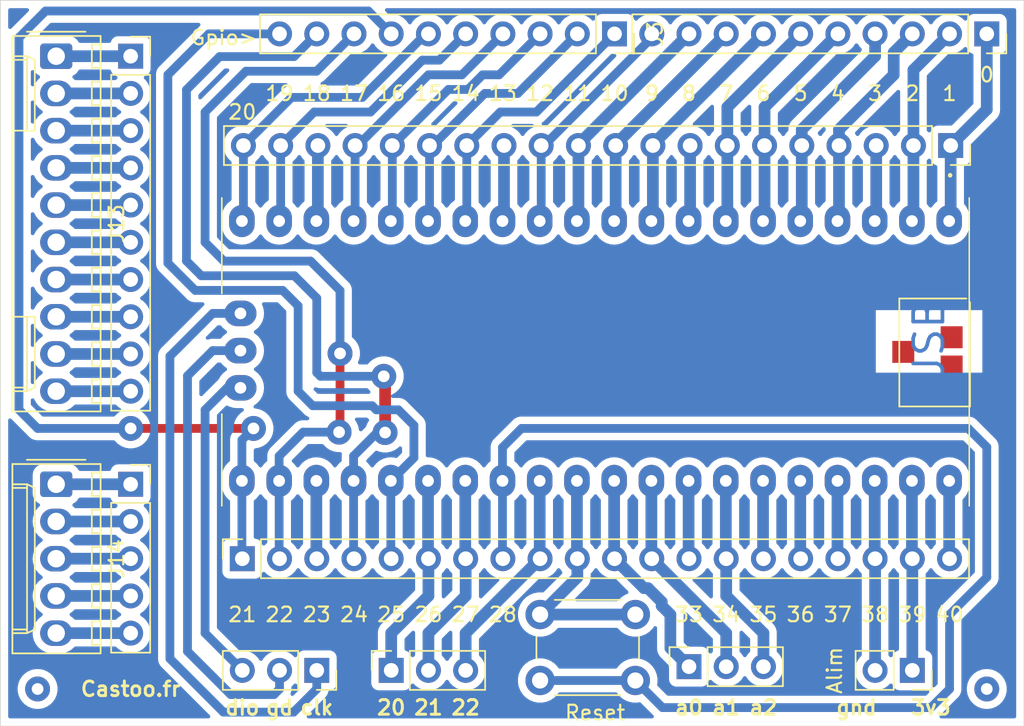
<source format=kicad_pcb>
(kicad_pcb (version 20171130) (host pcbnew "(5.1.9)-1")

  (general
    (thickness 1.6)
    (drawings 54)
    (tracks 258)
    (zones 0)
    (modules 14)
    (nets 65)
  )

  (page A4)
  (layers
    (0 F.Cu signal hide)
    (31 B.Cu signal)
    (32 B.Adhes user hide)
    (33 F.Adhes user hide)
    (34 B.Paste user hide)
    (35 F.Paste user hide)
    (36 B.SilkS user hide)
    (37 F.SilkS user)
    (38 B.Mask user hide)
    (39 F.Mask user hide)
    (40 Dwgs.User user hide)
    (41 Cmts.User user hide)
    (42 Eco1.User user hide)
    (43 Eco2.User user hide)
    (44 Edge.Cuts user)
    (45 Margin user hide)
    (46 B.CrtYd user hide)
    (47 F.CrtYd user hide)
    (48 B.Fab user hide)
    (49 F.Fab user hide)
  )

  (setup
    (last_trace_width 0.25)
    (trace_clearance 0.2)
    (zone_clearance 0.508)
    (zone_45_only no)
    (trace_min 0.2)
    (via_size 0.8)
    (via_drill 0.4)
    (via_min_size 0.4)
    (via_min_drill 0.3)
    (uvia_size 0.3)
    (uvia_drill 0.1)
    (uvias_allowed no)
    (uvia_min_size 0.2)
    (uvia_min_drill 0.1)
    (edge_width 0.05)
    (segment_width 0.2)
    (pcb_text_width 0.3)
    (pcb_text_size 1.5 1.5)
    (mod_edge_width 0.12)
    (mod_text_size 1 1)
    (mod_text_width 0.15)
    (pad_size 1.524 1.524)
    (pad_drill 0.762)
    (pad_to_mask_clearance 0)
    (aux_axis_origin 0 0)
    (visible_elements 7FFFFFFF)
    (pcbplotparams
      (layerselection 0x01000_fffffffe)
      (usegerberextensions false)
      (usegerberattributes true)
      (usegerberadvancedattributes true)
      (creategerberjobfile true)
      (excludeedgelayer true)
      (linewidth 0.800000)
      (plotframeref false)
      (viasonmask false)
      (mode 1)
      (useauxorigin false)
      (hpglpennumber 1)
      (hpglpenspeed 20)
      (hpglpendiameter 15.000000)
      (psnegative false)
      (psa4output false)
      (plotreference true)
      (plotvalue true)
      (plotinvisibletext false)
      (padsonsilk false)
      (subtractmaskfromsilk false)
      (outputformat 1)
      (mirror false)
      (drillshape 0)
      (scaleselection 1)
      (outputdirectory "./"))
  )

  (net 0 "")
  (net 1 "Net-(J1-Pad1)")
  (net 2 "Net-(J1-Pad2)")
  (net 3 "Net-(J1-Pad3)")
  (net 4 "Net-(J1-Pad4)")
  (net 5 "Net-(J1-Pad5)")
  (net 6 "Net-(J1-Pad6)")
  (net 7 "Net-(J1-Pad7)")
  (net 8 "Net-(J1-Pad8)")
  (net 9 "Net-(J1-Pad9)")
  (net 10 "Net-(J1-Pad10)")
  (net 11 "Net-(J1-Pad11)")
  (net 12 "Net-(J1-Pad12)")
  (net 13 "Net-(J1-Pad13)")
  (net 14 "Net-(J1-Pad14)")
  (net 15 "Net-(J1-Pad15)")
  (net 16 "Net-(J1-Pad16)")
  (net 17 "Net-(J1-Pad17)")
  (net 18 "Net-(J1-Pad18)")
  (net 19 "Net-(J1-Pad19)")
  (net 20 "Net-(J1-Pad20)")
  (net 21 "Net-(J1-Pad21)")
  (net 22 "Net-(J1-Pad22)")
  (net 23 "Net-(J1-Pad23)")
  (net 24 "Net-(J1-Pad24)")
  (net 25 "Net-(J1-Pad25)")
  (net 26 "Net-(J1-Pad26)")
  (net 27 "Net-(J1-Pad27)")
  (net 28 "Net-(J1-Pad28)")
  (net 29 "Net-(J1-Pad29)")
  (net 30 "Net-(J1-Pad30)")
  (net 31 "Net-(J1-Pad31)")
  (net 32 "Net-(J1-Pad32)")
  (net 33 "Net-(J1-Pad33)")
  (net 34 "Net-(J1-Pad34)")
  (net 35 "Net-(J1-Pad35)")
  (net 36 "Net-(J1-Pad36)")
  (net 37 "Net-(J1-Pad37)")
  (net 38 "Net-(J1-Pad40)")
  (net 39 "Net-(J1-PadD1)")
  (net 40 "Net-(J1-PadD2)")
  (net 41 "Net-(J1-PadD3)")
  (net 42 "Net-(J1-PadTP1)")
  (net 43 "Net-(J1-PadTP2)")
  (net 44 "Net-(J1-PadTP3)")
  (net 45 "Net-(J1-PadTP4)")
  (net 46 "Net-(J1-PadTP5)")
  (net 47 "Net-(J1-PadTP6)")
  (net 48 GNDREF)
  (net 49 +3V3)
  (net 50 "Net-(J10-Pad10)")
  (net 51 "Net-(J10-Pad9)")
  (net 52 "Net-(J10-Pad8)")
  (net 53 "Net-(J10-Pad7)")
  (net 54 "Net-(J10-Pad6)")
  (net 55 "Net-(J10-Pad5)")
  (net 56 "Net-(J10-Pad4)")
  (net 57 "Net-(J10-Pad3)")
  (net 58 "Net-(J10-Pad2)")
  (net 59 "Net-(J10-Pad1)")
  (net 60 "Net-(J11-Pad5)")
  (net 61 "Net-(J11-Pad4)")
  (net 62 "Net-(J11-Pad3)")
  (net 63 "Net-(J11-Pad2)")
  (net 64 "Net-(J11-Pad1)")

  (net_class Default "This is the default net class."
    (clearance 0.2)
    (trace_width 0.25)
    (via_dia 0.8)
    (via_drill 0.4)
    (uvia_dia 0.3)
    (uvia_drill 0.1)
    (add_net "Net-(J11-Pad1)")
    (add_net "Net-(J11-Pad2)")
    (add_net "Net-(J11-Pad3)")
    (add_net "Net-(J11-Pad4)")
    (add_net "Net-(J11-Pad5)")
  )

  (net_class jmi ""
    (clearance 0.4)
    (trace_width 0.8)
    (via_dia 0.8)
    (via_drill 0.4)
    (uvia_dia 0.3)
    (uvia_drill 0.1)
    (add_net +3V3)
    (add_net GNDREF)
    (add_net "Net-(J1-Pad1)")
    (add_net "Net-(J1-Pad10)")
    (add_net "Net-(J1-Pad11)")
    (add_net "Net-(J1-Pad12)")
    (add_net "Net-(J1-Pad13)")
    (add_net "Net-(J1-Pad14)")
    (add_net "Net-(J1-Pad15)")
    (add_net "Net-(J1-Pad16)")
    (add_net "Net-(J1-Pad17)")
    (add_net "Net-(J1-Pad18)")
    (add_net "Net-(J1-Pad19)")
    (add_net "Net-(J1-Pad2)")
    (add_net "Net-(J1-Pad20)")
    (add_net "Net-(J1-Pad21)")
    (add_net "Net-(J1-Pad22)")
    (add_net "Net-(J1-Pad23)")
    (add_net "Net-(J1-Pad24)")
    (add_net "Net-(J1-Pad25)")
    (add_net "Net-(J1-Pad26)")
    (add_net "Net-(J1-Pad27)")
    (add_net "Net-(J1-Pad28)")
    (add_net "Net-(J1-Pad29)")
    (add_net "Net-(J1-Pad3)")
    (add_net "Net-(J1-Pad30)")
    (add_net "Net-(J1-Pad31)")
    (add_net "Net-(J1-Pad32)")
    (add_net "Net-(J1-Pad33)")
    (add_net "Net-(J1-Pad34)")
    (add_net "Net-(J1-Pad35)")
    (add_net "Net-(J1-Pad36)")
    (add_net "Net-(J1-Pad37)")
    (add_net "Net-(J1-Pad4)")
    (add_net "Net-(J1-Pad40)")
    (add_net "Net-(J1-Pad5)")
    (add_net "Net-(J1-Pad6)")
    (add_net "Net-(J1-Pad7)")
    (add_net "Net-(J1-Pad8)")
    (add_net "Net-(J1-Pad9)")
    (add_net "Net-(J1-PadD1)")
    (add_net "Net-(J1-PadD2)")
    (add_net "Net-(J1-PadD3)")
    (add_net "Net-(J1-PadTP1)")
    (add_net "Net-(J1-PadTP2)")
    (add_net "Net-(J1-PadTP3)")
    (add_net "Net-(J1-PadTP4)")
    (add_net "Net-(J1-PadTP5)")
    (add_net "Net-(J1-PadTP6)")
    (add_net "Net-(J10-Pad1)")
    (add_net "Net-(J10-Pad10)")
    (add_net "Net-(J10-Pad2)")
    (add_net "Net-(J10-Pad3)")
    (add_net "Net-(J10-Pad4)")
    (add_net "Net-(J10-Pad5)")
    (add_net "Net-(J10-Pad6)")
    (add_net "Net-(J10-Pad7)")
    (add_net "Net-(J10-Pad8)")
    (add_net "Net-(J10-Pad9)")
  )

  (module Connector_Molex:Molex_KK-254_AE-6410-05A_1x05_P2.54mm_Vertical (layer F.Cu) (tedit 5EA53D3B) (tstamp 608471DC)
    (at 139.7 96.52 270)
    (descr "Molex KK-254 Interconnect System, old/engineering part number: AE-6410-05A example for new part number: 22-27-2051, 5 Pins (http://www.molex.com/pdm_docs/sd/022272021_sd.pdf), generated with kicad-footprint-generator")
    (tags "connector Molex KK-254 vertical")
    (path /6082881E)
    (fp_text reference J14 (at 5.08 -4.12 90) (layer F.SilkS)
      (effects (font (size 1 1) (thickness 0.15)))
    )
    (fp_text value Conn_01x05_Female (at 5.08 4.08 90) (layer F.Fab)
      (effects (font (size 1 1) (thickness 0.15)))
    )
    (fp_line (start 11.93 -3.42) (end -1.77 -3.42) (layer F.CrtYd) (width 0.05))
    (fp_line (start 11.93 3.38) (end 11.93 -3.42) (layer F.CrtYd) (width 0.05))
    (fp_line (start -1.77 3.38) (end 11.93 3.38) (layer F.CrtYd) (width 0.05))
    (fp_line (start -1.77 -3.42) (end -1.77 3.38) (layer F.CrtYd) (width 0.05))
    (fp_line (start 10.96 -2.43) (end 10.96 -3.03) (layer F.SilkS) (width 0.12))
    (fp_line (start 9.36 -2.43) (end 10.96 -2.43) (layer F.SilkS) (width 0.12))
    (fp_line (start 9.36 -3.03) (end 9.36 -2.43) (layer F.SilkS) (width 0.12))
    (fp_line (start 8.42 -2.43) (end 8.42 -3.03) (layer F.SilkS) (width 0.12))
    (fp_line (start 6.82 -2.43) (end 8.42 -2.43) (layer F.SilkS) (width 0.12))
    (fp_line (start 6.82 -3.03) (end 6.82 -2.43) (layer F.SilkS) (width 0.12))
    (fp_line (start 5.88 -2.43) (end 5.88 -3.03) (layer F.SilkS) (width 0.12))
    (fp_line (start 4.28 -2.43) (end 5.88 -2.43) (layer F.SilkS) (width 0.12))
    (fp_line (start 4.28 -3.03) (end 4.28 -2.43) (layer F.SilkS) (width 0.12))
    (fp_line (start 3.34 -2.43) (end 3.34 -3.03) (layer F.SilkS) (width 0.12))
    (fp_line (start 1.74 -2.43) (end 3.34 -2.43) (layer F.SilkS) (width 0.12))
    (fp_line (start 1.74 -3.03) (end 1.74 -2.43) (layer F.SilkS) (width 0.12))
    (fp_line (start 0.8 -2.43) (end 0.8 -3.03) (layer F.SilkS) (width 0.12))
    (fp_line (start -0.8 -2.43) (end 0.8 -2.43) (layer F.SilkS) (width 0.12))
    (fp_line (start -0.8 -3.03) (end -0.8 -2.43) (layer F.SilkS) (width 0.12))
    (fp_line (start 9.91 2.99) (end 9.91 1.99) (layer F.SilkS) (width 0.12))
    (fp_line (start 0.25 2.99) (end 0.25 1.99) (layer F.SilkS) (width 0.12))
    (fp_line (start 9.91 1.46) (end 10.16 1.99) (layer F.SilkS) (width 0.12))
    (fp_line (start 0.25 1.46) (end 9.91 1.46) (layer F.SilkS) (width 0.12))
    (fp_line (start 0 1.99) (end 0.25 1.46) (layer F.SilkS) (width 0.12))
    (fp_line (start 10.16 1.99) (end 10.16 2.99) (layer F.SilkS) (width 0.12))
    (fp_line (start 0 1.99) (end 10.16 1.99) (layer F.SilkS) (width 0.12))
    (fp_line (start 0 2.99) (end 0 1.99) (layer F.SilkS) (width 0.12))
    (fp_line (start -0.562893 0) (end -1.27 0.5) (layer F.Fab) (width 0.1))
    (fp_line (start -1.27 -0.5) (end -0.562893 0) (layer F.Fab) (width 0.1))
    (fp_line (start -1.67 -2) (end -1.67 2) (layer F.SilkS) (width 0.12))
    (fp_line (start 11.54 -3.03) (end -1.38 -3.03) (layer F.SilkS) (width 0.12))
    (fp_line (start 11.54 2.99) (end 11.54 -3.03) (layer F.SilkS) (width 0.12))
    (fp_line (start -1.38 2.99) (end 11.54 2.99) (layer F.SilkS) (width 0.12))
    (fp_line (start -1.38 -3.03) (end -1.38 2.99) (layer F.SilkS) (width 0.12))
    (fp_line (start 11.43 -2.92) (end -1.27 -2.92) (layer F.Fab) (width 0.1))
    (fp_line (start 11.43 2.88) (end 11.43 -2.92) (layer F.Fab) (width 0.1))
    (fp_line (start -1.27 2.88) (end 11.43 2.88) (layer F.Fab) (width 0.1))
    (fp_line (start -1.27 -2.92) (end -1.27 2.88) (layer F.Fab) (width 0.1))
    (fp_text user %R (at 5.08 -2.22 90) (layer F.Fab)
      (effects (font (size 1 1) (thickness 0.15)))
    )
    (pad 5 thru_hole oval (at 10.16 0 270) (size 1.74 2.19) (drill 1.19) (layers *.Cu *.Mask)
      (net 60 "Net-(J11-Pad5)"))
    (pad 4 thru_hole oval (at 7.62 0 270) (size 1.74 2.19) (drill 1.19) (layers *.Cu *.Mask)
      (net 61 "Net-(J11-Pad4)"))
    (pad 3 thru_hole oval (at 5.08 0 270) (size 1.74 2.19) (drill 1.19) (layers *.Cu *.Mask)
      (net 62 "Net-(J11-Pad3)"))
    (pad 2 thru_hole oval (at 2.54 0 270) (size 1.74 2.19) (drill 1.19) (layers *.Cu *.Mask)
      (net 63 "Net-(J11-Pad2)"))
    (pad 1 thru_hole roundrect (at 0 0 270) (size 1.74 2.19) (drill 1.19) (layers *.Cu *.Mask) (roundrect_rratio 0.1436775862068966)
      (net 64 "Net-(J11-Pad1)"))
    (model ${KISYS3DMOD}/Connector_Molex.3dshapes/Molex_KK-254_AE-6410-05A_1x05_P2.54mm_Vertical.wrl
      (at (xyz 0 0 0))
      (scale (xyz 1 1 1))
      (rotate (xyz 0 0 0))
    )
  )

  (module Connector_Molex:Molex_KK-254_AE-6410-10A_1x10_P2.54mm_Vertical (layer F.Cu) (tedit 5EA53D3B) (tstamp 60821493)
    (at 139.7 67.31 270)
    (descr "Molex KK-254 Interconnect System, old/engineering part number: AE-6410-10A example for new part number: 22-27-2101, 10 Pins (http://www.molex.com/pdm_docs/sd/022272021_sd.pdf), generated with kicad-footprint-generator")
    (tags "connector Molex KK-254 vertical")
    (path /60821803)
    (fp_text reference J13 (at 11.43 -4.12 90) (layer F.SilkS)
      (effects (font (size 1 1) (thickness 0.15)))
    )
    (fp_text value Conn_01x10_Female (at 11.43 4.08 90) (layer F.Fab)
      (effects (font (size 1 1) (thickness 0.15)))
    )
    (fp_line (start 24.63 -3.42) (end -1.77 -3.42) (layer F.CrtYd) (width 0.05))
    (fp_line (start 24.63 3.38) (end 24.63 -3.42) (layer F.CrtYd) (width 0.05))
    (fp_line (start -1.77 3.38) (end 24.63 3.38) (layer F.CrtYd) (width 0.05))
    (fp_line (start -1.77 -3.42) (end -1.77 3.38) (layer F.CrtYd) (width 0.05))
    (fp_line (start 23.66 -2.43) (end 23.66 -3.03) (layer F.SilkS) (width 0.12))
    (fp_line (start 22.06 -2.43) (end 23.66 -2.43) (layer F.SilkS) (width 0.12))
    (fp_line (start 22.06 -3.03) (end 22.06 -2.43) (layer F.SilkS) (width 0.12))
    (fp_line (start 21.12 -2.43) (end 21.12 -3.03) (layer F.SilkS) (width 0.12))
    (fp_line (start 19.52 -2.43) (end 21.12 -2.43) (layer F.SilkS) (width 0.12))
    (fp_line (start 19.52 -3.03) (end 19.52 -2.43) (layer F.SilkS) (width 0.12))
    (fp_line (start 18.58 -2.43) (end 18.58 -3.03) (layer F.SilkS) (width 0.12))
    (fp_line (start 16.98 -2.43) (end 18.58 -2.43) (layer F.SilkS) (width 0.12))
    (fp_line (start 16.98 -3.03) (end 16.98 -2.43) (layer F.SilkS) (width 0.12))
    (fp_line (start 16.04 -2.43) (end 16.04 -3.03) (layer F.SilkS) (width 0.12))
    (fp_line (start 14.44 -2.43) (end 16.04 -2.43) (layer F.SilkS) (width 0.12))
    (fp_line (start 14.44 -3.03) (end 14.44 -2.43) (layer F.SilkS) (width 0.12))
    (fp_line (start 13.5 -2.43) (end 13.5 -3.03) (layer F.SilkS) (width 0.12))
    (fp_line (start 11.9 -2.43) (end 13.5 -2.43) (layer F.SilkS) (width 0.12))
    (fp_line (start 11.9 -3.03) (end 11.9 -2.43) (layer F.SilkS) (width 0.12))
    (fp_line (start 10.96 -2.43) (end 10.96 -3.03) (layer F.SilkS) (width 0.12))
    (fp_line (start 9.36 -2.43) (end 10.96 -2.43) (layer F.SilkS) (width 0.12))
    (fp_line (start 9.36 -3.03) (end 9.36 -2.43) (layer F.SilkS) (width 0.12))
    (fp_line (start 8.42 -2.43) (end 8.42 -3.03) (layer F.SilkS) (width 0.12))
    (fp_line (start 6.82 -2.43) (end 8.42 -2.43) (layer F.SilkS) (width 0.12))
    (fp_line (start 6.82 -3.03) (end 6.82 -2.43) (layer F.SilkS) (width 0.12))
    (fp_line (start 5.88 -2.43) (end 5.88 -3.03) (layer F.SilkS) (width 0.12))
    (fp_line (start 4.28 -2.43) (end 5.88 -2.43) (layer F.SilkS) (width 0.12))
    (fp_line (start 4.28 -3.03) (end 4.28 -2.43) (layer F.SilkS) (width 0.12))
    (fp_line (start 3.34 -2.43) (end 3.34 -3.03) (layer F.SilkS) (width 0.12))
    (fp_line (start 1.74 -2.43) (end 3.34 -2.43) (layer F.SilkS) (width 0.12))
    (fp_line (start 1.74 -3.03) (end 1.74 -2.43) (layer F.SilkS) (width 0.12))
    (fp_line (start 0.8 -2.43) (end 0.8 -3.03) (layer F.SilkS) (width 0.12))
    (fp_line (start -0.8 -2.43) (end 0.8 -2.43) (layer F.SilkS) (width 0.12))
    (fp_line (start -0.8 -3.03) (end -0.8 -2.43) (layer F.SilkS) (width 0.12))
    (fp_line (start 22.61 2.99) (end 22.61 1.99) (layer F.SilkS) (width 0.12))
    (fp_line (start 17.78 1.46) (end 17.78 1.99) (layer F.SilkS) (width 0.12))
    (fp_line (start 22.61 1.46) (end 17.78 1.46) (layer F.SilkS) (width 0.12))
    (fp_line (start 22.86 1.99) (end 22.61 1.46) (layer F.SilkS) (width 0.12))
    (fp_line (start 17.78 1.99) (end 17.78 2.99) (layer F.SilkS) (width 0.12))
    (fp_line (start 22.86 1.99) (end 17.78 1.99) (layer F.SilkS) (width 0.12))
    (fp_line (start 22.86 2.99) (end 22.86 1.99) (layer F.SilkS) (width 0.12))
    (fp_line (start 0.25 2.99) (end 0.25 1.99) (layer F.SilkS) (width 0.12))
    (fp_line (start 5.08 1.46) (end 5.08 1.99) (layer F.SilkS) (width 0.12))
    (fp_line (start 0.25 1.46) (end 5.08 1.46) (layer F.SilkS) (width 0.12))
    (fp_line (start 0 1.99) (end 0.25 1.46) (layer F.SilkS) (width 0.12))
    (fp_line (start 5.08 1.99) (end 5.08 2.99) (layer F.SilkS) (width 0.12))
    (fp_line (start 0 1.99) (end 5.08 1.99) (layer F.SilkS) (width 0.12))
    (fp_line (start 0 2.99) (end 0 1.99) (layer F.SilkS) (width 0.12))
    (fp_line (start -0.562893 0) (end -1.27 0.5) (layer F.Fab) (width 0.1))
    (fp_line (start -1.27 -0.5) (end -0.562893 0) (layer F.Fab) (width 0.1))
    (fp_line (start -1.67 -2) (end -1.67 2) (layer F.SilkS) (width 0.12))
    (fp_line (start 24.24 -3.03) (end -1.38 -3.03) (layer F.SilkS) (width 0.12))
    (fp_line (start 24.24 2.99) (end 24.24 -3.03) (layer F.SilkS) (width 0.12))
    (fp_line (start -1.38 2.99) (end 24.24 2.99) (layer F.SilkS) (width 0.12))
    (fp_line (start -1.38 -3.03) (end -1.38 2.99) (layer F.SilkS) (width 0.12))
    (fp_line (start 24.13 -2.92) (end -1.27 -2.92) (layer F.Fab) (width 0.1))
    (fp_line (start 24.13 2.88) (end 24.13 -2.92) (layer F.Fab) (width 0.1))
    (fp_line (start -1.27 2.88) (end 24.13 2.88) (layer F.Fab) (width 0.1))
    (fp_line (start -1.27 -2.92) (end -1.27 2.88) (layer F.Fab) (width 0.1))
    (fp_text user %R (at 11.43 -2.22 90) (layer F.Fab)
      (effects (font (size 1 1) (thickness 0.15)))
    )
    (pad 10 thru_hole oval (at 22.86 0 270) (size 1.74 2.19) (drill 1.19) (layers *.Cu *.Mask)
      (net 50 "Net-(J10-Pad10)"))
    (pad 9 thru_hole oval (at 20.32 0 270) (size 1.74 2.19) (drill 1.19) (layers *.Cu *.Mask)
      (net 51 "Net-(J10-Pad9)"))
    (pad 8 thru_hole oval (at 17.78 0 270) (size 1.74 2.19) (drill 1.19) (layers *.Cu *.Mask)
      (net 52 "Net-(J10-Pad8)"))
    (pad 7 thru_hole oval (at 15.24 0 270) (size 1.74 2.19) (drill 1.19) (layers *.Cu *.Mask)
      (net 53 "Net-(J10-Pad7)"))
    (pad 6 thru_hole oval (at 12.7 0 270) (size 1.74 2.19) (drill 1.19) (layers *.Cu *.Mask)
      (net 54 "Net-(J10-Pad6)"))
    (pad 5 thru_hole oval (at 10.16 0 270) (size 1.74 2.19) (drill 1.19) (layers *.Cu *.Mask)
      (net 55 "Net-(J10-Pad5)"))
    (pad 4 thru_hole oval (at 7.62 0 270) (size 1.74 2.19) (drill 1.19) (layers *.Cu *.Mask)
      (net 56 "Net-(J10-Pad4)"))
    (pad 3 thru_hole oval (at 5.08 0 270) (size 1.74 2.19) (drill 1.19) (layers *.Cu *.Mask)
      (net 57 "Net-(J10-Pad3)"))
    (pad 2 thru_hole oval (at 2.54 0 270) (size 1.74 2.19) (drill 1.19) (layers *.Cu *.Mask)
      (net 58 "Net-(J10-Pad2)"))
    (pad 1 thru_hole roundrect (at 0 0 270) (size 1.74 2.19) (drill 1.19) (layers *.Cu *.Mask) (roundrect_rratio 0.1436775862068966)
      (net 59 "Net-(J10-Pad1)"))
    (model ${KISYS3DMOD}/Connector_Molex.3dshapes/Molex_KK-254_AE-6410-10A_1x10_P2.54mm_Vertical.wrl
      (at (xyz 0 0 0))
      (scale (xyz 1 1 1))
      (rotate (xyz 0 0 0))
    )
  )

  (module Connector_PinSocket_2.54mm:PinSocket_1x05_P2.54mm_Vertical (layer F.Cu) (tedit 5A19A420) (tstamp 60847163)
    (at 144.78 96.52)
    (descr "Through hole straight socket strip, 1x05, 2.54mm pitch, single row (from Kicad 4.0.7), script generated")
    (tags "Through hole socket strip THT 1x05 2.54mm single row")
    (path /60820E60)
    (fp_text reference J11 (at 0 -2.77) (layer F.SilkS) hide
      (effects (font (size 1 1) (thickness 0.15)))
    )
    (fp_text value Cnx2 (at 0 12.93) (layer F.Fab)
      (effects (font (size 1 1) (thickness 0.15)))
    )
    (fp_line (start -1.8 11.9) (end -1.8 -1.8) (layer F.CrtYd) (width 0.05))
    (fp_line (start 1.75 11.9) (end -1.8 11.9) (layer F.CrtYd) (width 0.05))
    (fp_line (start 1.75 -1.8) (end 1.75 11.9) (layer F.CrtYd) (width 0.05))
    (fp_line (start -1.8 -1.8) (end 1.75 -1.8) (layer F.CrtYd) (width 0.05))
    (fp_line (start 0 -1.33) (end 1.33 -1.33) (layer F.SilkS) (width 0.12))
    (fp_line (start 1.33 -1.33) (end 1.33 0) (layer F.SilkS) (width 0.12))
    (fp_line (start 1.33 1.27) (end 1.33 11.49) (layer F.SilkS) (width 0.12))
    (fp_line (start -1.33 11.49) (end 1.33 11.49) (layer F.SilkS) (width 0.12))
    (fp_line (start -1.33 1.27) (end -1.33 11.49) (layer F.SilkS) (width 0.12))
    (fp_line (start -1.33 1.27) (end 1.33 1.27) (layer F.SilkS) (width 0.12))
    (fp_line (start -1.27 11.43) (end -1.27 -1.27) (layer F.Fab) (width 0.1))
    (fp_line (start 1.27 11.43) (end -1.27 11.43) (layer F.Fab) (width 0.1))
    (fp_line (start 1.27 -0.635) (end 1.27 11.43) (layer F.Fab) (width 0.1))
    (fp_line (start 0.635 -1.27) (end 1.27 -0.635) (layer F.Fab) (width 0.1))
    (fp_line (start -1.27 -1.27) (end 0.635 -1.27) (layer F.Fab) (width 0.1))
    (fp_text user %R (at 0 5.08 90) (layer F.Fab)
      (effects (font (size 1 1) (thickness 0.15)))
    )
    (pad 5 thru_hole oval (at 0 10.16) (size 1.7 1.7) (drill 1) (layers *.Cu *.Mask)
      (net 60 "Net-(J11-Pad5)"))
    (pad 4 thru_hole oval (at 0 7.62) (size 1.7 1.7) (drill 1) (layers *.Cu *.Mask)
      (net 61 "Net-(J11-Pad4)"))
    (pad 3 thru_hole oval (at 0 5.08) (size 1.7 1.7) (drill 1) (layers *.Cu *.Mask)
      (net 62 "Net-(J11-Pad3)"))
    (pad 2 thru_hole oval (at 0 2.54) (size 1.7 1.7) (drill 1) (layers *.Cu *.Mask)
      (net 63 "Net-(J11-Pad2)"))
    (pad 1 thru_hole rect (at 0 0) (size 1.7 1.7) (drill 1) (layers *.Cu *.Mask)
      (net 64 "Net-(J11-Pad1)"))
    (model ${KISYS3DMOD}/Connector_PinSocket_2.54mm.3dshapes/PinSocket_1x05_P2.54mm_Vertical.wrl
      (at (xyz 0 0 0))
      (scale (xyz 1 1 1))
      (rotate (xyz 0 0 0))
    )
  )

  (module Connector_PinSocket_2.54mm:PinSocket_1x10_P2.54mm_Vertical (layer F.Cu) (tedit 5A19A425) (tstamp 608213FD)
    (at 144.78 67.31)
    (descr "Through hole straight socket strip, 1x10, 2.54mm pitch, single row (from Kicad 4.0.7), script generated")
    (tags "Through hole socket strip THT 1x10 2.54mm single row")
    (path /6081F78C)
    (fp_text reference J10 (at 0 -2.77) (layer F.SilkS) hide
      (effects (font (size 1 1) (thickness 0.15)))
    )
    (fp_text value Cnx3 (at 0 25.63) (layer F.Fab)
      (effects (font (size 1 1) (thickness 0.15)))
    )
    (fp_line (start -1.8 24.6) (end -1.8 -1.8) (layer F.CrtYd) (width 0.05))
    (fp_line (start 1.75 24.6) (end -1.8 24.6) (layer F.CrtYd) (width 0.05))
    (fp_line (start 1.75 -1.8) (end 1.75 24.6) (layer F.CrtYd) (width 0.05))
    (fp_line (start -1.8 -1.8) (end 1.75 -1.8) (layer F.CrtYd) (width 0.05))
    (fp_line (start 0 -1.33) (end 1.33 -1.33) (layer F.SilkS) (width 0.12))
    (fp_line (start 1.33 -1.33) (end 1.33 0) (layer F.SilkS) (width 0.12))
    (fp_line (start 1.33 1.27) (end 1.33 24.19) (layer F.SilkS) (width 0.12))
    (fp_line (start -1.33 24.19) (end 1.33 24.19) (layer F.SilkS) (width 0.12))
    (fp_line (start -1.33 1.27) (end -1.33 24.19) (layer F.SilkS) (width 0.12))
    (fp_line (start -1.33 1.27) (end 1.33 1.27) (layer F.SilkS) (width 0.12))
    (fp_line (start -1.27 24.13) (end -1.27 -1.27) (layer F.Fab) (width 0.1))
    (fp_line (start 1.27 24.13) (end -1.27 24.13) (layer F.Fab) (width 0.1))
    (fp_line (start 1.27 -0.635) (end 1.27 24.13) (layer F.Fab) (width 0.1))
    (fp_line (start 0.635 -1.27) (end 1.27 -0.635) (layer F.Fab) (width 0.1))
    (fp_line (start -1.27 -1.27) (end 0.635 -1.27) (layer F.Fab) (width 0.1))
    (fp_text user %R (at 0 11.43 90) (layer F.Fab)
      (effects (font (size 1 1) (thickness 0.15)))
    )
    (pad 10 thru_hole oval (at 0 22.86) (size 1.7 1.7) (drill 1) (layers *.Cu *.Mask)
      (net 50 "Net-(J10-Pad10)"))
    (pad 9 thru_hole oval (at 0 20.32) (size 1.7 1.7) (drill 1) (layers *.Cu *.Mask)
      (net 51 "Net-(J10-Pad9)"))
    (pad 8 thru_hole oval (at 0 17.78) (size 1.7 1.7) (drill 1) (layers *.Cu *.Mask)
      (net 52 "Net-(J10-Pad8)"))
    (pad 7 thru_hole oval (at 0 15.24) (size 1.7 1.7) (drill 1) (layers *.Cu *.Mask)
      (net 53 "Net-(J10-Pad7)"))
    (pad 6 thru_hole oval (at 0 12.7) (size 1.7 1.7) (drill 1) (layers *.Cu *.Mask)
      (net 54 "Net-(J10-Pad6)"))
    (pad 5 thru_hole oval (at 0 10.16) (size 1.7 1.7) (drill 1) (layers *.Cu *.Mask)
      (net 55 "Net-(J10-Pad5)"))
    (pad 4 thru_hole oval (at 0 7.62) (size 1.7 1.7) (drill 1) (layers *.Cu *.Mask)
      (net 56 "Net-(J10-Pad4)"))
    (pad 3 thru_hole oval (at 0 5.08) (size 1.7 1.7) (drill 1) (layers *.Cu *.Mask)
      (net 57 "Net-(J10-Pad3)"))
    (pad 2 thru_hole oval (at 0 2.54) (size 1.7 1.7) (drill 1) (layers *.Cu *.Mask)
      (net 58 "Net-(J10-Pad2)"))
    (pad 1 thru_hole rect (at 0 0) (size 1.7 1.7) (drill 1) (layers *.Cu *.Mask)
      (net 59 "Net-(J10-Pad1)"))
    (model ${KISYS3DMOD}/Connector_PinSocket_2.54mm.3dshapes/PinSocket_1x10_P2.54mm_Vertical.wrl
      (at (xyz 0 0 0))
      (scale (xyz 1 1 1))
      (rotate (xyz 0 0 0))
    )
  )

  (module Connector_PinSocket_2.54mm:PinSocket_1x02_P2.54mm_Vertical (layer F.Cu) (tedit 5A19A420) (tstamp 60821385)
    (at 198.12 109.22 270)
    (descr "Through hole straight socket strip, 1x02, 2.54mm pitch, single row (from Kicad 4.0.7), script generated")
    (tags "Through hole socket strip THT 1x02 2.54mm single row")
    (path /60824BED)
    (fp_text reference J7 (at 0 -2.77 90) (layer F.SilkS) hide
      (effects (font (size 1 1) (thickness 0.15)))
    )
    (fp_text value Alim (at 0 5.31 90) (layer F.SilkS)
      (effects (font (size 1 1) (thickness 0.15)))
    )
    (fp_line (start -1.27 -1.27) (end 0.635 -1.27) (layer F.Fab) (width 0.1))
    (fp_line (start 0.635 -1.27) (end 1.27 -0.635) (layer F.Fab) (width 0.1))
    (fp_line (start 1.27 -0.635) (end 1.27 3.81) (layer F.Fab) (width 0.1))
    (fp_line (start 1.27 3.81) (end -1.27 3.81) (layer F.Fab) (width 0.1))
    (fp_line (start -1.27 3.81) (end -1.27 -1.27) (layer F.Fab) (width 0.1))
    (fp_line (start -1.33 1.27) (end 1.33 1.27) (layer F.SilkS) (width 0.12))
    (fp_line (start -1.33 1.27) (end -1.33 3.87) (layer F.SilkS) (width 0.12))
    (fp_line (start -1.33 3.87) (end 1.33 3.87) (layer F.SilkS) (width 0.12))
    (fp_line (start 1.33 1.27) (end 1.33 3.87) (layer F.SilkS) (width 0.12))
    (fp_line (start 1.33 -1.33) (end 1.33 0) (layer F.SilkS) (width 0.12))
    (fp_line (start 0 -1.33) (end 1.33 -1.33) (layer F.SilkS) (width 0.12))
    (fp_line (start -1.8 -1.8) (end 1.75 -1.8) (layer F.CrtYd) (width 0.05))
    (fp_line (start 1.75 -1.8) (end 1.75 4.3) (layer F.CrtYd) (width 0.05))
    (fp_line (start 1.75 4.3) (end -1.8 4.3) (layer F.CrtYd) (width 0.05))
    (fp_line (start -1.8 4.3) (end -1.8 -1.8) (layer F.CrtYd) (width 0.05))
    (fp_text user %R (at 0 1.27) (layer F.Fab)
      (effects (font (size 1 1) (thickness 0.15)))
    )
    (pad 2 thru_hole oval (at 0 2.54 270) (size 1.7 1.7) (drill 1) (layers *.Cu *.Mask)
      (net 48 GNDREF))
    (pad 1 thru_hole rect (at 0 0 270) (size 1.7 1.7) (drill 1) (layers *.Cu *.Mask)
      (net 49 +3V3))
    (model ${KISYS3DMOD}/Connector_PinSocket_2.54mm.3dshapes/PinSocket_1x02_P2.54mm_Vertical.wrl
      (at (xyz 0 0 0))
      (scale (xyz 1 1 1))
      (rotate (xyz 0 0 0))
    )
  )

  (module Button_Switch_THT:SW_PUSH_6mm (layer F.Cu) (tedit 5A02FE31) (tstamp 60821514)
    (at 172.72 105.41)
    (descr https://www.omron.com/ecb/products/pdf/en-b3f.pdf)
    (tags "tact sw push 6mm")
    (path /60843D63)
    (fp_text reference SW1 (at 3.25 -2) (layer F.SilkS) hide
      (effects (font (size 1 1) (thickness 0.15)))
    )
    (fp_text value Reset (at 3.75 6.7) (layer F.SilkS)
      (effects (font (size 1 1) (thickness 0.15)))
    )
    (fp_line (start 3.25 -0.75) (end 6.25 -0.75) (layer F.Fab) (width 0.1))
    (fp_line (start 6.25 -0.75) (end 6.25 5.25) (layer F.Fab) (width 0.1))
    (fp_line (start 6.25 5.25) (end 0.25 5.25) (layer F.Fab) (width 0.1))
    (fp_line (start 0.25 5.25) (end 0.25 -0.75) (layer F.Fab) (width 0.1))
    (fp_line (start 0.25 -0.75) (end 3.25 -0.75) (layer F.Fab) (width 0.1))
    (fp_line (start 7.75 6) (end 8 6) (layer F.CrtYd) (width 0.05))
    (fp_line (start 8 6) (end 8 5.75) (layer F.CrtYd) (width 0.05))
    (fp_line (start 7.75 -1.5) (end 8 -1.5) (layer F.CrtYd) (width 0.05))
    (fp_line (start 8 -1.5) (end 8 -1.25) (layer F.CrtYd) (width 0.05))
    (fp_line (start -1.5 -1.25) (end -1.5 -1.5) (layer F.CrtYd) (width 0.05))
    (fp_line (start -1.5 -1.5) (end -1.25 -1.5) (layer F.CrtYd) (width 0.05))
    (fp_line (start -1.5 5.75) (end -1.5 6) (layer F.CrtYd) (width 0.05))
    (fp_line (start -1.5 6) (end -1.25 6) (layer F.CrtYd) (width 0.05))
    (fp_line (start -1.25 -1.5) (end 7.75 -1.5) (layer F.CrtYd) (width 0.05))
    (fp_line (start -1.5 5.75) (end -1.5 -1.25) (layer F.CrtYd) (width 0.05))
    (fp_line (start 7.75 6) (end -1.25 6) (layer F.CrtYd) (width 0.05))
    (fp_line (start 8 -1.25) (end 8 5.75) (layer F.CrtYd) (width 0.05))
    (fp_line (start 1 5.5) (end 5.5 5.5) (layer F.SilkS) (width 0.12))
    (fp_line (start -0.25 1.5) (end -0.25 3) (layer F.SilkS) (width 0.12))
    (fp_line (start 5.5 -1) (end 1 -1) (layer F.SilkS) (width 0.12))
    (fp_line (start 6.75 3) (end 6.75 1.5) (layer F.SilkS) (width 0.12))
    (fp_circle (center 3.25 2.25) (end 1.25 2.5) (layer F.Fab) (width 0.1))
    (fp_text user %R (at 3.25 2.25) (layer F.Fab)
      (effects (font (size 1 1) (thickness 0.15)))
    )
    (pad 1 thru_hole circle (at 6.5 0 90) (size 2 2) (drill 1.1) (layers *.Cu *.Mask)
      (net 30 "Net-(J1-Pad30)"))
    (pad 2 thru_hole circle (at 6.5 4.5 90) (size 2 2) (drill 1.1) (layers *.Cu *.Mask)
      (net 28 "Net-(J1-Pad28)"))
    (pad 1 thru_hole circle (at 0 0 90) (size 2 2) (drill 1.1) (layers *.Cu *.Mask)
      (net 30 "Net-(J1-Pad30)"))
    (pad 2 thru_hole circle (at 0 4.5 90) (size 2 2) (drill 1.1) (layers *.Cu *.Mask)
      (net 28 "Net-(J1-Pad28)"))
    (model ${KISYS3DMOD}/Button_Switch_THT.3dshapes/SW_PUSH_6mm.wrl
      (at (xyz 0 0 0))
      (scale (xyz 1 1 1))
      (rotate (xyz 0 0 0))
    )
  )

  (module Connector_PinSocket_2.54mm:PinSocket_1x03_P2.54mm_Vertical (layer F.Cu) (tedit 5A19A429) (tstamp 608213B3)
    (at 162.56 109.22 90)
    (descr "Through hole straight socket strip, 1x03, 2.54mm pitch, single row (from Kicad 4.0.7), script generated")
    (tags "Through hole socket strip THT 1x03 2.54mm single row")
    (path /608406E8)
    (fp_text reference J9 (at 0 -2.77 90) (layer F.SilkS) hide
      (effects (font (size 1 1) (thickness 0.15)))
    )
    (fp_text value "Gpio 20-22" (at 0 7.85 90) (layer F.Fab)
      (effects (font (size 1 1) (thickness 0.15)))
    )
    (fp_line (start -1.27 -1.27) (end 0.635 -1.27) (layer F.Fab) (width 0.1))
    (fp_line (start 0.635 -1.27) (end 1.27 -0.635) (layer F.Fab) (width 0.1))
    (fp_line (start 1.27 -0.635) (end 1.27 6.35) (layer F.Fab) (width 0.1))
    (fp_line (start 1.27 6.35) (end -1.27 6.35) (layer F.Fab) (width 0.1))
    (fp_line (start -1.27 6.35) (end -1.27 -1.27) (layer F.Fab) (width 0.1))
    (fp_line (start -1.33 1.27) (end 1.33 1.27) (layer F.SilkS) (width 0.12))
    (fp_line (start -1.33 1.27) (end -1.33 6.41) (layer F.SilkS) (width 0.12))
    (fp_line (start -1.33 6.41) (end 1.33 6.41) (layer F.SilkS) (width 0.12))
    (fp_line (start 1.33 1.27) (end 1.33 6.41) (layer F.SilkS) (width 0.12))
    (fp_line (start 1.33 -1.33) (end 1.33 0) (layer F.SilkS) (width 0.12))
    (fp_line (start 0 -1.33) (end 1.33 -1.33) (layer F.SilkS) (width 0.12))
    (fp_line (start -1.8 -1.8) (end 1.75 -1.8) (layer F.CrtYd) (width 0.05))
    (fp_line (start 1.75 -1.8) (end 1.75 6.85) (layer F.CrtYd) (width 0.05))
    (fp_line (start 1.75 6.85) (end -1.8 6.85) (layer F.CrtYd) (width 0.05))
    (fp_line (start -1.8 6.85) (end -1.8 -1.8) (layer F.CrtYd) (width 0.05))
    (fp_text user %R (at 0 2.54) (layer F.Fab)
      (effects (font (size 1 1) (thickness 0.15)))
    )
    (pad 3 thru_hole oval (at 0 5.08 90) (size 1.7 1.7) (drill 1) (layers *.Cu *.Mask)
      (net 29 "Net-(J1-Pad29)"))
    (pad 2 thru_hole oval (at 0 2.54 90) (size 1.7 1.7) (drill 1) (layers *.Cu *.Mask)
      (net 27 "Net-(J1-Pad27)"))
    (pad 1 thru_hole rect (at 0 0 90) (size 1.7 1.7) (drill 1) (layers *.Cu *.Mask)
      (net 26 "Net-(J1-Pad26)"))
    (model ${KISYS3DMOD}/Connector_PinSocket_2.54mm.3dshapes/PinSocket_1x03_P2.54mm_Vertical.wrl
      (at (xyz 0 0 0))
      (scale (xyz 1 1 1))
      (rotate (xyz 0 0 0))
    )
  )

  (module Connector_PinSocket_2.54mm:PinSocket_1x03_P2.54mm_Vertical (layer F.Cu) (tedit 5A19A429) (tstamp 6082139C)
    (at 182.88 108.966 90)
    (descr "Through hole straight socket strip, 1x03, 2.54mm pitch, single row (from Kicad 4.0.7), script generated")
    (tags "Through hole socket strip THT 1x03 2.54mm single row")
    (path /608418CD)
    (fp_text reference J8 (at 0 -2.77 90) (layer F.SilkS) hide
      (effects (font (size 1 1) (thickness 0.15)))
    )
    (fp_text value "Gpio A0-A2" (at 0 7.85 90) (layer F.Fab)
      (effects (font (size 1 1) (thickness 0.15)))
    )
    (fp_line (start -1.27 -1.27) (end 0.635 -1.27) (layer F.Fab) (width 0.1))
    (fp_line (start 0.635 -1.27) (end 1.27 -0.635) (layer F.Fab) (width 0.1))
    (fp_line (start 1.27 -0.635) (end 1.27 6.35) (layer F.Fab) (width 0.1))
    (fp_line (start 1.27 6.35) (end -1.27 6.35) (layer F.Fab) (width 0.1))
    (fp_line (start -1.27 6.35) (end -1.27 -1.27) (layer F.Fab) (width 0.1))
    (fp_line (start -1.33 1.27) (end 1.33 1.27) (layer F.SilkS) (width 0.12))
    (fp_line (start -1.33 1.27) (end -1.33 6.41) (layer F.SilkS) (width 0.12))
    (fp_line (start -1.33 6.41) (end 1.33 6.41) (layer F.SilkS) (width 0.12))
    (fp_line (start 1.33 1.27) (end 1.33 6.41) (layer F.SilkS) (width 0.12))
    (fp_line (start 1.33 -1.33) (end 1.33 0) (layer F.SilkS) (width 0.12))
    (fp_line (start 0 -1.33) (end 1.33 -1.33) (layer F.SilkS) (width 0.12))
    (fp_line (start -1.8 -1.8) (end 1.75 -1.8) (layer F.CrtYd) (width 0.05))
    (fp_line (start 1.75 -1.8) (end 1.75 6.85) (layer F.CrtYd) (width 0.05))
    (fp_line (start 1.75 6.85) (end -1.8 6.85) (layer F.CrtYd) (width 0.05))
    (fp_line (start -1.8 6.85) (end -1.8 -1.8) (layer F.CrtYd) (width 0.05))
    (fp_text user %R (at 0 2.54) (layer F.Fab)
      (effects (font (size 1 1) (thickness 0.15)))
    )
    (pad 3 thru_hole oval (at 0 5.08 90) (size 1.7 1.7) (drill 1) (layers *.Cu *.Mask)
      (net 34 "Net-(J1-Pad34)"))
    (pad 2 thru_hole oval (at 0 2.54 90) (size 1.7 1.7) (drill 1) (layers *.Cu *.Mask)
      (net 32 "Net-(J1-Pad32)"))
    (pad 1 thru_hole rect (at 0 0 90) (size 1.7 1.7) (drill 1) (layers *.Cu *.Mask)
      (net 31 "Net-(J1-Pad31)"))
    (model ${KISYS3DMOD}/Connector_PinSocket_2.54mm.3dshapes/PinSocket_1x03_P2.54mm_Vertical.wrl
      (at (xyz 0 0 0))
      (scale (xyz 1 1 1))
      (rotate (xyz 0 0 0))
    )
  )

  (module Connector_PinSocket_2.54mm:PinSocket_1x20_P2.54mm_Vertical (layer F.Cu) (tedit 5A19A41E) (tstamp 60821359)
    (at 152.4 101.6 90)
    (descr "Through hole straight socket strip, 1x20, 2.54mm pitch, single row (from Kicad 4.0.7), script generated")
    (tags "Through hole socket strip THT 1x20 2.54mm single row")
    (path /60829F0E)
    (fp_text reference J6 (at 0 -2.77 90) (layer F.SilkS) hide
      (effects (font (size 1 1) (thickness 0.15)))
    )
    (fp_text value 21-40 (at 0 51.03 90) (layer F.Fab)
      (effects (font (size 1 1) (thickness 0.15)))
    )
    (fp_line (start -1.27 -1.27) (end 0.635 -1.27) (layer F.Fab) (width 0.1))
    (fp_line (start 0.635 -1.27) (end 1.27 -0.635) (layer F.Fab) (width 0.1))
    (fp_line (start 1.27 -0.635) (end 1.27 49.53) (layer F.Fab) (width 0.1))
    (fp_line (start 1.27 49.53) (end -1.27 49.53) (layer F.Fab) (width 0.1))
    (fp_line (start -1.27 49.53) (end -1.27 -1.27) (layer F.Fab) (width 0.1))
    (fp_line (start -1.33 1.27) (end 1.33 1.27) (layer F.SilkS) (width 0.12))
    (fp_line (start -1.33 1.27) (end -1.33 49.59) (layer F.SilkS) (width 0.12))
    (fp_line (start -1.33 49.59) (end 1.33 49.59) (layer F.SilkS) (width 0.12))
    (fp_line (start 1.33 1.27) (end 1.33 49.59) (layer F.SilkS) (width 0.12))
    (fp_line (start 1.33 -1.33) (end 1.33 0) (layer F.SilkS) (width 0.12))
    (fp_line (start 0 -1.33) (end 1.33 -1.33) (layer F.SilkS) (width 0.12))
    (fp_line (start -1.8 -1.8) (end 1.75 -1.8) (layer F.CrtYd) (width 0.05))
    (fp_line (start 1.75 -1.8) (end 1.75 50) (layer F.CrtYd) (width 0.05))
    (fp_line (start 1.75 50) (end -1.8 50) (layer F.CrtYd) (width 0.05))
    (fp_line (start -1.8 50) (end -1.8 -1.8) (layer F.CrtYd) (width 0.05))
    (fp_text user %R (at 0 24.13) (layer F.Fab)
      (effects (font (size 1 1) (thickness 0.15)))
    )
    (pad 20 thru_hole oval (at 0 48.26 90) (size 1.7 1.7) (drill 1) (layers *.Cu *.Mask)
      (net 38 "Net-(J1-Pad40)"))
    (pad 19 thru_hole oval (at 0 45.72 90) (size 1.7 1.7) (drill 1) (layers *.Cu *.Mask)
      (net 49 +3V3))
    (pad 18 thru_hole oval (at 0 43.18 90) (size 1.7 1.7) (drill 1) (layers *.Cu *.Mask)
      (net 48 GNDREF))
    (pad 17 thru_hole oval (at 0 40.64 90) (size 1.7 1.7) (drill 1) (layers *.Cu *.Mask)
      (net 37 "Net-(J1-Pad37)"))
    (pad 16 thru_hole oval (at 0 38.1 90) (size 1.7 1.7) (drill 1) (layers *.Cu *.Mask)
      (net 36 "Net-(J1-Pad36)"))
    (pad 15 thru_hole oval (at 0 35.56 90) (size 1.7 1.7) (drill 1) (layers *.Cu *.Mask)
      (net 35 "Net-(J1-Pad35)"))
    (pad 14 thru_hole oval (at 0 33.02 90) (size 1.7 1.7) (drill 1) (layers *.Cu *.Mask)
      (net 34 "Net-(J1-Pad34)"))
    (pad 13 thru_hole oval (at 0 30.48 90) (size 1.7 1.7) (drill 1) (layers *.Cu *.Mask)
      (net 33 "Net-(J1-Pad33)"))
    (pad 12 thru_hole oval (at 0 27.94 90) (size 1.7 1.7) (drill 1) (layers *.Cu *.Mask)
      (net 32 "Net-(J1-Pad32)"))
    (pad 11 thru_hole oval (at 0 25.4 90) (size 1.7 1.7) (drill 1) (layers *.Cu *.Mask)
      (net 31 "Net-(J1-Pad31)"))
    (pad 10 thru_hole oval (at 0 22.86 90) (size 1.7 1.7) (drill 1) (layers *.Cu *.Mask)
      (net 30 "Net-(J1-Pad30)"))
    (pad 9 thru_hole oval (at 0 20.32 90) (size 1.7 1.7) (drill 1) (layers *.Cu *.Mask)
      (net 29 "Net-(J1-Pad29)"))
    (pad 8 thru_hole oval (at 0 17.78 90) (size 1.7 1.7) (drill 1) (layers *.Cu *.Mask)
      (net 28 "Net-(J1-Pad28)"))
    (pad 7 thru_hole oval (at 0 15.24 90) (size 1.7 1.7) (drill 1) (layers *.Cu *.Mask)
      (net 27 "Net-(J1-Pad27)"))
    (pad 6 thru_hole oval (at 0 12.7 90) (size 1.7 1.7) (drill 1) (layers *.Cu *.Mask)
      (net 26 "Net-(J1-Pad26)"))
    (pad 5 thru_hole oval (at 0 10.16 90) (size 1.7 1.7) (drill 1) (layers *.Cu *.Mask)
      (net 25 "Net-(J1-Pad25)"))
    (pad 4 thru_hole oval (at 0 7.62 90) (size 1.7 1.7) (drill 1) (layers *.Cu *.Mask)
      (net 24 "Net-(J1-Pad24)"))
    (pad 3 thru_hole oval (at 0 5.08 90) (size 1.7 1.7) (drill 1) (layers *.Cu *.Mask)
      (net 23 "Net-(J1-Pad23)"))
    (pad 2 thru_hole oval (at 0 2.54 90) (size 1.7 1.7) (drill 1) (layers *.Cu *.Mask)
      (net 22 "Net-(J1-Pad22)"))
    (pad 1 thru_hole rect (at 0 0 90) (size 1.7 1.7) (drill 1) (layers *.Cu *.Mask)
      (net 21 "Net-(J1-Pad21)"))
    (model ${KISYS3DMOD}/Connector_PinSocket_2.54mm.3dshapes/PinSocket_1x20_P2.54mm_Vertical.wrl
      (at (xyz 0 0 0))
      (scale (xyz 1 1 1))
      (rotate (xyz 0 0 0))
    )
  )

  (module Connector_PinSocket_2.54mm:PinSocket_1x03_P2.54mm_Vertical (layer F.Cu) (tedit 5A19A429) (tstamp 60821331)
    (at 157.48 109.22 270)
    (descr "Through hole straight socket strip, 1x03, 2.54mm pitch, single row (from Kicad 4.0.7), script generated")
    (tags "Through hole socket strip THT 1x03 2.54mm single row")
    (path /6086E867)
    (fp_text reference J5 (at 0 -2.77 90) (layer F.SilkS) hide
      (effects (font (size 1 1) (thickness 0.15)))
    )
    (fp_text value Debug (at 0 7.85 90) (layer F.Fab)
      (effects (font (size 1 1) (thickness 0.15)))
    )
    (fp_line (start -1.27 -1.27) (end 0.635 -1.27) (layer F.Fab) (width 0.1))
    (fp_line (start 0.635 -1.27) (end 1.27 -0.635) (layer F.Fab) (width 0.1))
    (fp_line (start 1.27 -0.635) (end 1.27 6.35) (layer F.Fab) (width 0.1))
    (fp_line (start 1.27 6.35) (end -1.27 6.35) (layer F.Fab) (width 0.1))
    (fp_line (start -1.27 6.35) (end -1.27 -1.27) (layer F.Fab) (width 0.1))
    (fp_line (start -1.33 1.27) (end 1.33 1.27) (layer F.SilkS) (width 0.12))
    (fp_line (start -1.33 1.27) (end -1.33 6.41) (layer F.SilkS) (width 0.12))
    (fp_line (start -1.33 6.41) (end 1.33 6.41) (layer F.SilkS) (width 0.12))
    (fp_line (start 1.33 1.27) (end 1.33 6.41) (layer F.SilkS) (width 0.12))
    (fp_line (start 1.33 -1.33) (end 1.33 0) (layer F.SilkS) (width 0.12))
    (fp_line (start 0 -1.33) (end 1.33 -1.33) (layer F.SilkS) (width 0.12))
    (fp_line (start -1.8 -1.8) (end 1.75 -1.8) (layer F.CrtYd) (width 0.05))
    (fp_line (start 1.75 -1.8) (end 1.75 6.85) (layer F.CrtYd) (width 0.05))
    (fp_line (start 1.75 6.85) (end -1.8 6.85) (layer F.CrtYd) (width 0.05))
    (fp_line (start -1.8 6.85) (end -1.8 -1.8) (layer F.CrtYd) (width 0.05))
    (fp_text user %R (at 0 2.54) (layer F.Fab)
      (effects (font (size 1 1) (thickness 0.15)))
    )
    (pad 3 thru_hole oval (at 0 5.08 270) (size 1.7 1.7) (drill 1) (layers *.Cu *.Mask)
      (net 41 "Net-(J1-PadD3)"))
    (pad 2 thru_hole oval (at 0 2.54 270) (size 1.7 1.7) (drill 1) (layers *.Cu *.Mask)
      (net 40 "Net-(J1-PadD2)"))
    (pad 1 thru_hole rect (at 0 0 270) (size 1.7 1.7) (drill 1) (layers *.Cu *.Mask)
      (net 39 "Net-(J1-PadD1)"))
    (model ${KISYS3DMOD}/Connector_PinSocket_2.54mm.3dshapes/PinSocket_1x03_P2.54mm_Vertical.wrl
      (at (xyz 0 0 0))
      (scale (xyz 1 1 1))
      (rotate (xyz 0 0 0))
    )
  )

  (module Connector_PinSocket_2.54mm:PinSocket_1x20_P2.54mm_Vertical (layer F.Cu) (tedit 5A19A41E) (tstamp 6082131A)
    (at 200.7362 73.406 270)
    (descr "Through hole straight socket strip, 1x20, 2.54mm pitch, single row (from Kicad 4.0.7), script generated")
    (tags "Through hole socket strip THT 1x20 2.54mm single row")
    (path /6082F862)
    (fp_text reference J4 (at 0 -2.77 90) (layer F.SilkS) hide
      (effects (font (size 1 1) (thickness 0.15)))
    )
    (fp_text value 1-20 (at 0 51.03 90) (layer F.Fab)
      (effects (font (size 1 1) (thickness 0.15)))
    )
    (fp_line (start -1.27 -1.27) (end 0.635 -1.27) (layer F.Fab) (width 0.1))
    (fp_line (start 0.635 -1.27) (end 1.27 -0.635) (layer F.Fab) (width 0.1))
    (fp_line (start 1.27 -0.635) (end 1.27 49.53) (layer F.Fab) (width 0.1))
    (fp_line (start 1.27 49.53) (end -1.27 49.53) (layer F.Fab) (width 0.1))
    (fp_line (start -1.27 49.53) (end -1.27 -1.27) (layer F.Fab) (width 0.1))
    (fp_line (start -1.33 1.27) (end 1.33 1.27) (layer F.SilkS) (width 0.12))
    (fp_line (start -1.33 1.27) (end -1.33 49.59) (layer F.SilkS) (width 0.12))
    (fp_line (start -1.33 49.59) (end 1.33 49.59) (layer F.SilkS) (width 0.12))
    (fp_line (start 1.33 1.27) (end 1.33 49.59) (layer F.SilkS) (width 0.12))
    (fp_line (start 1.33 -1.33) (end 1.33 0) (layer F.SilkS) (width 0.12))
    (fp_line (start 0 -1.33) (end 1.33 -1.33) (layer F.SilkS) (width 0.12))
    (fp_line (start -1.8 -1.8) (end 1.75 -1.8) (layer F.CrtYd) (width 0.05))
    (fp_line (start 1.75 -1.8) (end 1.75 50) (layer F.CrtYd) (width 0.05))
    (fp_line (start 1.75 50) (end -1.8 50) (layer F.CrtYd) (width 0.05))
    (fp_line (start -1.8 50) (end -1.8 -1.8) (layer F.CrtYd) (width 0.05))
    (fp_text user %R (at 0 24.13) (layer F.Fab)
      (effects (font (size 1 1) (thickness 0.15)))
    )
    (pad 20 thru_hole oval (at 0 48.26 270) (size 1.7 1.7) (drill 1) (layers *.Cu *.Mask)
      (net 20 "Net-(J1-Pad20)"))
    (pad 19 thru_hole oval (at 0 45.72 270) (size 1.7 1.7) (drill 1) (layers *.Cu *.Mask)
      (net 19 "Net-(J1-Pad19)"))
    (pad 18 thru_hole oval (at 0 43.18 270) (size 1.7 1.7) (drill 1) (layers *.Cu *.Mask)
      (net 18 "Net-(J1-Pad18)"))
    (pad 17 thru_hole oval (at 0 40.64 270) (size 1.7 1.7) (drill 1) (layers *.Cu *.Mask)
      (net 17 "Net-(J1-Pad17)"))
    (pad 16 thru_hole oval (at 0 38.1 270) (size 1.7 1.7) (drill 1) (layers *.Cu *.Mask)
      (net 16 "Net-(J1-Pad16)"))
    (pad 15 thru_hole oval (at 0 35.56 270) (size 1.7 1.7) (drill 1) (layers *.Cu *.Mask)
      (net 15 "Net-(J1-Pad15)"))
    (pad 14 thru_hole oval (at 0 33.02 270) (size 1.7 1.7) (drill 1) (layers *.Cu *.Mask)
      (net 14 "Net-(J1-Pad14)"))
    (pad 13 thru_hole oval (at 0 30.48 270) (size 1.7 1.7) (drill 1) (layers *.Cu *.Mask)
      (net 13 "Net-(J1-Pad13)"))
    (pad 12 thru_hole oval (at 0 27.94 270) (size 1.7 1.7) (drill 1) (layers *.Cu *.Mask)
      (net 12 "Net-(J1-Pad12)"))
    (pad 11 thru_hole oval (at 0 25.4 270) (size 1.7 1.7) (drill 1) (layers *.Cu *.Mask)
      (net 11 "Net-(J1-Pad11)"))
    (pad 10 thru_hole oval (at 0 22.86 270) (size 1.7 1.7) (drill 1) (layers *.Cu *.Mask)
      (net 10 "Net-(J1-Pad10)"))
    (pad 9 thru_hole oval (at 0 20.32 270) (size 1.7 1.7) (drill 1) (layers *.Cu *.Mask)
      (net 9 "Net-(J1-Pad9)"))
    (pad 8 thru_hole oval (at 0 17.78 270) (size 1.7 1.7) (drill 1) (layers *.Cu *.Mask)
      (net 8 "Net-(J1-Pad8)"))
    (pad 7 thru_hole oval (at 0 15.24 270) (size 1.7 1.7) (drill 1) (layers *.Cu *.Mask)
      (net 7 "Net-(J1-Pad7)"))
    (pad 6 thru_hole oval (at 0 12.7 270) (size 1.7 1.7) (drill 1) (layers *.Cu *.Mask)
      (net 6 "Net-(J1-Pad6)"))
    (pad 5 thru_hole oval (at 0 10.16 270) (size 1.7 1.7) (drill 1) (layers *.Cu *.Mask)
      (net 5 "Net-(J1-Pad5)"))
    (pad 4 thru_hole oval (at 0 7.62 270) (size 1.7 1.7) (drill 1) (layers *.Cu *.Mask)
      (net 4 "Net-(J1-Pad4)"))
    (pad 3 thru_hole oval (at 0 5.08 270) (size 1.7 1.7) (drill 1) (layers *.Cu *.Mask)
      (net 3 "Net-(J1-Pad3)"))
    (pad 2 thru_hole oval (at 0 2.54 270) (size 1.7 1.7) (drill 1) (layers *.Cu *.Mask)
      (net 2 "Net-(J1-Pad2)"))
    (pad 1 thru_hole rect (at 0 0 270) (size 1.7 1.7) (drill 1) (layers *.Cu *.Mask)
      (net 1 "Net-(J1-Pad1)"))
    (model ${KISYS3DMOD}/Connector_PinSocket_2.54mm.3dshapes/PinSocket_1x20_P2.54mm_Vertical.wrl
      (at (xyz 0 0 0))
      (scale (xyz 1 1 1))
      (rotate (xyz 0 0 0))
    )
  )

  (module Connector_PinSocket_2.54mm:PinSocket_1x10_P2.54mm_Vertical (layer F.Cu) (tedit 5A19A425) (tstamp 608212F2)
    (at 177.8 65.786 270)
    (descr "Through hole straight socket strip, 1x10, 2.54mm pitch, single row (from Kicad 4.0.7), script generated")
    (tags "Through hole socket strip THT 1x10 2.54mm single row")
    (path /6083DB41)
    (fp_text reference J3 (at 0 -2.77 90) (layer F.SilkS)
      (effects (font (size 1 1) (thickness 0.15)))
    )
    (fp_text value "Gpio 10-19" (at 0 25.63 90) (layer F.Fab)
      (effects (font (size 1 1) (thickness 0.15)))
    )
    (fp_line (start -1.27 -1.27) (end 0.635 -1.27) (layer F.Fab) (width 0.1))
    (fp_line (start 0.635 -1.27) (end 1.27 -0.635) (layer F.Fab) (width 0.1))
    (fp_line (start 1.27 -0.635) (end 1.27 24.13) (layer F.Fab) (width 0.1))
    (fp_line (start 1.27 24.13) (end -1.27 24.13) (layer F.Fab) (width 0.1))
    (fp_line (start -1.27 24.13) (end -1.27 -1.27) (layer F.Fab) (width 0.1))
    (fp_line (start -1.33 1.27) (end 1.33 1.27) (layer F.SilkS) (width 0.12))
    (fp_line (start -1.33 1.27) (end -1.33 24.19) (layer F.SilkS) (width 0.12))
    (fp_line (start -1.33 24.19) (end 1.33 24.19) (layer F.SilkS) (width 0.12))
    (fp_line (start 1.33 1.27) (end 1.33 24.19) (layer F.SilkS) (width 0.12))
    (fp_line (start 1.33 -1.33) (end 1.33 0) (layer F.SilkS) (width 0.12))
    (fp_line (start 0 -1.33) (end 1.33 -1.33) (layer F.SilkS) (width 0.12))
    (fp_line (start -1.8 -1.8) (end 1.75 -1.8) (layer F.CrtYd) (width 0.05))
    (fp_line (start 1.75 -1.8) (end 1.75 24.6) (layer F.CrtYd) (width 0.05))
    (fp_line (start 1.75 24.6) (end -1.8 24.6) (layer F.CrtYd) (width 0.05))
    (fp_line (start -1.8 24.6) (end -1.8 -1.8) (layer F.CrtYd) (width 0.05))
    (fp_text user %R (at 0 11.43) (layer F.Fab)
      (effects (font (size 1 1) (thickness 0.15)))
    )
    (pad 10 thru_hole oval (at 0 22.86 270) (size 1.7 1.7) (drill 1) (layers *.Cu *.Mask)
      (net 25 "Net-(J1-Pad25)"))
    (pad 9 thru_hole oval (at 0 20.32 270) (size 1.7 1.7) (drill 1) (layers *.Cu *.Mask)
      (net 24 "Net-(J1-Pad24)"))
    (pad 8 thru_hole oval (at 0 17.78 270) (size 1.7 1.7) (drill 1) (layers *.Cu *.Mask)
      (net 22 "Net-(J1-Pad22)"))
    (pad 7 thru_hole oval (at 0 15.24 270) (size 1.7 1.7) (drill 1) (layers *.Cu *.Mask)
      (net 21 "Net-(J1-Pad21)"))
    (pad 6 thru_hole oval (at 0 12.7 270) (size 1.7 1.7) (drill 1) (layers *.Cu *.Mask)
      (net 20 "Net-(J1-Pad20)"))
    (pad 5 thru_hole oval (at 0 10.16 270) (size 1.7 1.7) (drill 1) (layers *.Cu *.Mask)
      (net 19 "Net-(J1-Pad19)"))
    (pad 4 thru_hole oval (at 0 7.62 270) (size 1.7 1.7) (drill 1) (layers *.Cu *.Mask)
      (net 17 "Net-(J1-Pad17)"))
    (pad 3 thru_hole oval (at 0 5.08 270) (size 1.7 1.7) (drill 1) (layers *.Cu *.Mask)
      (net 16 "Net-(J1-Pad16)"))
    (pad 2 thru_hole oval (at 0 2.54 270) (size 1.7 1.7) (drill 1) (layers *.Cu *.Mask)
      (net 15 "Net-(J1-Pad15)"))
    (pad 1 thru_hole rect (at 0 0 270) (size 1.7 1.7) (drill 1) (layers *.Cu *.Mask)
      (net 14 "Net-(J1-Pad14)"))
    (model ${KISYS3DMOD}/Connector_PinSocket_2.54mm.3dshapes/PinSocket_1x10_P2.54mm_Vertical.wrl
      (at (xyz 0 0 0))
      (scale (xyz 1 1 1))
      (rotate (xyz 0 0 0))
    )
  )

  (module Connector_PinSocket_2.54mm:PinSocket_1x10_P2.54mm_Vertical (layer F.Cu) (tedit 5A19A425) (tstamp 608212D4)
    (at 203.2 65.786 270)
    (descr "Through hole straight socket strip, 1x10, 2.54mm pitch, single row (from Kicad 4.0.7), script generated")
    (tags "Through hole socket strip THT 1x10 2.54mm single row")
    (path /6083EDA7)
    (fp_text reference J2 (at 0 -2.77 90) (layer F.SilkS) hide
      (effects (font (size 1 1) (thickness 0.15)))
    )
    (fp_text value "Gpio 0-9" (at 0 25.63 90) (layer F.Fab)
      (effects (font (size 1 1) (thickness 0.15)))
    )
    (fp_line (start -1.27 -1.27) (end 0.635 -1.27) (layer F.Fab) (width 0.1))
    (fp_line (start 0.635 -1.27) (end 1.27 -0.635) (layer F.Fab) (width 0.1))
    (fp_line (start 1.27 -0.635) (end 1.27 24.13) (layer F.Fab) (width 0.1))
    (fp_line (start 1.27 24.13) (end -1.27 24.13) (layer F.Fab) (width 0.1))
    (fp_line (start -1.27 24.13) (end -1.27 -1.27) (layer F.Fab) (width 0.1))
    (fp_line (start -1.33 1.27) (end 1.33 1.27) (layer F.SilkS) (width 0.12))
    (fp_line (start -1.33 1.27) (end -1.33 24.19) (layer F.SilkS) (width 0.12))
    (fp_line (start -1.33 24.19) (end 1.33 24.19) (layer F.SilkS) (width 0.12))
    (fp_line (start 1.33 1.27) (end 1.33 24.19) (layer F.SilkS) (width 0.12))
    (fp_line (start 1.33 -1.33) (end 1.33 0) (layer F.SilkS) (width 0.12))
    (fp_line (start 0 -1.33) (end 1.33 -1.33) (layer F.SilkS) (width 0.12))
    (fp_line (start -1.8 -1.8) (end 1.75 -1.8) (layer F.CrtYd) (width 0.05))
    (fp_line (start 1.75 -1.8) (end 1.75 24.6) (layer F.CrtYd) (width 0.05))
    (fp_line (start 1.75 24.6) (end -1.8 24.6) (layer F.CrtYd) (width 0.05))
    (fp_line (start -1.8 24.6) (end -1.8 -1.8) (layer F.CrtYd) (width 0.05))
    (fp_text user %R (at 0 11.43) (layer F.Fab)
      (effects (font (size 1 1) (thickness 0.15)))
    )
    (pad 10 thru_hole oval (at 0 22.86 270) (size 1.7 1.7) (drill 1) (layers *.Cu *.Mask)
      (net 12 "Net-(J1-Pad12)"))
    (pad 9 thru_hole oval (at 0 20.32 270) (size 1.7 1.7) (drill 1) (layers *.Cu *.Mask)
      (net 11 "Net-(J1-Pad11)"))
    (pad 8 thru_hole oval (at 0 17.78 270) (size 1.7 1.7) (drill 1) (layers *.Cu *.Mask)
      (net 10 "Net-(J1-Pad10)"))
    (pad 7 thru_hole oval (at 0 15.24 270) (size 1.7 1.7) (drill 1) (layers *.Cu *.Mask)
      (net 9 "Net-(J1-Pad9)"))
    (pad 6 thru_hole oval (at 0 12.7 270) (size 1.7 1.7) (drill 1) (layers *.Cu *.Mask)
      (net 7 "Net-(J1-Pad7)"))
    (pad 5 thru_hole oval (at 0 10.16 270) (size 1.7 1.7) (drill 1) (layers *.Cu *.Mask)
      (net 6 "Net-(J1-Pad6)"))
    (pad 4 thru_hole oval (at 0 7.62 270) (size 1.7 1.7) (drill 1) (layers *.Cu *.Mask)
      (net 5 "Net-(J1-Pad5)"))
    (pad 3 thru_hole oval (at 0 5.08 270) (size 1.7 1.7) (drill 1) (layers *.Cu *.Mask)
      (net 4 "Net-(J1-Pad4)"))
    (pad 2 thru_hole oval (at 0 2.54 270) (size 1.7 1.7) (drill 1) (layers *.Cu *.Mask)
      (net 2 "Net-(J1-Pad2)"))
    (pad 1 thru_hole rect (at 0 0 270) (size 1.7 1.7) (drill 1) (layers *.Cu *.Mask)
      (net 1 "Net-(J1-Pad1)"))
    (model ${KISYS3DMOD}/Connector_PinSocket_2.54mm.3dshapes/PinSocket_1x10_P2.54mm_Vertical.wrl
      (at (xyz 0 0 0))
      (scale (xyz 1 1 1))
      (rotate (xyz 0 0 0))
    )
  )

  (module lib_perso:PICO_traversant (layer F.Cu) (tedit 607CCECF) (tstamp 607D3904)
    (at 149.987 75.9714 270)
    (descr PICO-2)
    (tags "pi raspberry")
    (path /607CC08D)
    (fp_text reference J1 (at 10.5 -25.1 90) (layer F.SilkS) hide
      (effects (font (size 1.27 1.27) (thickness 0.254)))
    )
    (fp_text value PICO (at 10.5 -25.1 90) (layer F.SilkS) hide
      (effects (font (size 1.27 1.27) (thickness 0.254)))
    )
    (fp_line (start -0.584 -50.716) (end -0.584 -50.716) (layer F.SilkS) (width 0.2))
    (fp_line (start -0.484 -50.716) (end -0.484 -50.716) (layer F.SilkS) (width 0.2))
    (fp_line (start -0.584 -50.716) (end -0.584 -50.716) (layer F.SilkS) (width 0.2))
    (fp_line (start 1.016 -1.016) (end 1.016 -1.016) (layer F.SilkS) (width 0.1))
    (fp_line (start 7.516 -1.016) (end 1.016 -1.016) (layer F.SilkS) (width 0.1))
    (fp_line (start 7.516 -1.016) (end 7.516 -1.016) (layer F.SilkS) (width 0.1))
    (fp_line (start 1.016 -1.016) (end 7.516 -1.016) (layer F.SilkS) (width 0.1))
    (fp_line (start 15.766 -1.016) (end 15.766 -1.016) (layer F.SilkS) (width 0.1))
    (fp_line (start 22.016 -1.016) (end 15.766 -1.016) (layer F.SilkS) (width 0.1))
    (fp_line (start 22.016 -1.016) (end 22.016 -1.016) (layer F.SilkS) (width 0.1))
    (fp_line (start 15.766 -1.016) (end 22.016 -1.016) (layer F.SilkS) (width 0.1))
    (fp_line (start 1.016 -52.016) (end 1.016 -52.016) (layer F.SilkS) (width 0.1))
    (fp_line (start 22.016 -52.016) (end 1.016 -52.016) (layer F.SilkS) (width 0.1))
    (fp_line (start 22.016 -52.016) (end 22.016 -52.016) (layer F.SilkS) (width 0.1))
    (fp_line (start 1.016 -52.016) (end 22.016 -52.016) (layer F.SilkS) (width 0.1))
    (fp_line (start -0.774 0.784) (end -0.774 -53.016) (layer F.CrtYd) (width 0.1))
    (fp_line (start 23.806 0.784) (end -0.774 0.784) (layer F.CrtYd) (width 0.1))
    (fp_line (start 23.806 -53.016) (end 23.806 0.784) (layer F.CrtYd) (width 0.1))
    (fp_line (start -0.774 -53.016) (end 23.806 -53.016) (layer F.CrtYd) (width 0.1))
    (fp_line (start 1.016 -52.016) (end 1.016 -1.016) (layer F.Fab) (width 0.2))
    (fp_line (start 22.016 -52.016) (end 1.016 -52.016) (layer F.Fab) (width 0.2))
    (fp_line (start 22.016 -1.016) (end 22.016 -52.016) (layer F.Fab) (width 0.2))
    (fp_line (start 1.016 -1.016) (end 22.016 -1.016) (layer F.Fab) (width 0.2))
    (fp_line (start 7.874 -51.816) (end 7.874 -47.244) (layer F.SilkS) (width 0.12))
    (fp_line (start 7.874 -47.244) (end 15.24 -47.244) (layer F.SilkS) (width 0.12))
    (fp_line (start 15.24 -47.244) (end 15.24 -52.07) (layer F.SilkS) (width 0.12))
    (fp_line (start 15.24 -52.07) (end 8.128 -52.07) (layer F.SilkS) (width 0.12))
    (fp_text user USB (at 10.922 -49.276 90) (layer B.Cu)
      (effects (font (size 2 2) (thickness 0.25)))
    )
    (fp_text user %R (at 10.5 -25.1 90) (layer F.Fab)
      (effects (font (size 1.27 1.27) (thickness 0.254)))
    )
    (fp_arc (start -0.534 -50.716) (end -0.584 -50.716) (angle -180) (layer F.SilkS) (width 0.2))
    (fp_arc (start -0.534 -50.716) (end -0.484 -50.716) (angle -180) (layer F.SilkS) (width 0.2))
    (fp_arc (start -0.534 -50.716) (end -0.584 -50.716) (angle -180) (layer F.SilkS) (width 0.2))
    (pad 1 thru_hole oval (at 2.588 -50.646 270) (size 2.19 1.74) (drill 0.8) (layers *.Cu *.Mask)
      (net 1 "Net-(J1-Pad1)"))
    (pad 2 thru_hole oval (at 2.588 -48.106 270) (size 2.19 1.74) (drill 0.8) (layers *.Cu *.Mask)
      (net 2 "Net-(J1-Pad2)"))
    (pad 3 thru_hole oval (at 2.588 -45.566 270) (size 2.19 1.74) (drill 0.8) (layers *.Cu *.Mask)
      (net 3 "Net-(J1-Pad3)"))
    (pad 4 thru_hole oval (at 2.588 -43.026 270) (size 2.19 1.74) (drill 0.8) (layers *.Cu *.Mask)
      (net 4 "Net-(J1-Pad4)"))
    (pad 5 thru_hole oval (at 2.588 -40.486 270) (size 2.19 1.74) (drill 0.8) (layers *.Cu *.Mask)
      (net 5 "Net-(J1-Pad5)"))
    (pad 6 thru_hole oval (at 2.588 -37.946 270) (size 2.19 1.74) (drill 0.8) (layers *.Cu *.Mask)
      (net 6 "Net-(J1-Pad6)"))
    (pad 7 thru_hole oval (at 2.588 -35.406 270) (size 2.19 1.74) (drill 0.8) (layers *.Cu *.Mask)
      (net 7 "Net-(J1-Pad7)"))
    (pad 8 thru_hole oval (at 2.588 -32.866 270) (size 2.19 1.74) (drill 0.8) (layers *.Cu *.Mask)
      (net 8 "Net-(J1-Pad8)"))
    (pad 9 thru_hole oval (at 2.588 -30.326 270) (size 2.19 1.74) (drill 0.8) (layers *.Cu *.Mask)
      (net 9 "Net-(J1-Pad9)"))
    (pad 10 thru_hole oval (at 2.588 -27.786 270) (size 2.19 1.74) (drill 0.8) (layers *.Cu *.Mask)
      (net 10 "Net-(J1-Pad10)"))
    (pad 11 thru_hole oval (at 2.588 -25.246 270) (size 2.19 1.74) (drill 0.8) (layers *.Cu *.Mask)
      (net 11 "Net-(J1-Pad11)"))
    (pad 12 thru_hole oval (at 2.588 -22.706 270) (size 2.19 1.74) (drill 0.8) (layers *.Cu *.Mask)
      (net 12 "Net-(J1-Pad12)"))
    (pad 13 thru_hole oval (at 2.588 -20.166 270) (size 2.19 1.74) (drill 0.8) (layers *.Cu *.Mask)
      (net 13 "Net-(J1-Pad13)"))
    (pad 14 thru_hole oval (at 2.588 -17.626 270) (size 2.19 1.74) (drill 0.8) (layers *.Cu *.Mask)
      (net 14 "Net-(J1-Pad14)"))
    (pad 15 thru_hole oval (at 2.588 -15.086 270) (size 2.19 1.74) (drill 0.8) (layers *.Cu *.Mask)
      (net 15 "Net-(J1-Pad15)"))
    (pad 16 thru_hole oval (at 2.588 -12.546 270) (size 2.19 1.74) (drill 0.8) (layers *.Cu *.Mask)
      (net 16 "Net-(J1-Pad16)"))
    (pad 17 thru_hole oval (at 2.588 -10.006 270) (size 2.19 1.74) (drill 0.8) (layers *.Cu *.Mask)
      (net 17 "Net-(J1-Pad17)"))
    (pad 18 thru_hole oval (at 2.588 -7.466 270) (size 2.19 1.74) (drill 0.8) (layers *.Cu *.Mask)
      (net 18 "Net-(J1-Pad18)"))
    (pad 19 thru_hole oval (at 2.588 -4.926 270) (size 2.19 1.74) (drill 0.8) (layers *.Cu *.Mask)
      (net 19 "Net-(J1-Pad19)"))
    (pad 20 thru_hole oval (at 2.588 -2.386 270) (size 2.19 1.74) (drill 0.8) (layers *.Cu *.Mask)
      (net 20 "Net-(J1-Pad20)"))
    (pad 21 thru_hole oval (at 20.317 -2.386 270) (size 2.19 1.74) (drill 0.8) (layers *.Cu *.Mask)
      (net 21 "Net-(J1-Pad21)"))
    (pad 22 thru_hole oval (at 20.317 -4.926 270) (size 2.19 1.74) (drill 0.8) (layers *.Cu *.Mask)
      (net 22 "Net-(J1-Pad22)"))
    (pad 23 thru_hole oval (at 20.317 -7.466 270) (size 2.19 1.74) (drill 0.8) (layers *.Cu *.Mask)
      (net 23 "Net-(J1-Pad23)"))
    (pad 24 thru_hole oval (at 20.317 -10.006 270) (size 2.19 1.74) (drill 0.8) (layers *.Cu *.Mask)
      (net 24 "Net-(J1-Pad24)"))
    (pad 25 thru_hole oval (at 20.317 -12.546 270) (size 2.19 1.74) (drill 0.8) (layers *.Cu *.Mask)
      (net 25 "Net-(J1-Pad25)"))
    (pad 26 thru_hole oval (at 20.317 -15.086 270) (size 2.19 1.74) (drill 0.8) (layers *.Cu *.Mask)
      (net 26 "Net-(J1-Pad26)"))
    (pad 27 thru_hole oval (at 20.317 -17.626 270) (size 2.19 1.74) (drill 0.8) (layers *.Cu *.Mask)
      (net 27 "Net-(J1-Pad27)"))
    (pad 28 thru_hole oval (at 20.317 -20.166 270) (size 2.19 1.74) (drill 0.8) (layers *.Cu *.Mask)
      (net 28 "Net-(J1-Pad28)"))
    (pad 29 thru_hole oval (at 20.317 -22.706 270) (size 2.19 1.74) (drill 0.8) (layers *.Cu *.Mask)
      (net 29 "Net-(J1-Pad29)"))
    (pad 30 thru_hole oval (at 20.317 -25.246 270) (size 2.19 1.74) (drill 0.8) (layers *.Cu *.Mask)
      (net 30 "Net-(J1-Pad30)"))
    (pad 31 thru_hole oval (at 20.317 -27.786 270) (size 2.19 1.74) (drill 0.8) (layers *.Cu *.Mask)
      (net 31 "Net-(J1-Pad31)"))
    (pad 32 thru_hole oval (at 20.317 -30.326 270) (size 2.19 1.74) (drill 0.8) (layers *.Cu *.Mask)
      (net 32 "Net-(J1-Pad32)"))
    (pad 33 thru_hole oval (at 20.317 -32.866 270) (size 2.19 1.74) (drill 0.8) (layers *.Cu *.Mask)
      (net 33 "Net-(J1-Pad33)"))
    (pad 34 thru_hole oval (at 20.317 -35.406 270) (size 2.19 1.74) (drill 0.8) (layers *.Cu *.Mask)
      (net 34 "Net-(J1-Pad34)"))
    (pad 35 thru_hole oval (at 20.317 -37.946 270) (size 2.19 1.74) (drill 0.8) (layers *.Cu *.Mask)
      (net 35 "Net-(J1-Pad35)"))
    (pad 36 thru_hole oval (at 20.317 -40.486 270) (size 2.19 1.74) (drill 0.8) (layers *.Cu *.Mask)
      (net 36 "Net-(J1-Pad36)"))
    (pad 37 thru_hole oval (at 20.317 -43.026 270) (size 2.19 1.74) (drill 0.8) (layers *.Cu *.Mask)
      (net 37 "Net-(J1-Pad37)"))
    (pad 38 thru_hole oval (at 20.317 -45.566 270) (size 2.19 1.74) (drill 0.8) (layers *.Cu *.Mask)
      (net 48 GNDREF))
    (pad 39 thru_hole oval (at 20.317 -48.106 270) (size 2.19 1.74) (drill 0.8) (layers *.Cu *.Mask)
      (net 49 +3V3))
    (pad 40 thru_hole oval (at 20.317 -50.646 270) (size 2.19 1.74) (drill 0.8) (layers *.Cu *.Mask)
      (net 38 "Net-(J1-Pad40)"))
    (pad D1 thru_hole oval (at 8.89 -2.286) (size 2.19 1.74) (drill 0.8) (layers *.Cu *.Mask)
      (net 39 "Net-(J1-PadD1)"))
    (pad D2 thru_hole oval (at 11.43 -2.286) (size 2.19 1.74) (drill 0.8) (layers *.Cu *.Mask)
      (net 40 "Net-(J1-PadD2)"))
    (pad D3 thru_hole oval (at 13.97 -2.286) (size 2.19 1.74) (drill 0.8) (layers *.Cu *.Mask)
      (net 41 "Net-(J1-PadD3)"))
    (pad TP1 smd rect (at 11.516 -47.516) (size 1.5 1.5) (layers F.Cu F.Paste F.Mask)
      (net 42 "Net-(J1-PadTP1)"))
    (pad TP2 smd rect (at 12.516 -50.816) (size 1.5 1.5) (layers F.Cu F.Paste F.Mask)
      (net 43 "Net-(J1-PadTP2)"))
    (pad TP3 smd rect (at 10.516 -50.816) (size 1.5 1.5) (layers F.Cu F.Paste F.Mask)
      (net 44 "Net-(J1-PadTP3)"))
    (pad TP4 smd rect (at 9.016 -44.016) (size 1.5 1.5) (layers F.Cu F.Paste F.Mask)
      (net 45 "Net-(J1-PadTP4)"))
    (pad TP5 smd rect (at 9.016 -41.516) (size 1.5 1.5) (layers F.Cu F.Paste F.Mask)
      (net 46 "Net-(J1-PadTP5)"))
    (pad TP6 smd rect (at 9.016 -39.016) (size 1.5 1.5) (layers F.Cu F.Paste F.Mask)
      (net 47 "Net-(J1-PadTP6)"))
    (model PICO.stp
      (offset (xyz 0 0 0.5400000133476783))
      (scale (xyz 1 1 1))
      (rotate (xyz -90 0 0))
    )
  )

  (gr_line (start 135.89 113.03) (end 135.89 63.5) (layer Edge.Cuts) (width 0.05) (tstamp 60833B1C))
  (gr_line (start 205.74 113.03) (end 135.89 113.03) (layer Edge.Cuts) (width 0.05))
  (gr_line (start 205.74 63.5) (end 205.74 113.03) (layer Edge.Cuts) (width 0.05))
  (gr_line (start 135.89 63.5) (end 205.74 63.5) (layer Edge.Cuts) (width 0.05))
  (gr_text Gpio> (at 151.13 66.04) (layer F.SilkS)
    (effects (font (size 1 1) (thickness 0.15)))
  )
  (gr_text Castoo.fr (at 144.78 110.49) (layer F.SilkS)
    (effects (font (size 1 1) (thickness 0.2)))
  )
  (gr_text 40 (at 200.66 105.41) (layer F.SilkS) (tstamp 60826A89)
    (effects (font (size 1 1) (thickness 0.15)))
  )
  (gr_text 39 (at 198.12 105.41) (layer F.SilkS) (tstamp 60826A87)
    (effects (font (size 1 1) (thickness 0.15)))
  )
  (gr_text 38 (at 195.58 105.41) (layer F.SilkS) (tstamp 60826A85)
    (effects (font (size 1 1) (thickness 0.15)))
  )
  (gr_text 37 (at 193.04 105.41) (layer F.SilkS) (tstamp 60826A83)
    (effects (font (size 1 1) (thickness 0.15)))
  )
  (gr_text 36 (at 190.5 105.41) (layer F.SilkS) (tstamp 60826A81)
    (effects (font (size 1 1) (thickness 0.15)))
  )
  (gr_text 35 (at 187.96 105.41) (layer F.SilkS) (tstamp 60826A7F)
    (effects (font (size 1 1) (thickness 0.15)))
  )
  (gr_text 34 (at 185.42 105.41) (layer F.SilkS) (tstamp 60826A7D)
    (effects (font (size 1 1) (thickness 0.15)))
  )
  (gr_text 33 (at 182.88 105.41) (layer F.SilkS) (tstamp 60826A7B)
    (effects (font (size 1 1) (thickness 0.15)))
  )
  (gr_text 28 (at 170.18 105.41) (layer F.SilkS) (tstamp 60826A79)
    (effects (font (size 1 1) (thickness 0.15)))
  )
  (gr_text 27 (at 167.64 105.41) (layer F.SilkS) (tstamp 60826A77)
    (effects (font (size 1 1) (thickness 0.15)))
  )
  (gr_text 26 (at 165.1 105.41) (layer F.SilkS) (tstamp 60826A75)
    (effects (font (size 1 1) (thickness 0.15)))
  )
  (gr_text 25 (at 162.56 105.41) (layer F.SilkS) (tstamp 60826A73)
    (effects (font (size 1 1) (thickness 0.15)))
  )
  (gr_text 24 (at 160.02 105.41) (layer F.SilkS) (tstamp 60826A71)
    (effects (font (size 1 1) (thickness 0.15)))
  )
  (gr_text 23 (at 157.48 105.41) (layer F.SilkS) (tstamp 60826A6F)
    (effects (font (size 1 1) (thickness 0.15)))
  )
  (gr_text 22 (at 154.94 105.41) (layer F.SilkS) (tstamp 60826A6B)
    (effects (font (size 1 1) (thickness 0.15)))
  )
  (gr_text 21 (at 152.4 105.41) (layer F.SilkS) (tstamp 60826A62)
    (effects (font (size 1 1) (thickness 0.15)))
  )
  (gr_text gnd (at 194.31 111.76) (layer F.SilkS)
    (effects (font (size 1 1) (thickness 0.2)))
  )
  (gr_text 3v3 (at 199.39 111.76) (layer F.SilkS)
    (effects (font (size 1 1) (thickness 0.2)))
  )
  (gr_text a2 (at 187.96 111.76) (layer F.SilkS)
    (effects (font (size 1 1) (thickness 0.2)))
  )
  (gr_text a1 (at 185.42 111.76) (layer F.SilkS)
    (effects (font (size 1 1) (thickness 0.2)))
  )
  (gr_text a0 (at 182.88 111.76) (layer F.SilkS)
    (effects (font (size 1 1) (thickness 0.2)))
  )
  (gr_text 22 (at 167.64 111.76) (layer F.SilkS)
    (effects (font (size 1 1) (thickness 0.2)))
  )
  (gr_text 21 (at 165.1 111.76) (layer F.SilkS)
    (effects (font (size 1 1) (thickness 0.2)))
  )
  (gr_text 20 (at 162.56 111.76) (layer F.SilkS)
    (effects (font (size 1 1) (thickness 0.2)))
  )
  (gr_text gd (at 154.94 111.76) (layer F.SilkS)
    (effects (font (size 1 1) (thickness 0.2)))
  )
  (gr_text dio (at 152.4 111.76) (layer F.SilkS)
    (effects (font (size 1 1) (thickness 0.2)))
  )
  (gr_text clk (at 157.48 111.76) (layer F.SilkS)
    (effects (font (size 1 1) (thickness 0.2)))
  )
  (gr_text 20 (at 152.4 71.12) (layer F.SilkS)
    (effects (font (size 1 1) (thickness 0.15)))
  )
  (gr_text 19 (at 154.94 69.85) (layer F.SilkS)
    (effects (font (size 1 1) (thickness 0.15)))
  )
  (gr_text 18 (at 157.48 69.85) (layer F.SilkS)
    (effects (font (size 1 1) (thickness 0.15)))
  )
  (gr_text 17 (at 160.02 69.85) (layer F.SilkS)
    (effects (font (size 1 1) (thickness 0.15)))
  )
  (gr_text 16 (at 162.56 69.85) (layer F.SilkS)
    (effects (font (size 1 1) (thickness 0.15)))
  )
  (gr_text 15 (at 165.1 69.85) (layer F.SilkS)
    (effects (font (size 1 1) (thickness 0.15)))
  )
  (gr_text 14 (at 167.64 69.85) (layer F.SilkS)
    (effects (font (size 1 1) (thickness 0.15)))
  )
  (gr_text 13 (at 170.18 69.85) (layer F.SilkS)
    (effects (font (size 1 1) (thickness 0.15)))
  )
  (gr_text 12 (at 172.72 69.85) (layer F.SilkS)
    (effects (font (size 1 1) (thickness 0.15)))
  )
  (gr_text 11 (at 175.26 69.85) (layer F.SilkS)
    (effects (font (size 1 1) (thickness 0.15)))
  )
  (gr_text 10 (at 177.8 69.85) (layer F.SilkS)
    (effects (font (size 1 1) (thickness 0.15)))
  )
  (gr_text 9 (at 180.34 69.85) (layer F.SilkS)
    (effects (font (size 1 1) (thickness 0.15)))
  )
  (gr_text 8 (at 182.88 69.85) (layer F.SilkS)
    (effects (font (size 1 1) (thickness 0.15)))
  )
  (gr_text 7 (at 185.42 69.85) (layer F.SilkS)
    (effects (font (size 1 1) (thickness 0.15)))
  )
  (gr_text 6 (at 187.96 69.85) (layer F.SilkS)
    (effects (font (size 1 1) (thickness 0.15)))
  )
  (gr_text 5 (at 190.5 69.85) (layer F.SilkS)
    (effects (font (size 1 1) (thickness 0.15)))
  )
  (gr_text 4 (at 193.04 69.85) (layer F.SilkS)
    (effects (font (size 1 1) (thickness 0.15)))
  )
  (gr_text "3\n" (at 195.58 69.85) (layer F.SilkS)
    (effects (font (size 1 1) (thickness 0.15)))
  )
  (gr_text 2 (at 198.12 69.85) (layer F.SilkS)
    (effects (font (size 1 1) (thickness 0.15)))
  )
  (gr_text 1 (at 200.66 69.85) (layer F.SilkS)
    (effects (font (size 1 1) (thickness 0.15)))
  )
  (gr_text 0 (at 203.2 68.58) (layer F.SilkS)
    (effects (font (size 1 1) (thickness 0.15)))
  )

  (via (at 203.2 110.49) (size 1.7) (drill 0.8) (layers F.Cu B.Cu) (net 0))
  (via (at 138.43 110.49) (size 1.7) (drill 0.8) (layers F.Cu B.Cu) (net 0))
  (segment (start 203.2 70.9422) (end 200.7362 73.406) (width 0.8) (layer B.Cu) (net 1))
  (segment (start 203.2 65.786) (end 203.2 70.9422) (width 0.8) (layer B.Cu) (net 1))
  (segment (start 200.7362 78.4562) (end 200.633 78.5594) (width 0.8) (layer B.Cu) (net 1))
  (segment (start 200.7362 73.406) (end 200.7362 78.4562) (width 0.8) (layer B.Cu) (net 1))
  (segment (start 198.1962 68.2498) (end 198.1962 73.406) (width 0.8) (layer B.Cu) (net 2))
  (segment (start 200.66 65.786) (end 198.1962 68.2498) (width 0.8) (layer B.Cu) (net 2))
  (segment (start 198.1962 78.4562) (end 198.093 78.5594) (width 0.8) (layer B.Cu) (net 2))
  (segment (start 198.1962 73.406) (end 198.1962 78.4562) (width 0.8) (layer B.Cu) (net 2))
  (segment (start 195.6562 78.4562) (end 195.553 78.5594) (width 0.8) (layer B.Cu) (net 3))
  (segment (start 195.6562 73.406) (end 195.6562 78.4562) (width 0.8) (layer B.Cu) (net 3))
  (segment (start 198.12 65.786) (end 196.85 67.056) (width 0.8) (layer B.Cu) (net 4))
  (segment (start 196.85 67.056) (end 196.85 68.58) (width 0.8) (layer B.Cu) (net 4))
  (segment (start 193.1162 72.3138) (end 193.1162 73.406) (width 0.8) (layer B.Cu) (net 4))
  (segment (start 196.85 68.58) (end 193.1162 72.3138) (width 0.8) (layer B.Cu) (net 4))
  (segment (start 193.1162 78.4562) (end 193.013 78.5594) (width 0.8) (layer B.Cu) (net 4))
  (segment (start 193.1162 73.406) (end 193.1162 78.4562) (width 0.8) (layer B.Cu) (net 4))
  (segment (start 195.58 65.786) (end 195.58 67.31) (width 0.8) (layer B.Cu) (net 5))
  (segment (start 190.5762 72.3138) (end 190.5762 73.406) (width 0.8) (layer B.Cu) (net 5))
  (segment (start 195.58 67.31) (end 190.5762 72.3138) (width 0.8) (layer B.Cu) (net 5))
  (segment (start 190.5762 78.4562) (end 190.473 78.5594) (width 0.8) (layer B.Cu) (net 5))
  (segment (start 190.5762 73.406) (end 190.5762 78.4562) (width 0.8) (layer B.Cu) (net 5))
  (segment (start 188.0362 70.7898) (end 188.0362 73.406) (width 0.8) (layer B.Cu) (net 6))
  (segment (start 193.04 65.786) (end 188.0362 70.7898) (width 0.8) (layer B.Cu) (net 6))
  (segment (start 188.0362 78.4562) (end 187.933 78.5594) (width 0.8) (layer B.Cu) (net 6))
  (segment (start 188.0362 73.406) (end 188.0362 78.4562) (width 0.8) (layer B.Cu) (net 6))
  (segment (start 185.4962 70.7898) (end 185.4962 73.406) (width 0.8) (layer B.Cu) (net 7))
  (segment (start 190.5 65.786) (end 185.4962 70.7898) (width 0.8) (layer B.Cu) (net 7))
  (segment (start 185.4962 78.4562) (end 185.393 78.5594) (width 0.8) (layer B.Cu) (net 7))
  (segment (start 185.4962 73.406) (end 185.4962 78.4562) (width 0.8) (layer B.Cu) (net 7))
  (segment (start 182.9562 78.4562) (end 182.853 78.5594) (width 0.8) (layer B.Cu) (net 8))
  (segment (start 182.9562 73.406) (end 182.9562 78.4562) (width 0.8) (layer B.Cu) (net 8))
  (segment (start 180.4162 73.3298) (end 180.4162 73.406) (width 0.8) (layer B.Cu) (net 9))
  (segment (start 187.96 65.786) (end 180.4162 73.3298) (width 0.8) (layer B.Cu) (net 9))
  (segment (start 180.4162 78.4562) (end 180.313 78.5594) (width 0.8) (layer B.Cu) (net 9))
  (segment (start 180.4162 73.406) (end 180.4162 78.4562) (width 0.8) (layer B.Cu) (net 9))
  (segment (start 177.8762 73.3298) (end 177.8762 73.406) (width 0.8) (layer B.Cu) (net 10))
  (segment (start 185.42 65.786) (end 177.8762 73.3298) (width 0.8) (layer B.Cu) (net 10))
  (segment (start 177.8762 78.4562) (end 177.773 78.5594) (width 0.8) (layer B.Cu) (net 10))
  (segment (start 177.8762 73.406) (end 177.8762 78.4562) (width 0.8) (layer B.Cu) (net 10))
  (segment (start 175.3362 73.3298) (end 175.3362 73.406) (width 0.8) (layer B.Cu) (net 11))
  (segment (start 182.88 65.786) (end 175.3362 73.3298) (width 0.8) (layer B.Cu) (net 11))
  (segment (start 175.3362 78.4562) (end 175.233 78.5594) (width 0.8) (layer B.Cu) (net 11))
  (segment (start 175.3362 73.406) (end 175.3362 78.4562) (width 0.8) (layer B.Cu) (net 11))
  (segment (start 172.7962 78.4562) (end 172.693 78.5594) (width 0.6) (layer B.Cu) (net 12))
  (segment (start 172.7962 73.406) (end 172.7962 78.4562) (width 0.6) (layer B.Cu) (net 12))
  (segment (start 172.985213 73.406) (end 172.7962 73.406) (width 0.6) (layer B.Cu) (net 12))
  (segment (start 180.34 66.051213) (end 172.985213 73.406) (width 0.6) (layer B.Cu) (net 12))
  (segment (start 180.34 65.786) (end 180.34 66.051213) (width 0.6) (layer B.Cu) (net 12))
  (segment (start 170.2562 78.4562) (end 170.153 78.5594) (width 0.8) (layer B.Cu) (net 13))
  (segment (start 170.2562 73.406) (end 170.2562 78.4562) (width 0.8) (layer B.Cu) (net 13))
  (segment (start 167.7162 78.4562) (end 167.613 78.5594) (width 0.6) (layer B.Cu) (net 14))
  (segment (start 167.7162 73.406) (end 167.7162 78.4562) (width 0.6) (layer B.Cu) (net 14))
  (segment (start 172.466 71.12) (end 170.0022 71.12) (width 0.6) (layer B.Cu) (net 14))
  (segment (start 177.8 65.786) (end 172.466 71.12) (width 0.6) (layer B.Cu) (net 14))
  (segment (start 170.0022 71.12) (end 167.7162 73.406) (width 0.6) (layer B.Cu) (net 14))
  (segment (start 165.1762 78.4562) (end 165.073 78.5594) (width 0.6) (layer B.Cu) (net 15))
  (segment (start 165.1762 73.406) (end 165.1762 78.4562) (width 0.6) (layer B.Cu) (net 15))
  (segment (start 165.388457 73.406) (end 165.1762 73.406) (width 0.6) (layer B.Cu) (net 15))
  (segment (start 168.944457 69.85) (end 165.388457 73.406) (width 0.6) (layer B.Cu) (net 15))
  (segment (start 171.196 69.85) (end 168.944457 69.85) (width 0.6) (layer B.Cu) (net 15))
  (segment (start 175.26 65.786) (end 171.196 69.85) (width 0.6) (layer B.Cu) (net 15))
  (segment (start 162.6362 78.4562) (end 162.533 78.5594) (width 0.6) (layer B.Cu) (net 16))
  (segment (start 162.6362 73.406) (end 162.6362 78.4562) (width 0.6) (layer B.Cu) (net 16))
  (segment (start 172.72 65.786) (end 169.926 68.58) (width 0.6) (layer B.Cu) (net 16))
  (segment (start 169.926 68.58) (end 168.800228 68.58) (width 0.6) (layer B.Cu) (net 16))
  (segment (start 166.462189 69.580011) (end 162.6362 73.406) (width 0.6) (layer B.Cu) (net 16))
  (segment (start 167.800218 69.580011) (end 166.462189 69.580011) (width 0.6) (layer B.Cu) (net 16))
  (segment (start 168.800228 68.58) (end 167.800218 69.580011) (width 0.6) (layer B.Cu) (net 16))
  (segment (start 160.0962 78.4562) (end 159.993 78.5594) (width 0.6) (layer B.Cu) (net 17))
  (segment (start 160.0962 73.406) (end 160.0962 78.4562) (width 0.6) (layer B.Cu) (net 17))
  (segment (start 160.274 73.406) (end 160.0962 73.406) (width 0.6) (layer B.Cu) (net 17))
  (segment (start 165.1 68.58) (end 160.274 73.406) (width 0.6) (layer B.Cu) (net 17))
  (segment (start 167.386 68.58) (end 165.1 68.58) (width 0.6) (layer B.Cu) (net 17))
  (segment (start 170.18 65.786) (end 167.386 68.58) (width 0.6) (layer B.Cu) (net 17))
  (segment (start 157.5562 78.4562) (end 157.453 78.5594) (width 0.8) (layer B.Cu) (net 18))
  (segment (start 157.5562 73.406) (end 157.5562 78.4562) (width 0.8) (layer B.Cu) (net 18))
  (segment (start 155.0162 78.4562) (end 154.913 78.5594) (width 0.6) (layer B.Cu) (net 19))
  (segment (start 155.0162 73.406) (end 155.0162 78.4562) (width 0.6) (layer B.Cu) (net 19))
  (segment (start 167.64 65.786) (end 165.84601 67.57999) (width 0.6) (layer B.Cu) (net 19))
  (segment (start 165.84601 67.57999) (end 164.685783 67.57999) (width 0.6) (layer B.Cu) (net 19))
  (segment (start 157.3022 71.12) (end 155.0162 73.406) (width 0.6) (layer B.Cu) (net 19))
  (segment (start 164.685783 67.57999) (end 161.145773 71.12) (width 0.6) (layer B.Cu) (net 19))
  (segment (start 161.145773 71.12) (end 157.3022 71.12) (width 0.6) (layer B.Cu) (net 19))
  (segment (start 152.4762 78.4562) (end 152.373 78.5594) (width 0.6) (layer B.Cu) (net 20))
  (segment (start 152.4762 73.406) (end 152.4762 78.4562) (width 0.6) (layer B.Cu) (net 20))
  (segment (start 155.762211 70.119989) (end 152.4762 73.406) (width 0.6) (layer B.Cu) (net 20))
  (segment (start 164.924125 65.786) (end 160.590136 70.119989) (width 0.6) (layer B.Cu) (net 20))
  (segment (start 165.1 65.786) (end 164.924125 65.786) (width 0.6) (layer B.Cu) (net 20))
  (segment (start 160.590136 70.119989) (end 155.762211 70.119989) (width 0.6) (layer B.Cu) (net 20))
  (segment (start 152.373 101.573) (end 152.4 101.6) (width 0.6) (layer B.Cu) (net 21))
  (segment (start 152.373 96.2884) (end 152.373 101.573) (width 0.6) (layer B.Cu) (net 21))
  (via (at 144.78 92.71) (size 1.7) (drill 0.8) (layers F.Cu B.Cu) (net 21))
  (segment (start 138.43 92.71) (end 144.78 92.71) (width 0.6) (layer B.Cu) (net 21))
  (segment (start 137.16 91.44) (end 138.43 92.71) (width 0.6) (layer B.Cu) (net 21))
  (segment (start 137.16 66.04) (end 137.16 91.44) (width 0.6) (layer B.Cu) (net 21))
  (segment (start 138.97499 64.22501) (end 137.16 66.04) (width 0.6) (layer B.Cu) (net 21))
  (segment (start 160.99901 64.22501) (end 138.97499 64.22501) (width 0.6) (layer B.Cu) (net 21))
  (segment (start 162.56 65.786) (end 160.99901 64.22501) (width 0.6) (layer B.Cu) (net 21))
  (via (at 153.162002 92.71) (size 1.7) (drill 0.8) (layers F.Cu B.Cu) (net 21))
  (segment (start 144.78 92.71) (end 153.162002 92.71) (width 0.6) (layer F.Cu) (net 21))
  (segment (start 152.373 96.2884) (end 152.373 93.499002) (width 0.6) (layer B.Cu) (net 21))
  (segment (start 152.373 93.499002) (end 153.162002 92.71) (width 0.6) (layer B.Cu) (net 21))
  (segment (start 154.913 101.573) (end 154.94 101.6) (width 0.6) (layer B.Cu) (net 22))
  (segment (start 154.913 96.2884) (end 154.913 101.573) (width 0.6) (layer B.Cu) (net 22))
  (segment (start 157.469989 68.336011) (end 152.643989 68.336011) (width 0.6) (layer B.Cu) (net 22))
  (segment (start 149.86 71.12) (end 149.86 80.01) (width 0.6) (layer B.Cu) (net 22))
  (segment (start 159.068186 83.301761) (end 159.068186 87.591825) (width 0.6) (layer B.Cu) (net 22))
  (segment (start 149.86 80.01) (end 151.141368 81.291368) (width 0.6) (layer B.Cu) (net 22))
  (segment (start 152.643989 68.336011) (end 149.86 71.12) (width 0.6) (layer B.Cu) (net 22))
  (segment (start 151.141368 81.291368) (end 157.057793 81.291368) (width 0.6) (layer B.Cu) (net 22))
  (via (at 159.068186 87.591825) (size 1.7) (drill 0.8) (layers F.Cu B.Cu) (net 22))
  (segment (start 160.02 65.786) (end 157.469989 68.336011) (width 0.6) (layer B.Cu) (net 22))
  (segment (start 157.057793 81.291368) (end 159.068186 83.301761) (width 0.6) (layer B.Cu) (net 22))
  (via (at 159.004002 92.964) (size 1.7) (drill 0.8) (layers F.Cu B.Cu) (net 22))
  (segment (start 159.068186 87.591825) (end 159.068186 92.899816) (width 0.6) (layer F.Cu) (net 22))
  (segment (start 159.068186 92.899816) (end 159.004002 92.964) (width 0.6) (layer F.Cu) (net 22))
  (segment (start 154.913 96.2884) (end 154.913 94.5934) (width 0.6) (layer B.Cu) (net 22))
  (segment (start 154.913 94.5934) (end 156.5424 92.964) (width 0.6) (layer B.Cu) (net 22))
  (segment (start 156.5424 92.964) (end 159.004002 92.964) (width 0.6) (layer B.Cu) (net 22))
  (segment (start 157.453 101.573) (end 157.48 101.6) (width 0.8) (layer B.Cu) (net 23))
  (segment (start 157.453 96.2884) (end 157.453 101.573) (width 0.8) (layer B.Cu) (net 23))
  (segment (start 159.993 101.573) (end 160.02 101.6) (width 0.6) (layer B.Cu) (net 24))
  (segment (start 159.993 96.2884) (end 159.993 101.573) (width 0.6) (layer B.Cu) (net 24))
  (segment (start 159.993 96.2884) (end 159.993 94.5934) (width 0.6) (layer B.Cu) (net 24))
  (via (at 162.143821 92.990005) (size 1.7) (drill 0.8) (layers F.Cu B.Cu) (net 24))
  (via (at 162.051994 89.154) (size 1.7) (drill 0.8) (layers F.Cu B.Cu) (net 24))
  (segment (start 155.93 67.336) (end 150.854 67.336001) (width 0.6) (layer B.Cu) (net 24))
  (segment (start 148.59 81.28) (end 149.601379 82.291379) (width 0.6) (layer B.Cu) (net 24))
  (segment (start 150.854 67.336001) (end 148.59 69.600001) (width 0.6) (layer B.Cu) (net 24))
  (segment (start 155.951379 82.291379) (end 157.48 83.82) (width 0.6) (layer B.Cu) (net 24))
  (segment (start 157.734 89.154) (end 162.051994 89.154) (width 0.6) (layer B.Cu) (net 24))
  (segment (start 148.59 69.600001) (end 148.59 81.28) (width 0.6) (layer B.Cu) (net 24))
  (segment (start 157.48 88.9) (end 157.734 89.154) (width 0.6) (layer B.Cu) (net 24))
  (segment (start 162.143821 92.990005) (end 162.143821 89.245827) (width 0.8) (layer F.Cu) (net 24))
  (segment (start 162.143821 89.245827) (end 162.051994 89.154) (width 0.8) (layer F.Cu) (net 24))
  (segment (start 159.993 94.5934) (end 161.596395 92.990005) (width 0.6) (layer B.Cu) (net 24))
  (segment (start 149.601379 82.291379) (end 155.951379 82.291379) (width 0.6) (layer B.Cu) (net 24))
  (segment (start 157.48 83.82) (end 157.48 88.9) (width 0.6) (layer B.Cu) (net 24))
  (segment (start 161.596395 92.990005) (end 162.143821 92.990005) (width 0.6) (layer B.Cu) (net 24))
  (segment (start 157.48 65.786) (end 155.93 67.336) (width 0.6) (layer B.Cu) (net 24))
  (segment (start 162.533 101.573) (end 162.56 101.6) (width 0.6) (layer B.Cu) (net 25))
  (segment (start 162.533 96.2884) (end 162.533 101.573) (width 0.6) (layer B.Cu) (net 25))
  (segment (start 162.3284 96.2884) (end 162.533 96.2884) (width 0.6) (layer B.Cu) (net 25))
  (segment (start 161.255994 91.159998) (end 161.535991 91.439995) (width 0.6) (layer B.Cu) (net 25))
  (segment (start 156.21 84.34861) (end 156.21 90.17) (width 0.6) (layer B.Cu) (net 25))
  (segment (start 163.0469 91.439995) (end 164.110474 92.503569) (width 0.6) (layer B.Cu) (net 25))
  (segment (start 150.114 65.786) (end 147.32 68.58) (width 0.6) (layer B.Cu) (net 25))
  (segment (start 164.110474 94.710926) (end 162.533 96.2884) (width 0.6) (layer B.Cu) (net 25))
  (segment (start 155.15278 83.29139) (end 156.21 84.34861) (width 0.6) (layer B.Cu) (net 25))
  (segment (start 157.199998 91.159998) (end 161.255994 91.159998) (width 0.6) (layer B.Cu) (net 25))
  (segment (start 161.535991 91.439995) (end 163.0469 91.439995) (width 0.6) (layer B.Cu) (net 25))
  (segment (start 156.21 90.17) (end 157.199998 91.159998) (width 0.6) (layer B.Cu) (net 25))
  (segment (start 147.32 81.424229) (end 149.187161 83.29139) (width 0.6) (layer B.Cu) (net 25))
  (segment (start 164.110474 92.503569) (end 164.110474 94.710926) (width 0.6) (layer B.Cu) (net 25))
  (segment (start 154.94 65.786) (end 150.114 65.786) (width 0.6) (layer B.Cu) (net 25))
  (segment (start 147.32 68.58) (end 147.32 81.424229) (width 0.6) (layer B.Cu) (net 25))
  (segment (start 149.187161 83.29139) (end 155.15278 83.29139) (width 0.6) (layer B.Cu) (net 25))
  (segment (start 165.073 101.573) (end 165.1 101.6) (width 0.8) (layer B.Cu) (net 26))
  (segment (start 165.073 96.2884) (end 165.073 101.573) (width 0.8) (layer B.Cu) (net 26))
  (segment (start 165.1 101.6) (end 165.1 104.14) (width 0.8) (layer B.Cu) (net 26))
  (segment (start 165.1 104.14) (end 162.56 106.68) (width 0.8) (layer B.Cu) (net 26))
  (segment (start 162.56 106.68) (end 162.56 109.22) (width 0.8) (layer B.Cu) (net 26))
  (segment (start 167.613 101.573) (end 167.64 101.6) (width 0.8) (layer B.Cu) (net 27))
  (segment (start 167.613 96.2884) (end 167.613 101.573) (width 0.8) (layer B.Cu) (net 27))
  (segment (start 167.64 101.6) (end 167.64 104.14) (width 0.8) (layer B.Cu) (net 27))
  (segment (start 167.64 104.14) (end 165.1 106.68) (width 0.8) (layer B.Cu) (net 27))
  (segment (start 165.1 106.68) (end 165.1 109.22) (width 0.8) (layer B.Cu) (net 27))
  (segment (start 170.153 101.573) (end 170.18 101.6) (width 0.6) (layer B.Cu) (net 28))
  (segment (start 170.153 96.2884) (end 170.153 101.573) (width 0.6) (layer B.Cu) (net 28))
  (segment (start 172.72 109.91) (end 179.22 109.91) (width 0.6) (layer B.Cu) (net 28))
  (segment (start 181.07 111.76) (end 179.22 109.91) (width 0.6) (layer B.Cu) (net 28))
  (segment (start 199.39 111.76) (end 181.07 111.76) (width 0.6) (layer B.Cu) (net 28))
  (segment (start 200.66 110.49) (end 199.39 111.76) (width 0.6) (layer B.Cu) (net 28))
  (segment (start 200.66 105.41) (end 200.66 110.49) (width 0.6) (layer B.Cu) (net 28))
  (segment (start 203.2 102.87) (end 200.66 105.41) (width 0.6) (layer B.Cu) (net 28))
  (segment (start 203.2 93.98) (end 203.2 102.87) (width 0.6) (layer B.Cu) (net 28))
  (segment (start 171.45 92.71) (end 201.93 92.71) (width 0.6) (layer B.Cu) (net 28))
  (segment (start 170.153 94.007) (end 171.45 92.71) (width 0.6) (layer B.Cu) (net 28))
  (segment (start 201.93 92.71) (end 203.2 93.98) (width 0.6) (layer B.Cu) (net 28))
  (segment (start 170.153 96.2884) (end 170.153 94.007) (width 0.6) (layer B.Cu) (net 28))
  (segment (start 172.72 101.6) (end 167.64 106.68) (width 0.8) (layer B.Cu) (net 29))
  (segment (start 167.64 106.68) (end 167.64 109.22) (width 0.8) (layer B.Cu) (net 29))
  (segment (start 172.693 101.573) (end 172.72 101.6) (width 0.8) (layer B.Cu) (net 29))
  (segment (start 172.693 96.2884) (end 172.693 101.573) (width 0.8) (layer B.Cu) (net 29))
  (segment (start 175.233 101.573) (end 175.26 101.6) (width 0.8) (layer B.Cu) (net 30))
  (segment (start 175.233 96.2884) (end 175.233 101.573) (width 0.8) (layer B.Cu) (net 30))
  (segment (start 175.26 102.87) (end 172.72 105.41) (width 0.8) (layer B.Cu) (net 30))
  (segment (start 175.26 101.6) (end 175.26 102.87) (width 0.8) (layer B.Cu) (net 30))
  (segment (start 172.72 105.41) (end 179.22 105.41) (width 0.8) (layer B.Cu) (net 30))
  (segment (start 177.773 101.573) (end 177.8 101.6) (width 0.8) (layer B.Cu) (net 31))
  (segment (start 177.773 96.2884) (end 177.773 101.573) (width 0.8) (layer B.Cu) (net 31))
  (segment (start 181.61 105.41) (end 181.61 107.696) (width 0.8) (layer B.Cu) (net 31))
  (segment (start 181.020001 104.820001) (end 181.61 105.41) (width 0.8) (layer B.Cu) (net 31))
  (segment (start 181.020001 104.545999) (end 181.020001 104.820001) (width 0.8) (layer B.Cu) (net 31))
  (segment (start 180.084001 103.609999) (end 181.020001 104.545999) (width 0.8) (layer B.Cu) (net 31))
  (segment (start 179.809999 103.609999) (end 180.084001 103.609999) (width 0.8) (layer B.Cu) (net 31))
  (segment (start 181.61 107.696) (end 182.88 108.966) (width 0.8) (layer B.Cu) (net 31))
  (segment (start 177.8 101.6) (end 179.809999 103.609999) (width 0.8) (layer B.Cu) (net 31))
  (segment (start 180.313 101.573) (end 180.34 101.6) (width 0.8) (layer B.Cu) (net 32))
  (segment (start 180.313 96.2884) (end 180.313 101.573) (width 0.8) (layer B.Cu) (net 32))
  (segment (start 185.42 106.68) (end 185.42 108.966) (width 0.8) (layer B.Cu) (net 32))
  (segment (start 180.34 101.6) (end 185.42 106.68) (width 0.8) (layer B.Cu) (net 32))
  (segment (start 182.853 101.573) (end 182.88 101.6) (width 0.8) (layer B.Cu) (net 33))
  (segment (start 182.853 96.2884) (end 182.853 101.573) (width 0.8) (layer B.Cu) (net 33))
  (segment (start 185.393 101.573) (end 185.42 101.6) (width 0.8) (layer B.Cu) (net 34))
  (segment (start 185.393 96.2884) (end 185.393 101.573) (width 0.8) (layer B.Cu) (net 34))
  (segment (start 185.42 101.6) (end 185.42 104.14) (width 0.8) (layer B.Cu) (net 34))
  (segment (start 187.96 106.68) (end 187.96 108.966) (width 0.8) (layer B.Cu) (net 34))
  (segment (start 185.42 104.14) (end 187.96 106.68) (width 0.8) (layer B.Cu) (net 34))
  (segment (start 187.933 101.573) (end 187.96 101.6) (width 0.8) (layer B.Cu) (net 35))
  (segment (start 187.933 96.2884) (end 187.933 101.573) (width 0.8) (layer B.Cu) (net 35))
  (segment (start 190.473 101.573) (end 190.5 101.6) (width 0.8) (layer B.Cu) (net 36))
  (segment (start 190.473 96.2884) (end 190.473 101.573) (width 0.8) (layer B.Cu) (net 36))
  (segment (start 193.013 101.573) (end 193.04 101.6) (width 0.8) (layer B.Cu) (net 37))
  (segment (start 193.013 96.2884) (end 193.013 101.573) (width 0.8) (layer B.Cu) (net 37))
  (segment (start 200.633 101.573) (end 200.66 101.6) (width 0.8) (layer B.Cu) (net 38))
  (segment (start 200.633 96.2884) (end 200.633 101.573) (width 0.8) (layer B.Cu) (net 38))
  (segment (start 151.110939 112.070011) (end 155.899989 112.070011) (width 0.6) (layer B.Cu) (net 39))
  (segment (start 147.459982 108.419054) (end 151.110939 112.070011) (width 0.6) (layer B.Cu) (net 39))
  (segment (start 147.459982 87.779418) (end 147.459982 108.419054) (width 0.6) (layer B.Cu) (net 39))
  (segment (start 150.378 84.8614) (end 147.459982 87.779418) (width 0.6) (layer B.Cu) (net 39))
  (segment (start 152.273 84.8614) (end 150.378 84.8614) (width 0.6) (layer B.Cu) (net 39))
  (segment (start 157.48 110.49) (end 157.48 109.22) (width 0.6) (layer B.Cu) (net 39))
  (segment (start 155.899989 112.070011) (end 157.48 110.49) (width 0.6) (layer B.Cu) (net 39))
  (segment (start 154.559999 110.870001) (end 154.94 110.49) (width 0.6) (layer B.Cu) (net 40))
  (segment (start 151.607999 110.870001) (end 154.559999 110.870001) (width 0.6) (layer B.Cu) (net 40))
  (segment (start 154.94 110.49) (end 154.94 109.22) (width 0.6) (layer B.Cu) (net 40))
  (segment (start 148.659991 107.921993) (end 151.607999 110.870001) (width 0.6) (layer B.Cu) (net 40))
  (segment (start 148.659991 89.119409) (end 148.659991 107.921993) (width 0.6) (layer B.Cu) (net 40))
  (segment (start 150.378 87.4014) (end 148.659991 89.119409) (width 0.6) (layer B.Cu) (net 40))
  (segment (start 152.273 87.4014) (end 150.378 87.4014) (width 0.6) (layer B.Cu) (net 40))
  (segment (start 152.273 89.9414) (end 151.3586 89.9414) (width 0.6) (layer B.Cu) (net 41))
  (segment (start 151.3586 89.9414) (end 149.86 91.44) (width 0.6) (layer B.Cu) (net 41))
  (segment (start 149.86 106.68) (end 152.4 109.22) (width 0.6) (layer B.Cu) (net 41))
  (segment (start 149.86 91.44) (end 149.86 106.68) (width 0.6) (layer B.Cu) (net 41))
  (segment (start 195.553 101.573) (end 195.58 101.6) (width 0.8) (layer B.Cu) (net 48))
  (segment (start 195.553 96.2884) (end 195.553 101.573) (width 0.8) (layer B.Cu) (net 48))
  (segment (start 195.58 101.6) (end 195.58 109.22) (width 0.8) (layer B.Cu) (net 48))
  (segment (start 198.093 101.573) (end 198.12 101.6) (width 0.8) (layer B.Cu) (net 49))
  (segment (start 198.093 96.2884) (end 198.093 101.573) (width 0.8) (layer B.Cu) (net 49))
  (segment (start 198.12 101.6) (end 198.12 109.22) (width 0.8) (layer B.Cu) (net 49))
  (segment (start 139.7 90.17) (end 144.78 90.17) (width 0.8) (layer B.Cu) (net 50))
  (segment (start 139.7 87.63) (end 144.78 87.63) (width 0.8) (layer B.Cu) (net 51))
  (segment (start 139.7 85.09) (end 144.78 85.09) (width 0.8) (layer B.Cu) (net 52))
  (segment (start 139.7 82.55) (end 144.78 82.55) (width 0.8) (layer B.Cu) (net 53))
  (segment (start 139.7 80.01) (end 144.78 80.01) (width 0.8) (layer B.Cu) (net 54))
  (segment (start 139.7 77.47) (end 144.78 77.47) (width 0.8) (layer B.Cu) (net 55))
  (segment (start 139.7 74.93) (end 144.78 74.93) (width 0.8) (layer B.Cu) (net 56))
  (segment (start 139.7 72.39) (end 144.78 72.39) (width 0.8) (layer B.Cu) (net 57))
  (segment (start 139.7 69.85) (end 144.78 69.85) (width 0.8) (layer B.Cu) (net 58))
  (segment (start 139.7 67.31) (end 144.78 67.31) (width 0.8) (layer B.Cu) (net 59))
  (segment (start 139.7 106.68) (end 144.78 106.68) (width 0.8) (layer B.Cu) (net 60))
  (segment (start 139.7 104.14) (end 144.78 104.14) (width 0.8) (layer B.Cu) (net 61))
  (segment (start 139.7 101.6) (end 144.78 101.6) (width 0.8) (layer B.Cu) (net 62))
  (segment (start 139.7 99.06) (end 144.78 99.06) (width 0.8) (layer B.Cu) (net 63))
  (segment (start 139.7 96.52) (end 144.78 96.52) (width 0.8) (layer B.Cu) (net 64))

  (zone (net 0) (net_name "") (layer B.Cu) (tstamp 60848F2A) (hatch edge 0.508)
    (connect_pads (clearance 0.508))
    (min_thickness 0.254)
    (fill yes (arc_segments 32) (thermal_gap 0.508) (thermal_bridge_width 0.508))
    (polygon
      (pts
        (xy 205.74 113.03) (xy 135.89 113.03) (xy 135.89 63.5) (xy 205.74 63.5)
      )
    )
    (filled_polygon
      (pts
        (xy 205.080001 112.37) (xy 200.102289 112.37) (xy 201.288664 111.183626) (xy 201.324344 111.154344) (xy 201.441186 111.011972)
        (xy 201.528007 110.84954) (xy 201.577401 110.686709) (xy 201.581471 110.673293) (xy 201.599524 110.490001) (xy 201.595 110.444069)
        (xy 201.595 110.34374) (xy 201.715 110.34374) (xy 201.715 110.63626) (xy 201.772068 110.923158) (xy 201.88401 111.193411)
        (xy 202.046525 111.436632) (xy 202.253368 111.643475) (xy 202.496589 111.80599) (xy 202.766842 111.917932) (xy 203.05374 111.975)
        (xy 203.34626 111.975) (xy 203.633158 111.917932) (xy 203.903411 111.80599) (xy 204.146632 111.643475) (xy 204.353475 111.436632)
        (xy 204.51599 111.193411) (xy 204.627932 110.923158) (xy 204.685 110.63626) (xy 204.685 110.34374) (xy 204.627932 110.056842)
        (xy 204.51599 109.786589) (xy 204.353475 109.543368) (xy 204.146632 109.336525) (xy 203.903411 109.17401) (xy 203.633158 109.062068)
        (xy 203.34626 109.005) (xy 203.05374 109.005) (xy 202.766842 109.062068) (xy 202.496589 109.17401) (xy 202.253368 109.336525)
        (xy 202.046525 109.543368) (xy 201.88401 109.786589) (xy 201.772068 110.056842) (xy 201.715 110.34374) (xy 201.595 110.34374)
        (xy 201.595 105.797289) (xy 203.828664 103.563626) (xy 203.864344 103.534344) (xy 203.981186 103.391972) (xy 204.068007 103.22954)
        (xy 204.121471 103.053292) (xy 204.135 102.915932) (xy 204.135 102.915926) (xy 204.139523 102.870001) (xy 204.135 102.824076)
        (xy 204.135 94.025931) (xy 204.139524 93.979999) (xy 204.121471 93.796707) (xy 204.090138 93.693416) (xy 204.068007 93.62046)
        (xy 203.981186 93.458028) (xy 203.864344 93.315656) (xy 203.828665 93.286375) (xy 202.62363 92.081341) (xy 202.594344 92.045656)
        (xy 202.451972 91.928814) (xy 202.28954 91.841993) (xy 202.113292 91.788529) (xy 201.975932 91.775) (xy 201.93 91.770476)
        (xy 201.884068 91.775) (xy 171.495932 91.775) (xy 171.45 91.770476) (xy 171.404068 91.775) (xy 171.266708 91.788529)
        (xy 171.09046 91.841993) (xy 170.928028 91.928814) (xy 170.785656 92.045656) (xy 170.756377 92.081333) (xy 169.524336 93.313375)
        (xy 169.488657 93.342656) (xy 169.371815 93.485028) (xy 169.368524 93.491186) (xy 169.284994 93.64746) (xy 169.231529 93.823709)
        (xy 169.213476 94.007) (xy 169.218001 94.052942) (xy 169.218001 94.883801) (xy 169.083655 94.994055) (xy 168.895583 95.223221)
        (xy 168.883 95.246762) (xy 168.870417 95.223221) (xy 168.682345 94.994055) (xy 168.453179 94.805983) (xy 168.191725 94.666234)
        (xy 167.908032 94.580176) (xy 167.613 94.551118) (xy 167.317969 94.580176) (xy 167.034276 94.666234) (xy 166.772822 94.805983)
        (xy 166.543655 94.994055) (xy 166.355583 95.223221) (xy 166.343 95.246762) (xy 166.330417 95.223221) (xy 166.142345 94.994055)
        (xy 165.913179 94.805983) (xy 165.651725 94.666234) (xy 165.368032 94.580176) (xy 165.073 94.551118) (xy 165.045474 94.553829)
        (xy 165.045474 92.549504) (xy 165.049998 92.503569) (xy 165.031946 92.320277) (xy 164.991828 92.188028) (xy 164.978481 92.144029)
        (xy 164.89166 91.981597) (xy 164.774818 91.839225) (xy 164.739134 91.80994) (xy 163.740528 90.811334) (xy 163.711244 90.775651)
        (xy 163.568872 90.658809) (xy 163.40644 90.571988) (xy 163.230192 90.518524) (xy 163.092832 90.504995) (xy 163.0469 90.500471)
        (xy 163.000968 90.504995) (xy 162.670895 90.504995) (xy 162.755405 90.46999) (xy 162.998626 90.307475) (xy 163.205469 90.100632)
        (xy 163.367984 89.857411) (xy 163.479926 89.587158) (xy 163.536994 89.30026) (xy 163.536994 89.00774) (xy 163.479926 88.720842)
        (xy 163.367984 88.450589) (xy 163.205469 88.207368) (xy 162.998626 88.000525) (xy 162.755405 87.83801) (xy 162.485152 87.726068)
        (xy 162.198254 87.669) (xy 161.905734 87.669) (xy 161.618836 87.726068) (xy 161.348583 87.83801) (xy 161.105362 88.000525)
        (xy 160.898519 88.207368) (xy 160.890747 88.219) (xy 160.415754 88.219) (xy 160.496118 88.024983) (xy 160.553186 87.738085)
        (xy 160.553186 87.445565) (xy 160.496118 87.158667) (xy 160.384176 86.888414) (xy 160.221661 86.645193) (xy 160.014818 86.43835)
        (xy 160.003186 86.430578) (xy 160.003186 84.5109) (xy 195.503 84.5109) (xy 195.503 89.0309) (xy 203.023 89.0309)
        (xy 203.023 84.5109) (xy 195.503 84.5109) (xy 160.003186 84.5109) (xy 160.003186 83.347692) (xy 160.00771 83.30176)
        (xy 159.989657 83.118468) (xy 159.948611 82.983158) (xy 159.936193 82.942221) (xy 159.849372 82.779789) (xy 159.73253 82.637417)
        (xy 159.696852 82.608137) (xy 157.751423 80.662709) (xy 157.722137 80.627024) (xy 157.579765 80.510182) (xy 157.417333 80.423361)
        (xy 157.241085 80.369897) (xy 157.103725 80.356368) (xy 157.057793 80.351844) (xy 157.011861 80.356368) (xy 151.528658 80.356368)
        (xy 150.795 79.622711) (xy 150.795 71.507289) (xy 153.031279 69.271011) (xy 155.36707 69.271011) (xy 155.240239 69.338803)
        (xy 155.097867 69.455645) (xy 155.068587 69.491323) (xy 152.636181 71.923729) (xy 152.62246 71.921) (xy 152.32994 71.921)
        (xy 152.043042 71.978068) (xy 151.772789 72.09001) (xy 151.529568 72.252525) (xy 151.322725 72.459368) (xy 151.16021 72.702589)
        (xy 151.048268 72.972842) (xy 150.9912 73.25974) (xy 150.9912 73.55226) (xy 151.048268 73.839158) (xy 151.16021 74.109411)
        (xy 151.322725 74.352632) (xy 151.529568 74.559475) (xy 151.5412 74.567247) (xy 151.541201 77.072505) (xy 151.532822 77.076983)
        (xy 151.303655 77.265055) (xy 151.115583 77.494221) (xy 150.975834 77.755675) (xy 150.889776 78.039368) (xy 150.868 78.260464)
        (xy 150.868 78.858335) (xy 150.889776 79.079431) (xy 150.975834 79.363124) (xy 151.115583 79.624578) (xy 151.303655 79.853745)
        (xy 151.532821 80.041817) (xy 151.794275 80.181566) (xy 152.077968 80.267624) (xy 152.373 80.296682) (xy 152.668031 80.267624)
        (xy 152.951724 80.181566) (xy 153.213178 80.041817) (xy 153.442345 79.853745) (xy 153.630417 79.624579) (xy 153.643 79.601037)
        (xy 153.655583 79.624578) (xy 153.843655 79.853745) (xy 154.072821 80.041817) (xy 154.334275 80.181566) (xy 154.617968 80.267624)
        (xy 154.913 80.296682) (xy 155.208031 80.267624) (xy 155.491724 80.181566) (xy 155.753178 80.041817) (xy 155.982345 79.853745)
        (xy 156.170417 79.624579) (xy 156.183 79.601037) (xy 156.195583 79.624578) (xy 156.383655 79.853745) (xy 156.612821 80.041817)
        (xy 156.874275 80.181566) (xy 157.157968 80.267624) (xy 157.453 80.296682) (xy 157.748031 80.267624) (xy 158.031724 80.181566)
        (xy 158.293178 80.041817) (xy 158.522345 79.853745) (xy 158.710417 79.624579) (xy 158.723 79.601037) (xy 158.735583 79.624578)
        (xy 158.923655 79.853745) (xy 159.152821 80.041817) (xy 159.414275 80.181566) (xy 159.697968 80.267624) (xy 159.993 80.296682)
        (xy 160.288031 80.267624) (xy 160.571724 80.181566) (xy 160.833178 80.041817) (xy 161.062345 79.853745) (xy 161.250417 79.624579)
        (xy 161.263 79.601037) (xy 161.275583 79.624578) (xy 161.463655 79.853745) (xy 161.692821 80.041817) (xy 161.954275 80.181566)
        (xy 162.237968 80.267624) (xy 162.533 80.296682) (xy 162.828031 80.267624) (xy 163.111724 80.181566) (xy 163.373178 80.041817)
        (xy 163.602345 79.853745) (xy 163.790417 79.624579) (xy 163.803 79.601037) (xy 163.815583 79.624578) (xy 164.003655 79.853745)
        (xy 164.232821 80.041817) (xy 164.494275 80.181566) (xy 164.777968 80.267624) (xy 165.073 80.296682) (xy 165.368031 80.267624)
        (xy 165.651724 80.181566) (xy 165.913178 80.041817) (xy 166.142345 79.853745) (xy 166.330417 79.624579) (xy 166.343 79.601037)
        (xy 166.355583 79.624578) (xy 166.543655 79.853745) (xy 166.772821 80.041817) (xy 167.034275 80.181566) (xy 167.317968 80.267624)
        (xy 167.613 80.296682) (xy 167.908031 80.267624) (xy 168.191724 80.181566) (xy 168.453178 80.041817) (xy 168.682345 79.853745)
        (xy 168.870417 79.624579) (xy 168.883 79.601037) (xy 168.895583 79.624578) (xy 169.083655 79.853745) (xy 169.312821 80.041817)
        (xy 169.574275 80.181566) (xy 169.857968 80.267624) (xy 170.153 80.296682) (xy 170.448031 80.267624) (xy 170.731724 80.181566)
        (xy 170.993178 80.041817) (xy 171.222345 79.853745) (xy 171.410417 79.624579) (xy 171.423 79.601037) (xy 171.435583 79.624578)
        (xy 171.623655 79.853745) (xy 171.852821 80.041817) (xy 172.114275 80.181566) (xy 172.397968 80.267624) (xy 172.693 80.296682)
        (xy 172.988031 80.267624) (xy 173.271724 80.181566) (xy 173.533178 80.041817) (xy 173.762345 79.853745) (xy 173.950417 79.624579)
        (xy 173.963 79.601037) (xy 173.975583 79.624578) (xy 174.163655 79.853745) (xy 174.392821 80.041817) (xy 174.654275 80.181566)
        (xy 174.937968 80.267624) (xy 175.233 80.296682) (xy 175.528031 80.267624) (xy 175.811724 80.181566) (xy 176.073178 80.041817)
        (xy 176.302345 79.853745) (xy 176.490417 79.624579) (xy 176.503 79.601037) (xy 176.515583 79.624578) (xy 176.703655 79.853745)
        (xy 176.932821 80.041817) (xy 177.194275 80.181566) (xy 177.477968 80.267624) (xy 177.773 80.296682) (xy 178.068031 80.267624)
        (xy 178.351724 80.181566) (xy 178.613178 80.041817) (xy 178.842345 79.853745) (xy 179.030417 79.624579) (xy 179.043 79.601037)
        (xy 179.055583 79.624578) (xy 179.243655 79.853745) (xy 179.472821 80.041817) (xy 179.734275 80.181566) (xy 180.017968 80.267624)
        (xy 180.313 80.296682) (xy 180.608031 80.267624) (xy 180.891724 80.181566) (xy 181.153178 80.041817) (xy 181.382345 79.853745)
        (xy 181.570417 79.624579) (xy 181.583 79.601037) (xy 181.595583 79.624578) (xy 181.783655 79.853745) (xy 182.012821 80.041817)
        (xy 182.274275 80.181566) (xy 182.557968 80.267624) (xy 182.853 80.296682) (xy 183.148031 80.267624) (xy 183.431724 80.181566)
        (xy 183.693178 80.041817) (xy 183.922345 79.853745) (xy 184.110417 79.624579) (xy 184.123 79.601037) (xy 184.135583 79.624578)
        (xy 184.323655 79.853745) (xy 184.552821 80.041817) (xy 184.814275 80.181566) (xy 185.097968 80.267624) (xy 185.393 80.296682)
        (xy 185.688031 80.267624) (xy 185.971724 80.181566) (xy 186.233178 80.041817) (xy 186.462345 79.853745) (xy 186.650417 79.624579)
        (xy 186.663 79.601037) (xy 186.675583 79.624578) (xy 186.863655 79.853745) (xy 187.092821 80.041817) (xy 187.354275 80.181566)
        (xy 187.637968 80.267624) (xy 187.933 80.296682) (xy 188.228031 80.267624) (xy 188.511724 80.181566) (xy 188.773178 80.041817)
        (xy 189.002345 79.853745) (xy 189.190417 79.624579) (xy 189.203 79.601037) (xy 189.215583 79.624578) (xy 189.403655 79.853745)
        (xy 189.632821 80.041817) (xy 189.894275 80.181566) (xy 190.177968 80.267624) (xy 190.473 80.296682) (xy 190.768031 80.267624)
        (xy 191.051724 80.181566) (xy 191.313178 80.041817) (xy 191.542345 79.853745) (xy 191.730417 79.624579) (xy 191.743 79.601037)
        (xy 191.755583 79.624578) (xy 191.943655 79.853745) (xy 192.172821 80.041817) (xy 192.434275 80.181566) (xy 192.717968 80.267624)
        (xy 193.013 80.296682) (xy 193.308031 80.267624) (xy 193.591724 80.181566) (xy 193.853178 80.041817) (xy 194.082345 79.853745)
        (xy 194.270417 79.624579) (xy 194.283 79.601037) (xy 194.295583 79.624578) (xy 194.483655 79.853745) (xy 194.712821 80.041817)
        (xy 194.974275 80.181566) (xy 195.257968 80.267624) (xy 195.553 80.296682) (xy 195.848031 80.267624) (xy 196.131724 80.181566)
        (xy 196.393178 80.041817) (xy 196.622345 79.853745) (xy 196.810417 79.624579) (xy 196.823 79.601037) (xy 196.835583 79.624578)
        (xy 197.023655 79.853745) (xy 197.252821 80.041817) (xy 197.514275 80.181566) (xy 197.797968 80.267624) (xy 198.093 80.296682)
        (xy 198.388031 80.267624) (xy 198.671724 80.181566) (xy 198.933178 80.041817) (xy 199.162345 79.853745) (xy 199.350417 79.624579)
        (xy 199.363 79.601037) (xy 199.375583 79.624578) (xy 199.563655 79.853745) (xy 199.792821 80.041817) (xy 200.054275 80.181566)
        (xy 200.337968 80.267624) (xy 200.633 80.296682) (xy 200.928031 80.267624) (xy 201.211724 80.181566) (xy 201.473178 80.041817)
        (xy 201.702345 79.853745) (xy 201.890417 79.624579) (xy 202.030166 79.363125) (xy 202.116224 79.079432) (xy 202.138 78.858336)
        (xy 202.138 78.260465) (xy 202.116224 78.039369) (xy 202.030166 77.755676) (xy 201.890417 77.494221) (xy 201.7712 77.348955)
        (xy 201.7712 74.863454) (xy 201.83038 74.845502) (xy 201.940694 74.786537) (xy 202.037385 74.707185) (xy 202.116737 74.610494)
        (xy 202.175702 74.50018) (xy 202.212012 74.380482) (xy 202.224272 74.256) (xy 202.224272 73.381638) (xy 203.895908 71.710003)
        (xy 203.935396 71.677596) (xy 204.033872 71.557603) (xy 204.064734 71.519998) (xy 204.116104 71.423891) (xy 204.160841 71.340193)
        (xy 204.220024 71.145095) (xy 204.235 70.993038) (xy 204.235 70.993029) (xy 204.240006 70.942201) (xy 204.235 70.891373)
        (xy 204.235 67.243454) (xy 204.29418 67.225502) (xy 204.404494 67.166537) (xy 204.501185 67.087185) (xy 204.580537 66.990494)
        (xy 204.639502 66.88018) (xy 204.675812 66.760482) (xy 204.688072 66.636) (xy 204.688072 64.936) (xy 204.675812 64.811518)
        (xy 204.639502 64.69182) (xy 204.580537 64.581506) (xy 204.501185 64.484815) (xy 204.404494 64.405463) (xy 204.29418 64.346498)
        (xy 204.174482 64.310188) (xy 204.05 64.297928) (xy 202.35 64.297928) (xy 202.225518 64.310188) (xy 202.10582 64.346498)
        (xy 201.995506 64.405463) (xy 201.898815 64.484815) (xy 201.819463 64.581506) (xy 201.760498 64.69182) (xy 201.738487 64.76438)
        (xy 201.606632 64.632525) (xy 201.363411 64.47001) (xy 201.093158 64.358068) (xy 200.80626 64.301) (xy 200.51374 64.301)
        (xy 200.226842 64.358068) (xy 199.956589 64.47001) (xy 199.713368 64.632525) (xy 199.506525 64.839368) (xy 199.39 65.01376)
        (xy 199.273475 64.839368) (xy 199.066632 64.632525) (xy 198.823411 64.47001) (xy 198.553158 64.358068) (xy 198.26626 64.301)
        (xy 197.97374 64.301) (xy 197.686842 64.358068) (xy 197.416589 64.47001) (xy 197.173368 64.632525) (xy 196.966525 64.839368)
        (xy 196.85 65.01376) (xy 196.733475 64.839368) (xy 196.526632 64.632525) (xy 196.283411 64.47001) (xy 196.013158 64.358068)
        (xy 195.72626 64.301) (xy 195.43374 64.301) (xy 195.146842 64.358068) (xy 194.876589 64.47001) (xy 194.633368 64.632525)
        (xy 194.426525 64.839368) (xy 194.31 65.01376) (xy 194.193475 64.839368) (xy 193.986632 64.632525) (xy 193.743411 64.47001)
        (xy 193.473158 64.358068) (xy 193.18626 64.301) (xy 192.89374 64.301) (xy 192.606842 64.358068) (xy 192.336589 64.47001)
        (xy 192.093368 64.632525) (xy 191.886525 64.839368) (xy 191.77 65.01376) (xy 191.653475 64.839368) (xy 191.446632 64.632525)
        (xy 191.203411 64.47001) (xy 190.933158 64.358068) (xy 190.64626 64.301) (xy 190.35374 64.301) (xy 190.066842 64.358068)
        (xy 189.796589 64.47001) (xy 189.553368 64.632525) (xy 189.346525 64.839368) (xy 189.23 65.01376) (xy 189.113475 64.839368)
        (xy 188.906632 64.632525) (xy 188.663411 64.47001) (xy 188.393158 64.358068) (xy 188.10626 64.301) (xy 187.81374 64.301)
        (xy 187.526842 64.358068) (xy 187.256589 64.47001) (xy 187.013368 64.632525) (xy 186.806525 64.839368) (xy 186.69 65.01376)
        (xy 186.573475 64.839368) (xy 186.366632 64.632525) (xy 186.123411 64.47001) (xy 185.853158 64.358068) (xy 185.56626 64.301)
        (xy 185.27374 64.301) (xy 184.986842 64.358068) (xy 184.716589 64.47001) (xy 184.473368 64.632525) (xy 184.266525 64.839368)
        (xy 184.15 65.01376) (xy 184.033475 64.839368) (xy 183.826632 64.632525) (xy 183.583411 64.47001) (xy 183.313158 64.358068)
        (xy 183.02626 64.301) (xy 182.73374 64.301) (xy 182.446842 64.358068) (xy 182.176589 64.47001) (xy 181.933368 64.632525)
        (xy 181.726525 64.839368) (xy 181.61 65.01376) (xy 181.493475 64.839368) (xy 181.286632 64.632525) (xy 181.043411 64.47001)
        (xy 180.773158 64.358068) (xy 180.48626 64.301) (xy 180.19374 64.301) (xy 179.906842 64.358068) (xy 179.636589 64.47001)
        (xy 179.393368 64.632525) (xy 179.261513 64.76438) (xy 179.239502 64.69182) (xy 179.180537 64.581506) (xy 179.101185 64.484815)
        (xy 179.004494 64.405463) (xy 178.89418 64.346498) (xy 178.774482 64.310188) (xy 178.65 64.297928) (xy 176.95 64.297928)
        (xy 176.825518 64.310188) (xy 176.70582 64.346498) (xy 176.595506 64.405463) (xy 176.498815 64.484815) (xy 176.419463 64.581506)
        (xy 176.360498 64.69182) (xy 176.338487 64.76438) (xy 176.206632 64.632525) (xy 175.963411 64.47001) (xy 175.693158 64.358068)
        (xy 175.40626 64.301) (xy 175.11374 64.301) (xy 174.826842 64.358068) (xy 174.556589 64.47001) (xy 174.313368 64.632525)
        (xy 174.106525 64.839368) (xy 173.99 65.01376) (xy 173.873475 64.839368) (xy 173.666632 64.632525) (xy 173.423411 64.47001)
        (xy 173.153158 64.358068) (xy 172.86626 64.301) (xy 172.57374 64.301) (xy 172.286842 64.358068) (xy 172.016589 64.47001)
        (xy 171.773368 64.632525) (xy 171.566525 64.839368) (xy 171.45 65.01376) (xy 171.333475 64.839368) (xy 171.126632 64.632525)
        (xy 170.883411 64.47001) (xy 170.613158 64.358068) (xy 170.32626 64.301) (xy 170.03374 64.301) (xy 169.746842 64.358068)
        (xy 169.476589 64.47001) (xy 169.233368 64.632525) (xy 169.026525 64.839368) (xy 168.91 65.01376) (xy 168.793475 64.839368)
        (xy 168.586632 64.632525) (xy 168.343411 64.47001) (xy 168.073158 64.358068) (xy 167.78626 64.301) (xy 167.49374 64.301)
        (xy 167.206842 64.358068) (xy 166.936589 64.47001) (xy 166.693368 64.632525) (xy 166.486525 64.839368) (xy 166.37 65.01376)
        (xy 166.253475 64.839368) (xy 166.046632 64.632525) (xy 165.803411 64.47001) (xy 165.533158 64.358068) (xy 165.24626 64.301)
        (xy 164.95374 64.301) (xy 164.666842 64.358068) (xy 164.396589 64.47001) (xy 164.153368 64.632525) (xy 163.946525 64.839368)
        (xy 163.83 65.01376) (xy 163.713475 64.839368) (xy 163.506632 64.632525) (xy 163.263411 64.47001) (xy 162.993158 64.358068)
        (xy 162.70626 64.301) (xy 162.41374 64.301) (xy 162.400019 64.303729) (xy 162.256289 64.16) (xy 205.08 64.16)
      )
    )
    (filled_polygon
      (pts
        (xy 146.691341 67.88637) (xy 146.655656 67.915656) (xy 146.538814 68.058029) (xy 146.451993 68.220461) (xy 146.416941 68.336012)
        (xy 146.398529 68.396709) (xy 146.380476 68.58) (xy 146.385 68.625932) (xy 146.385001 81.378287) (xy 146.380476 81.424229)
        (xy 146.398529 81.60752) (xy 146.429562 81.709821) (xy 146.451994 81.783769) (xy 146.538815 81.946201) (xy 146.655657 82.088573)
        (xy 146.691336 82.117854) (xy 148.493535 83.920054) (xy 148.522817 83.955734) (xy 148.665189 84.072576) (xy 148.827621 84.159397)
        (xy 148.950404 84.196643) (xy 149.003868 84.212861) (xy 149.18716 84.230914) (xy 149.233092 84.22639) (xy 149.689582 84.22639)
        (xy 149.68437 84.232741) (xy 146.831323 87.085788) (xy 146.795638 87.115074) (xy 146.678796 87.257447) (xy 146.591975 87.419879)
        (xy 146.54198 87.584692) (xy 146.538511 87.596127) (xy 146.520458 87.779418) (xy 146.524982 87.82535) (xy 146.524983 108.373112)
        (xy 146.520458 108.419054) (xy 146.538511 108.602345) (xy 146.579057 108.736007) (xy 146.591976 108.778594) (xy 146.678797 108.941026)
        (xy 146.795639 109.083398) (xy 146.831318 109.112679) (xy 150.088639 112.37) (xy 136.55 112.37) (xy 136.55 110.34374)
        (xy 136.945 110.34374) (xy 136.945 110.63626) (xy 137.002068 110.923158) (xy 137.11401 111.193411) (xy 137.276525 111.436632)
        (xy 137.483368 111.643475) (xy 137.726589 111.80599) (xy 137.996842 111.917932) (xy 138.28374 111.975) (xy 138.57626 111.975)
        (xy 138.863158 111.917932) (xy 139.133411 111.80599) (xy 139.376632 111.643475) (xy 139.583475 111.436632) (xy 139.74599 111.193411)
        (xy 139.857932 110.923158) (xy 139.915 110.63626) (xy 139.915 110.34374) (xy 139.857932 110.056842) (xy 139.74599 109.786589)
        (xy 139.583475 109.543368) (xy 139.376632 109.336525) (xy 139.133411 109.17401) (xy 138.863158 109.062068) (xy 138.57626 109.005)
        (xy 138.28374 109.005) (xy 137.996842 109.062068) (xy 137.726589 109.17401) (xy 137.483368 109.336525) (xy 137.276525 109.543368)
        (xy 137.11401 109.786589) (xy 137.002068 110.056842) (xy 136.945 110.34374) (xy 136.55 110.34374) (xy 136.55 99.06)
        (xy 137.962718 99.06) (xy 137.991776 99.355032) (xy 138.077834 99.638725) (xy 138.217583 99.900179) (xy 138.405655 100.129345)
        (xy 138.634821 100.317417) (xy 138.658362 100.33) (xy 138.634821 100.342583) (xy 138.405655 100.530655) (xy 138.217583 100.759821)
        (xy 138.077834 101.021275) (xy 137.991776 101.304968) (xy 137.962718 101.6) (xy 137.991776 101.895032) (xy 138.077834 102.178725)
        (xy 138.217583 102.440179) (xy 138.405655 102.669345) (xy 138.634821 102.857417) (xy 138.658362 102.87) (xy 138.634821 102.882583)
        (xy 138.405655 103.070655) (xy 138.217583 103.299821) (xy 138.077834 103.561275) (xy 137.991776 103.844968) (xy 137.962718 104.14)
        (xy 137.991776 104.435032) (xy 138.077834 104.718725) (xy 138.217583 104.980179) (xy 138.405655 105.209345) (xy 138.634821 105.397417)
        (xy 138.658362 105.41) (xy 138.634821 105.422583) (xy 138.405655 105.610655) (xy 138.217583 105.839821) (xy 138.077834 106.101275)
        (xy 137.991776 106.384968) (xy 137.962718 106.68) (xy 137.991776 106.975032) (xy 138.077834 107.258725) (xy 138.217583 107.520179)
        (xy 138.405655 107.749345) (xy 138.634821 107.937417) (xy 138.896275 108.077166) (xy 139.179968 108.163224) (xy 139.401064 108.185)
        (xy 139.998936 108.185) (xy 140.220032 108.163224) (xy 140.503725 108.077166) (xy 140.765179 107.937417) (xy 140.994345 107.749345)
        (xy 141.022531 107.715) (xy 143.714893 107.715) (xy 143.833368 107.833475) (xy 144.076589 107.99599) (xy 144.346842 108.107932)
        (xy 144.63374 108.165) (xy 144.92626 108.165) (xy 145.213158 108.107932) (xy 145.483411 107.99599) (xy 145.726632 107.833475)
        (xy 145.933475 107.626632) (xy 146.09599 107.383411) (xy 146.207932 107.113158) (xy 146.265 106.82626) (xy 146.265 106.53374)
        (xy 146.207932 106.246842) (xy 146.09599 105.976589) (xy 145.933475 105.733368) (xy 145.726632 105.526525) (xy 145.55224 105.41)
        (xy 145.726632 105.293475) (xy 145.933475 105.086632) (xy 146.09599 104.843411) (xy 146.207932 104.573158) (xy 146.265 104.28626)
        (xy 146.265 103.99374) (xy 146.207932 103.706842) (xy 146.09599 103.436589) (xy 145.933475 103.193368) (xy 145.726632 102.986525)
        (xy 145.55224 102.87) (xy 145.726632 102.753475) (xy 145.933475 102.546632) (xy 146.09599 102.303411) (xy 146.207932 102.033158)
        (xy 146.265 101.74626) (xy 146.265 101.45374) (xy 146.207932 101.166842) (xy 146.09599 100.896589) (xy 145.933475 100.653368)
        (xy 145.726632 100.446525) (xy 145.55224 100.33) (xy 145.726632 100.213475) (xy 145.933475 100.006632) (xy 146.09599 99.763411)
        (xy 146.207932 99.493158) (xy 146.265 99.20626) (xy 146.265 98.91374) (xy 146.207932 98.626842) (xy 146.09599 98.356589)
        (xy 145.933475 98.113368) (xy 145.80162 97.981513) (xy 145.87418 97.959502) (xy 145.984494 97.900537) (xy 146.081185 97.821185)
        (xy 146.160537 97.724494) (xy 146.219502 97.61418) (xy 146.255812 97.494482) (xy 146.268072 97.37) (xy 146.268072 95.67)
        (xy 146.255812 95.545518) (xy 146.219502 95.42582) (xy 146.160537 95.315506) (xy 146.081185 95.218815) (xy 145.984494 95.139463)
        (xy 145.87418 95.080498) (xy 145.754482 95.044188) (xy 145.63 95.031928) (xy 143.93 95.031928) (xy 143.805518 95.044188)
        (xy 143.68582 95.080498) (xy 143.575506 95.139463) (xy 143.478815 95.218815) (xy 143.399463 95.315506) (xy 143.340498 95.42582)
        (xy 143.322546 95.485) (xy 141.325304 95.485) (xy 141.283405 95.406613) (xy 141.172962 95.272038) (xy 141.038387 95.161595)
        (xy 140.884851 95.079528) (xy 140.718255 95.028992) (xy 140.545001 95.011928) (xy 138.854999 95.011928) (xy 138.681745 95.028992)
        (xy 138.515149 95.079528) (xy 138.361613 95.161595) (xy 138.227038 95.272038) (xy 138.116595 95.406613) (xy 138.034528 95.560149)
        (xy 137.983992 95.726745) (xy 137.966928 95.899999) (xy 137.966928 97.140001) (xy 137.983992 97.313255) (xy 138.034528 97.479851)
        (xy 138.116595 97.633387) (xy 138.227038 97.767962) (xy 138.361613 97.878405) (xy 138.471114 97.936934) (xy 138.405655 97.990655)
        (xy 138.217583 98.219821) (xy 138.077834 98.481275) (xy 137.991776 98.764968) (xy 137.962718 99.06) (xy 136.55 99.06)
        (xy 136.55 92.152289) (xy 137.736374 93.338664) (xy 137.765656 93.374344) (xy 137.908028 93.491186) (xy 138.07046 93.578007)
        (xy 138.193243 93.615253) (xy 138.246707 93.631471) (xy 138.429999 93.649524) (xy 138.475931 93.645) (xy 143.618753 93.645)
        (xy 143.626525 93.656632) (xy 143.833368 93.863475) (xy 144.076589 94.02599) (xy 144.346842 94.137932) (xy 144.63374 94.195)
        (xy 144.92626 94.195) (xy 145.213158 94.137932) (xy 145.483411 94.02599) (xy 145.726632 93.863475) (xy 145.933475 93.656632)
        (xy 146.09599 93.413411) (xy 146.207932 93.143158) (xy 146.265 92.85626) (xy 146.265 92.56374) (xy 146.207932 92.276842)
        (xy 146.09599 92.006589) (xy 145.933475 91.763368) (xy 145.726632 91.556525) (xy 145.55224 91.44) (xy 145.726632 91.323475)
        (xy 145.933475 91.116632) (xy 146.09599 90.873411) (xy 146.207932 90.603158) (xy 146.265 90.31626) (xy 146.265 90.02374)
        (xy 146.207932 89.736842) (xy 146.09599 89.466589) (xy 145.933475 89.223368) (xy 145.726632 89.016525) (xy 145.55224 88.9)
        (xy 145.726632 88.783475) (xy 145.933475 88.576632) (xy 146.09599 88.333411) (xy 146.207932 88.063158) (xy 146.265 87.77626)
        (xy 146.265 87.48374) (xy 146.207932 87.196842) (xy 146.09599 86.926589) (xy 145.933475 86.683368) (xy 145.726632 86.476525)
        (xy 145.55224 86.36) (xy 145.726632 86.243475) (xy 145.933475 86.036632) (xy 146.09599 85.793411) (xy 146.207932 85.523158)
        (xy 146.265 85.23626) (xy 146.265 84.94374) (xy 146.207932 84.656842) (xy 146.09599 84.386589) (xy 145.933475 84.143368)
        (xy 145.726632 83.936525) (xy 145.55224 83.82) (xy 145.726632 83.703475) (xy 145.933475 83.496632) (xy 146.09599 83.253411)
        (xy 146.207932 82.983158) (xy 146.265 82.69626) (xy 146.265 82.40374) (xy 146.207932 82.116842) (xy 146.09599 81.846589)
        (xy 145.933475 81.603368) (xy 145.726632 81.396525) (xy 145.55224 81.28) (xy 145.726632 81.163475) (xy 145.933475 80.956632)
        (xy 146.09599 80.713411) (xy 146.207932 80.443158) (xy 146.265 80.15626) (xy 146.265 79.86374) (xy 146.207932 79.576842)
        (xy 146.09599 79.306589) (xy 145.933475 79.063368) (xy 145.726632 78.856525) (xy 145.55224 78.74) (xy 145.726632 78.623475)
        (xy 145.933475 78.416632) (xy 146.09599 78.173411) (xy 146.207932 77.903158) (xy 146.265 77.61626) (xy 146.265 77.32374)
        (xy 146.207932 77.036842) (xy 146.09599 76.766589) (xy 145.933475 76.523368) (xy 145.726632 76.316525) (xy 145.55224 76.2)
        (xy 145.726632 76.083475) (xy 145.933475 75.876632) (xy 146.09599 75.633411) (xy 146.207932 75.363158) (xy 146.265 75.07626)
        (xy 146.265 74.78374) (xy 146.207932 74.496842) (xy 146.09599 74.226589) (xy 145.933475 73.983368) (xy 145.726632 73.776525)
        (xy 145.55224 73.66) (xy 145.726632 73.543475) (xy 145.933475 73.336632) (xy 146.09599 73.093411) (xy 146.207932 72.823158)
        (xy 146.265 72.53626) (xy 146.265 72.24374) (xy 146.207932 71.956842) (xy 146.09599 71.686589) (xy 145.933475 71.443368)
        (xy 145.726632 71.236525) (xy 145.55224 71.12) (xy 145.726632 71.003475) (xy 145.933475 70.796632) (xy 146.09599 70.553411)
        (xy 146.207932 70.283158) (xy 146.265 69.99626) (xy 146.265 69.70374) (xy 146.207932 69.416842) (xy 146.09599 69.146589)
        (xy 145.933475 68.903368) (xy 145.80162 68.771513) (xy 145.87418 68.749502) (xy 145.984494 68.690537) (xy 146.081185 68.611185)
        (xy 146.160537 68.514494) (xy 146.219502 68.40418) (xy 146.255812 68.284482) (xy 146.268072 68.16) (xy 146.268072 66.46)
        (xy 146.255812 66.335518) (xy 146.219502 66.21582) (xy 146.160537 66.105506) (xy 146.081185 66.008815) (xy 145.984494 65.929463)
        (xy 145.87418 65.870498) (xy 145.754482 65.834188) (xy 145.63 65.821928) (xy 143.93 65.821928) (xy 143.805518 65.834188)
        (xy 143.68582 65.870498) (xy 143.575506 65.929463) (xy 143.478815 66.008815) (xy 143.399463 66.105506) (xy 143.340498 66.21582)
        (xy 143.322546 66.275) (xy 141.325304 66.275) (xy 141.283405 66.196613) (xy 141.172962 66.062038) (xy 141.038387 65.951595)
        (xy 140.884851 65.869528) (xy 140.718255 65.818992) (xy 140.545001 65.801928) (xy 138.854999 65.801928) (xy 138.705652 65.816637)
        (xy 139.36228 65.16001) (xy 149.417701 65.16001)
      )
    )
    (filled_polygon
      (pts
        (xy 143.833368 105.293475) (xy 144.00776 105.41) (xy 143.833368 105.526525) (xy 143.714893 105.645) (xy 141.022531 105.645)
        (xy 140.994345 105.610655) (xy 140.765179 105.422583) (xy 140.741638 105.41) (xy 140.765179 105.397417) (xy 140.994345 105.209345)
        (xy 141.022531 105.175) (xy 143.714893 105.175)
      )
    )
    (filled_polygon
      (pts
        (xy 143.833368 102.753475) (xy 144.00776 102.87) (xy 143.833368 102.986525) (xy 143.714893 103.105) (xy 141.022531 103.105)
        (xy 140.994345 103.070655) (xy 140.765179 102.882583) (xy 140.741638 102.87) (xy 140.765179 102.857417) (xy 140.994345 102.669345)
        (xy 141.022531 102.635) (xy 143.714893 102.635)
      )
    )
    (filled_polygon
      (pts
        (xy 143.833368 100.213475) (xy 144.00776 100.33) (xy 143.833368 100.446525) (xy 143.714893 100.565) (xy 141.022531 100.565)
        (xy 140.994345 100.530655) (xy 140.765179 100.342583) (xy 140.741638 100.33) (xy 140.765179 100.317417) (xy 140.994345 100.129345)
        (xy 141.022531 100.095) (xy 143.714893 100.095)
      )
    )
    (filled_polygon
      (pts
        (xy 143.340498 97.61418) (xy 143.399463 97.724494) (xy 143.478815 97.821185) (xy 143.575506 97.900537) (xy 143.68582 97.959502)
        (xy 143.75838 97.981513) (xy 143.714893 98.025) (xy 141.022531 98.025) (xy 140.994345 97.990655) (xy 140.928886 97.936934)
        (xy 141.038387 97.878405) (xy 141.172962 97.767962) (xy 141.283405 97.633387) (xy 141.325304 97.555) (xy 143.322546 97.555)
      )
    )
    (filled_polygon
      (pts
        (xy 151.469275 91.338566) (xy 151.752968 91.424624) (xy 151.974064 91.4464) (xy 152.380184 91.4464) (xy 152.21537 91.556525)
        (xy 152.008527 91.763368) (xy 151.846012 92.006589) (xy 151.73407 92.276842) (xy 151.677002 92.56374) (xy 151.677002 92.85626)
        (xy 151.679719 92.869919) (xy 151.591815 92.97703) (xy 151.543471 93.067476) (xy 151.504994 93.139462) (xy 151.451529 93.315711)
        (xy 151.433476 93.499002) (xy 151.438001 93.544944) (xy 151.438001 94.883801) (xy 151.303655 94.994055) (xy 151.115583 95.223221)
        (xy 150.975834 95.484675) (xy 150.889776 95.768368) (xy 150.868 95.989464) (xy 150.868 96.587335) (xy 150.889776 96.808431)
        (xy 150.975834 97.092124) (xy 151.115583 97.353578) (xy 151.303655 97.582745) (xy 151.438 97.693) (xy 151.438001 100.122959)
        (xy 151.425518 100.124188) (xy 151.30582 100.160498) (xy 151.195506 100.219463) (xy 151.098815 100.298815) (xy 151.019463 100.395506)
        (xy 150.960498 100.50582) (xy 150.924188 100.625518) (xy 150.911928 100.75) (xy 150.911928 102.45) (xy 150.924188 102.574482)
        (xy 150.960498 102.69418) (xy 151.019463 102.804494) (xy 151.098815 102.901185) (xy 151.195506 102.980537) (xy 151.30582 103.039502)
        (xy 151.425518 103.075812) (xy 151.55 103.088072) (xy 153.25 103.088072) (xy 153.374482 103.075812) (xy 153.49418 103.039502)
        (xy 153.604494 102.980537) (xy 153.701185 102.901185) (xy 153.780537 102.804494) (xy 153.839502 102.69418) (xy 153.861513 102.62162)
        (xy 153.993368 102.753475) (xy 154.236589 102.91599) (xy 154.506842 103.027932) (xy 154.79374 103.085) (xy 155.08626 103.085)
        (xy 155.373158 103.027932) (xy 155.643411 102.91599) (xy 155.886632 102.753475) (xy 156.093475 102.546632) (xy 156.21 102.37224)
        (xy 156.326525 102.546632) (xy 156.533368 102.753475) (xy 156.776589 102.91599) (xy 157.046842 103.027932) (xy 157.33374 103.085)
        (xy 157.62626 103.085) (xy 157.913158 103.027932) (xy 158.183411 102.91599) (xy 158.426632 102.753475) (xy 158.633475 102.546632)
        (xy 158.75 102.37224) (xy 158.866525 102.546632) (xy 159.073368 102.753475) (xy 159.316589 102.91599) (xy 159.586842 103.027932)
        (xy 159.87374 103.085) (xy 160.16626 103.085) (xy 160.453158 103.027932) (xy 160.723411 102.91599) (xy 160.966632 102.753475)
        (xy 161.173475 102.546632) (xy 161.29 102.37224) (xy 161.406525 102.546632) (xy 161.613368 102.753475) (xy 161.856589 102.91599)
        (xy 162.126842 103.027932) (xy 162.41374 103.085) (xy 162.70626 103.085) (xy 162.993158 103.027932) (xy 163.263411 102.91599)
        (xy 163.506632 102.753475) (xy 163.713475 102.546632) (xy 163.83 102.37224) (xy 163.946525 102.546632) (xy 164.065 102.665107)
        (xy 164.065001 103.711288) (xy 161.864097 105.912193) (xy 161.824604 105.944604) (xy 161.695266 106.102203) (xy 161.599159 106.282008)
        (xy 161.539976 106.477106) (xy 161.525 106.629163) (xy 161.525 106.629172) (xy 161.519994 106.68) (xy 161.525 106.730828)
        (xy 161.525 107.762546) (xy 161.46582 107.780498) (xy 161.355506 107.839463) (xy 161.258815 107.918815) (xy 161.179463 108.015506)
        (xy 161.120498 108.12582) (xy 161.084188 108.245518) (xy 161.071928 108.37) (xy 161.071928 110.07) (xy 161.084188 110.194482)
        (xy 161.120498 110.31418) (xy 161.179463 110.424494) (xy 161.258815 110.521185) (xy 161.355506 110.600537) (xy 161.46582 110.659502)
        (xy 161.585518 110.695812) (xy 161.71 110.708072) (xy 163.41 110.708072) (xy 163.534482 110.695812) (xy 163.65418 110.659502)
        (xy 163.764494 110.600537) (xy 163.861185 110.521185) (xy 163.940537 110.424494) (xy 163.999502 110.31418) (xy 164.021513 110.24162)
        (xy 164.153368 110.373475) (xy 164.396589 110.53599) (xy 164.666842 110.647932) (xy 164.95374 110.705) (xy 165.24626 110.705)
        (xy 165.533158 110.647932) (xy 165.803411 110.53599) (xy 166.046632 110.373475) (xy 166.253475 110.166632) (xy 166.37 109.99224)
        (xy 166.486525 110.166632) (xy 166.693368 110.373475) (xy 166.936589 110.53599) (xy 167.206842 110.647932) (xy 167.49374 110.705)
        (xy 167.78626 110.705) (xy 168.073158 110.647932) (xy 168.343411 110.53599) (xy 168.586632 110.373475) (xy 168.793475 110.166632)
        (xy 168.95599 109.923411) (xy 169.067932 109.653158) (xy 169.125 109.36626) (xy 169.125 109.07374) (xy 169.067932 108.786842)
        (xy 168.95599 108.516589) (xy 168.793475 108.273368) (xy 168.675 108.154893) (xy 168.675 107.10871) (xy 172.698711 103.085)
        (xy 172.86626 103.085) (xy 173.153158 103.027932) (xy 173.423411 102.91599) (xy 173.666632 102.753475) (xy 173.873475 102.546632)
        (xy 173.99 102.37224) (xy 174.106525 102.546632) (xy 174.113091 102.553198) (xy 172.889588 103.776702) (xy 172.881033 103.775)
        (xy 172.558967 103.775) (xy 172.243088 103.837832) (xy 171.945537 103.961082) (xy 171.677748 104.140013) (xy 171.450013 104.367748)
        (xy 171.271082 104.635537) (xy 171.147832 104.933088) (xy 171.085 105.248967) (xy 171.085 105.571033) (xy 171.147832 105.886912)
        (xy 171.271082 106.184463) (xy 171.450013 106.452252) (xy 171.677748 106.679987) (xy 171.945537 106.858918) (xy 172.243088 106.982168)
        (xy 172.558967 107.045) (xy 172.881033 107.045) (xy 173.196912 106.982168) (xy 173.494463 106.858918) (xy 173.762252 106.679987)
        (xy 173.989987 106.452252) (xy 173.994833 106.445) (xy 177.945167 106.445) (xy 177.950013 106.452252) (xy 178.177748 106.679987)
        (xy 178.445537 106.858918) (xy 178.743088 106.982168) (xy 179.058967 107.045) (xy 179.381033 107.045) (xy 179.696912 106.982168)
        (xy 179.994463 106.858918) (xy 180.262252 106.679987) (xy 180.489987 106.452252) (xy 180.575 106.325021) (xy 180.575001 107.645162)
        (xy 180.569994 107.696) (xy 180.589977 107.898895) (xy 180.64916 108.093993) (xy 180.745266 108.273797) (xy 180.842197 108.391907)
        (xy 180.874605 108.431396) (xy 180.914092 108.463802) (xy 181.391928 108.941638) (xy 181.391928 109.816) (xy 181.404188 109.940482)
        (xy 181.440498 110.06018) (xy 181.499463 110.170494) (xy 181.578815 110.267185) (xy 181.675506 110.346537) (xy 181.78582 110.405502)
        (xy 181.905518 110.441812) (xy 182.03 110.454072) (xy 183.73 110.454072) (xy 183.854482 110.441812) (xy 183.97418 110.405502)
        (xy 184.084494 110.346537) (xy 184.181185 110.267185) (xy 184.260537 110.170494) (xy 184.319502 110.06018) (xy 184.341513 109.98762)
        (xy 184.473368 110.119475) (xy 184.716589 110.28199) (xy 184.986842 110.393932) (xy 185.27374 110.451) (xy 185.56626 110.451)
        (xy 185.853158 110.393932) (xy 186.123411 110.28199) (xy 186.366632 110.119475) (xy 186.573475 109.912632) (xy 186.69 109.73824)
        (xy 186.806525 109.912632) (xy 187.013368 110.119475) (xy 187.256589 110.28199) (xy 187.526842 110.393932) (xy 187.81374 110.451)
        (xy 188.10626 110.451) (xy 188.393158 110.393932) (xy 188.663411 110.28199) (xy 188.906632 110.119475) (xy 189.113475 109.912632)
        (xy 189.27599 109.669411) (xy 189.387932 109.399158) (xy 189.445 109.11226) (xy 189.445 108.81974) (xy 189.387932 108.532842)
        (xy 189.27599 108.262589) (xy 189.113475 108.019368) (xy 188.995 107.900893) (xy 188.995 106.730827) (xy 189.000006 106.679999)
        (xy 188.995 106.629171) (xy 188.995 106.629162) (xy 188.980024 106.477105) (xy 188.920841 106.282007) (xy 188.847821 106.145396)
        (xy 188.824734 106.102202) (xy 188.727803 105.984092) (xy 188.695396 105.944604) (xy 188.655908 105.912197) (xy 186.455 103.71129)
        (xy 186.455 102.665107) (xy 186.573475 102.546632) (xy 186.69 102.37224) (xy 186.806525 102.546632) (xy 187.013368 102.753475)
        (xy 187.256589 102.91599) (xy 187.526842 103.027932) (xy 187.81374 103.085) (xy 188.10626 103.085) (xy 188.393158 103.027932)
        (xy 188.663411 102.91599) (xy 188.906632 102.753475) (xy 189.113475 102.546632) (xy 189.23 102.37224) (xy 189.346525 102.546632)
        (xy 189.553368 102.753475) (xy 189.796589 102.91599) (xy 190.066842 103.027932) (xy 190.35374 103.085) (xy 190.64626 103.085)
        (xy 190.933158 103.027932) (xy 191.203411 102.91599) (xy 191.446632 102.753475) (xy 191.653475 102.546632) (xy 191.77 102.37224)
        (xy 191.886525 102.546632) (xy 192.093368 102.753475) (xy 192.336589 102.91599) (xy 192.606842 103.027932) (xy 192.89374 103.085)
        (xy 193.18626 103.085) (xy 193.473158 103.027932) (xy 193.743411 102.91599) (xy 193.986632 102.753475) (xy 194.193475 102.546632)
        (xy 194.31 102.37224) (xy 194.426525 102.546632) (xy 194.545 102.665107) (xy 194.545001 108.154892) (xy 194.426525 108.273368)
        (xy 194.26401 108.516589) (xy 194.152068 108.786842) (xy 194.095 109.07374) (xy 194.095 109.36626) (xy 194.152068 109.653158)
        (xy 194.26401 109.923411) (xy 194.426525 110.166632) (xy 194.633368 110.373475) (xy 194.876589 110.53599) (xy 195.146842 110.647932)
        (xy 195.43374 110.705) (xy 195.72626 110.705) (xy 196.013158 110.647932) (xy 196.283411 110.53599) (xy 196.526632 110.373475)
        (xy 196.658487 110.24162) (xy 196.680498 110.31418) (xy 196.739463 110.424494) (xy 196.818815 110.521185) (xy 196.915506 110.600537)
        (xy 197.02582 110.659502) (xy 197.145518 110.695812) (xy 197.27 110.708072) (xy 198.97 110.708072) (xy 199.094482 110.695812)
        (xy 199.148191 110.67952) (xy 199.002711 110.825) (xy 181.45729 110.825) (xy 180.829835 110.197546) (xy 180.855 110.071033)
        (xy 180.855 109.748967) (xy 180.792168 109.433088) (xy 180.668918 109.135537) (xy 180.489987 108.867748) (xy 180.262252 108.640013)
        (xy 179.994463 108.461082) (xy 179.696912 108.337832) (xy 179.381033 108.275) (xy 179.058967 108.275) (xy 178.743088 108.337832)
        (xy 178.445537 108.461082) (xy 178.177748 108.640013) (xy 177.950013 108.867748) (xy 177.878349 108.975) (xy 174.061651 108.975)
        (xy 173.989987 108.867748) (xy 173.762252 108.640013) (xy 173.494463 108.461082) (xy 173.196912 108.337832) (xy 172.881033 108.275)
        (xy 172.558967 108.275) (xy 172.243088 108.337832) (xy 171.945537 108.461082) (xy 171.677748 108.640013) (xy 171.450013 108.867748)
        (xy 171.271082 109.135537) (xy 171.147832 109.433088) (xy 171.085 109.748967) (xy 171.085 110.071033) (xy 171.147832 110.386912)
        (xy 171.271082 110.684463) (xy 171.450013 110.952252) (xy 171.677748 111.179987) (xy 171.945537 111.358918) (xy 172.243088 111.482168)
        (xy 172.558967 111.545) (xy 172.881033 111.545) (xy 173.196912 111.482168) (xy 173.494463 111.358918) (xy 173.762252 111.179987)
        (xy 173.989987 110.952252) (xy 174.061651 110.845) (xy 177.878349 110.845) (xy 177.950013 110.952252) (xy 178.177748 111.179987)
        (xy 178.445537 111.358918) (xy 178.743088 111.482168) (xy 179.058967 111.545) (xy 179.381033 111.545) (xy 179.507546 111.519835)
        (xy 180.35771 112.37) (xy 156.922289 112.37) (xy 158.108665 111.183624) (xy 158.144344 111.154344) (xy 158.261186 111.011972)
        (xy 158.348007 110.84954) (xy 158.392797 110.701887) (xy 158.454482 110.695812) (xy 158.57418 110.659502) (xy 158.684494 110.600537)
        (xy 158.781185 110.521185) (xy 158.860537 110.424494) (xy 158.919502 110.31418) (xy 158.955812 110.194482) (xy 158.968072 110.07)
        (xy 158.968072 108.37) (xy 158.955812 108.245518) (xy 158.919502 108.12582) (xy 158.860537 108.015506) (xy 158.781185 107.918815)
        (xy 158.684494 107.839463) (xy 158.57418 107.780498) (xy 158.454482 107.744188) (xy 158.33 107.731928) (xy 156.63 107.731928)
        (xy 156.505518 107.744188) (xy 156.38582 107.780498) (xy 156.275506 107.839463) (xy 156.178815 107.918815) (xy 156.099463 108.015506)
        (xy 156.040498 108.12582) (xy 156.018487 108.19838) (xy 155.886632 108.066525) (xy 155.643411 107.90401) (xy 155.373158 107.792068)
        (xy 155.08626 107.735) (xy 154.79374 107.735) (xy 154.506842 107.792068) (xy 154.236589 107.90401) (xy 153.993368 108.066525)
        (xy 153.786525 108.273368) (xy 153.67 108.44776) (xy 153.553475 108.273368) (xy 153.346632 108.066525) (xy 153.103411 107.90401)
        (xy 152.833158 107.792068) (xy 152.54626 107.735) (xy 152.25374 107.735) (xy 152.240019 107.737729) (xy 150.795 106.292711)
        (xy 150.795 91.827289) (xy 151.348356 91.273934)
      )
    )
    (filled_polygon
      (pts
        (xy 156.040498 110.31418) (xy 156.099463 110.424494) (xy 156.155245 110.492465) (xy 155.812291 110.83542) (xy 155.861472 110.673292)
        (xy 155.879524 110.49) (xy 155.875 110.444065) (xy 155.875 110.381247) (xy 155.886632 110.373475) (xy 156.018487 110.24162)
      )
    )
    (filled_polygon
      (pts
        (xy 202.265 94.36729) (xy 202.265001 102.482709) (xy 200.031341 104.71637) (xy 199.995656 104.745656) (xy 199.878814 104.888029)
        (xy 199.791993 105.050461) (xy 199.743796 105.209345) (xy 199.738529 105.226709) (xy 199.720476 105.41) (xy 199.725 105.455932)
        (xy 199.725001 110.102709) (xy 199.57952 110.248191) (xy 199.595812 110.194482) (xy 199.608072 110.07) (xy 199.608072 108.37)
        (xy 199.595812 108.245518) (xy 199.559502 108.12582) (xy 199.500537 108.015506) (xy 199.421185 107.918815) (xy 199.324494 107.839463)
        (xy 199.21418 107.780498) (xy 199.155 107.762546) (xy 199.155 102.665107) (xy 199.273475 102.546632) (xy 199.39 102.37224)
        (xy 199.506525 102.546632) (xy 199.713368 102.753475) (xy 199.956589 102.91599) (xy 200.226842 103.027932) (xy 200.51374 103.085)
        (xy 200.80626 103.085) (xy 201.093158 103.027932) (xy 201.363411 102.91599) (xy 201.606632 102.753475) (xy 201.813475 102.546632)
        (xy 201.97599 102.303411) (xy 202.087932 102.033158) (xy 202.145 101.74626) (xy 202.145 101.45374) (xy 202.087932 101.166842)
        (xy 201.97599 100.896589) (xy 201.813475 100.653368) (xy 201.668 100.507893) (xy 201.668 97.610931) (xy 201.702345 97.582745)
        (xy 201.890417 97.353579) (xy 202.030166 97.092125) (xy 202.116224 96.808432) (xy 202.138 96.587336) (xy 202.138 95.989465)
        (xy 202.116224 95.768369) (xy 202.030166 95.484676) (xy 201.890417 95.223221) (xy 201.702345 94.994055) (xy 201.473179 94.805983)
        (xy 201.211725 94.666234) (xy 200.928032 94.580176) (xy 200.633 94.551118) (xy 200.337969 94.580176) (xy 200.054276 94.666234)
        (xy 199.792822 94.805983) (xy 199.563655 94.994055) (xy 199.375583 95.223221) (xy 199.363 95.246762) (xy 199.350417 95.223221)
        (xy 199.162345 94.994055) (xy 198.933179 94.805983) (xy 198.671725 94.666234) (xy 198.388032 94.580176) (xy 198.093 94.551118)
        (xy 197.797969 94.580176) (xy 197.514276 94.666234) (xy 197.252822 94.805983) (xy 197.023655 94.994055) (xy 196.835583 95.223221)
        (xy 196.823 95.246762) (xy 196.810417 95.223221) (xy 196.622345 94.994055) (xy 196.393179 94.805983) (xy 196.131725 94.666234)
        (xy 195.848032 94.580176) (xy 195.553 94.551118) (xy 195.257969 94.580176) (xy 194.974276 94.666234) (xy 194.712822 94.805983)
        (xy 194.483655 94.994055) (xy 194.295583 95.223221) (xy 194.283 95.246762) (xy 194.270417 95.223221) (xy 194.082345 94.994055)
        (xy 193.853179 94.805983) (xy 193.591725 94.666234) (xy 193.308032 94.580176) (xy 193.013 94.551118) (xy 192.717969 94.580176)
        (xy 192.434276 94.666234) (xy 192.172822 94.805983) (xy 191.943655 94.994055) (xy 191.755583 95.223221) (xy 191.743 95.246762)
        (xy 191.730417 95.223221) (xy 191.542345 94.994055) (xy 191.313179 94.805983) (xy 191.051725 94.666234) (xy 190.768032 94.580176)
        (xy 190.473 94.551118) (xy 190.177969 94.580176) (xy 189.894276 94.666234) (xy 189.632822 94.805983) (xy 189.403655 94.994055)
        (xy 189.215583 95.223221) (xy 189.203 95.246762) (xy 189.190417 95.223221) (xy 189.002345 94.994055) (xy 188.773179 94.805983)
        (xy 188.511725 94.666234) (xy 188.228032 94.580176) (xy 187.933 94.551118) (xy 187.637969 94.580176) (xy 187.354276 94.666234)
        (xy 187.092822 94.805983) (xy 186.863655 94.994055) (xy 186.675583 95.223221) (xy 186.663 95.246762) (xy 186.650417 95.223221)
        (xy 186.462345 94.994055) (xy 186.233179 94.805983) (xy 185.971725 94.666234) (xy 185.688032 94.580176) (xy 185.393 94.551118)
        (xy 185.097969 94.580176) (xy 184.814276 94.666234) (xy 184.552822 94.805983) (xy 184.323655 94.994055) (xy 184.135583 95.223221)
        (xy 184.123 95.246762) (xy 184.110417 95.223221) (xy 183.922345 94.994055) (xy 183.693179 94.805983) (xy 183.431725 94.666234)
        (xy 183.148032 94.580176) (xy 182.853 94.551118) (xy 182.557969 94.580176) (xy 182.274276 94.666234) (xy 182.012822 94.805983)
        (xy 181.783655 94.994055) (xy 181.595583 95.223221) (xy 181.583 95.246762) (xy 181.570417 95.223221) (xy 181.382345 94.994055)
        (xy 181.153179 94.805983) (xy 180.891725 94.666234) (xy 180.608032 94.580176) (xy 180.313 94.551118) (xy 180.017969 94.580176)
        (xy 179.734276 94.666234) (xy 179.472822 94.805983) (xy 179.243655 94.994055) (xy 179.055583 95.223221) (xy 179.043 95.246762)
        (xy 179.030417 95.223221) (xy 178.842345 94.994055) (xy 178.613179 94.805983) (xy 178.351725 94.666234) (xy 178.068032 94.580176)
        (xy 177.773 94.551118) (xy 177.477969 94.580176) (xy 177.194276 94.666234) (xy 176.932822 94.805983) (xy 176.703655 94.994055)
        (xy 176.515583 95.223221) (xy 176.503 95.246762) (xy 176.490417 95.223221) (xy 176.302345 94.994055) (xy 176.073179 94.805983)
        (xy 175.811725 94.666234) (xy 175.528032 94.580176) (xy 175.233 94.551118) (xy 174.937969 94.580176) (xy 174.654276 94.666234)
        (xy 174.392822 94.805983) (xy 174.163655 94.994055) (xy 173.975583 95.223221) (xy 173.963 95.246762) (xy 173.950417 95.223221)
        (xy 173.762345 94.994055) (xy 173.533179 94.805983) (xy 173.271725 94.666234) (xy 172.988032 94.580176) (xy 172.693 94.551118)
        (xy 172.397969 94.580176) (xy 172.114276 94.666234) (xy 171.852822 94.805983) (xy 171.623655 94.994055) (xy 171.435583 95.223221)
        (xy 171.423 95.246762) (xy 171.410417 95.223221) (xy 171.222345 94.994055) (xy 171.088 94.883801) (xy 171.088 94.394289)
        (xy 171.83729 93.645) (xy 201.542711 93.645)
      )
    )
    (filled_polygon
      (pts
        (xy 166.599994 106.68) (xy 166.605 106.730828) (xy 166.605001 108.154892) (xy 166.486525 108.273368) (xy 166.37 108.44776)
        (xy 166.253475 108.273368) (xy 166.135 108.154893) (xy 166.135 107.10871) (xy 166.603958 106.639752)
      )
    )
    (filled_polygon
      (pts
        (xy 196.966525 102.546632) (xy 197.085 102.665107) (xy 197.085001 107.762546) (xy 197.02582 107.780498) (xy 196.915506 107.839463)
        (xy 196.818815 107.918815) (xy 196.739463 108.015506) (xy 196.680498 108.12582) (xy 196.658487 108.19838) (xy 196.615 108.154893)
        (xy 196.615 102.665107) (xy 196.733475 102.546632) (xy 196.85 102.37224)
      )
    )
    (filled_polygon
      (pts
        (xy 164.059994 106.68) (xy 164.065 106.730828) (xy 164.065001 108.154892) (xy 164.021513 108.19838) (xy 163.999502 108.12582)
        (xy 163.940537 108.015506) (xy 163.861185 107.918815) (xy 163.764494 107.839463) (xy 163.65418 107.780498) (xy 163.595 107.762546)
        (xy 163.595 107.10871) (xy 164.063958 106.639752)
      )
    )
    (filled_polygon
      (pts
        (xy 186.925 107.108711) (xy 186.925001 107.900892) (xy 186.806525 108.019368) (xy 186.69 108.19376) (xy 186.573475 108.019368)
        (xy 186.455 107.900893) (xy 186.455 106.730835) (xy 186.460007 106.68) (xy 186.456043 106.639754)
      )
    )
    (filled_polygon
      (pts
        (xy 184.385 107.108711) (xy 184.385001 107.900892) (xy 184.341513 107.94438) (xy 184.319502 107.87182) (xy 184.260537 107.761506)
        (xy 184.181185 107.664815) (xy 184.084494 107.585463) (xy 183.97418 107.526498) (xy 183.854482 107.490188) (xy 183.73 107.477928)
        (xy 182.855638 107.477928) (xy 182.645 107.26729) (xy 182.645 105.460835) (xy 182.650007 105.41) (xy 182.646043 105.369754)
      )
    )
    (filled_polygon
      (pts
        (xy 176.646525 102.546632) (xy 176.853368 102.753475) (xy 177.096589 102.91599) (xy 177.366842 103.027932) (xy 177.65374 103.085)
        (xy 177.82129 103.085) (xy 178.623611 103.887321) (xy 178.445537 103.961082) (xy 178.177748 104.140013) (xy 177.950013 104.367748)
        (xy 177.945167 104.375) (xy 175.218711 104.375) (xy 175.955908 103.637803) (xy 175.995396 103.605396) (xy 176.076975 103.505992)
        (xy 176.124734 103.447798) (xy 176.176104 103.351691) (xy 176.220841 103.267993) (xy 176.280024 103.072895) (xy 176.295 102.920838)
        (xy 176.295 102.920829) (xy 176.300006 102.870001) (xy 176.295 102.819173) (xy 176.295 102.665107) (xy 176.413475 102.546632)
        (xy 176.53 102.37224)
      )
    )
    (filled_polygon
      (pts
        (xy 169.026525 102.546632) (xy 169.233368 102.753475) (xy 169.476589 102.91599) (xy 169.746842 103.027932) (xy 169.814833 103.041456)
        (xy 168.676042 104.180248) (xy 168.680006 104.140001) (xy 168.675 104.089173) (xy 168.675 102.665107) (xy 168.793475 102.546632)
        (xy 168.91 102.37224)
      )
    )
    (filled_polygon
      (pts
        (xy 184.266525 102.546632) (xy 184.385 102.665107) (xy 184.385001 104.089162) (xy 184.379994 104.14) (xy 184.383958 104.180247)
        (xy 183.245167 103.041456) (xy 183.313158 103.027932) (xy 183.583411 102.91599) (xy 183.826632 102.753475) (xy 184.033475 102.546632)
        (xy 184.15 102.37224)
      )
    )
    (filled_polygon
      (pts
        (xy 166.486525 102.546632) (xy 166.605 102.665107) (xy 166.605001 103.711288) (xy 166.136042 104.180247) (xy 166.140006 104.140001)
        (xy 166.135 104.089173) (xy 166.135 102.665107) (xy 166.253475 102.546632) (xy 166.37 102.37224)
      )
    )
    (filled_polygon
      (pts
        (xy 196.835583 97.353578) (xy 197.023655 97.582745) (xy 197.058 97.610931) (xy 197.058001 100.561892) (xy 196.966525 100.653368)
        (xy 196.85 100.82776) (xy 196.733475 100.653368) (xy 196.588 100.507893) (xy 196.588 97.610931) (xy 196.622345 97.582745)
        (xy 196.810417 97.353579) (xy 196.823 97.330037)
      )
    )
    (filled_polygon
      (pts
        (xy 184.135583 97.353578) (xy 184.323655 97.582745) (xy 184.358 97.610931) (xy 184.358001 100.561892) (xy 184.266525 100.653368)
        (xy 184.15 100.82776) (xy 184.033475 100.653368) (xy 183.888 100.507893) (xy 183.888 97.610931) (xy 183.922345 97.582745)
        (xy 184.110417 97.353579) (xy 184.123 97.330037)
      )
    )
    (filled_polygon
      (pts
        (xy 194.295583 97.353578) (xy 194.483655 97.582745) (xy 194.518 97.610931) (xy 194.518001 100.561892) (xy 194.426525 100.653368)
        (xy 194.31 100.82776) (xy 194.193475 100.653368) (xy 194.048 100.507893) (xy 194.048 97.610931) (xy 194.082345 97.582745)
        (xy 194.270417 97.353579) (xy 194.283 97.330037)
      )
    )
    (filled_polygon
      (pts
        (xy 161.275583 97.353578) (xy 161.463655 97.582745) (xy 161.598 97.693) (xy 161.598001 100.461892) (xy 161.406525 100.653368)
        (xy 161.29 100.82776) (xy 161.173475 100.653368) (xy 160.966632 100.446525) (xy 160.928 100.420712) (xy 160.928 97.692999)
        (xy 161.062345 97.582745) (xy 161.250417 97.353579) (xy 161.263 97.330037)
      )
    )
    (filled_polygon
      (pts
        (xy 181.595583 97.353578) (xy 181.783655 97.582745) (xy 181.818 97.610931) (xy 181.818001 100.561892) (xy 181.726525 100.653368)
        (xy 181.61 100.82776) (xy 181.493475 100.653368) (xy 181.348 100.507893) (xy 181.348 97.610931) (xy 181.382345 97.582745)
        (xy 181.570417 97.353579) (xy 181.583 97.330037)
      )
    )
    (filled_polygon
      (pts
        (xy 156.195583 97.353578) (xy 156.383655 97.582745) (xy 156.418 97.610931) (xy 156.418001 100.561892) (xy 156.326525 100.653368)
        (xy 156.21 100.82776) (xy 156.093475 100.653368) (xy 155.886632 100.446525) (xy 155.848 100.420712) (xy 155.848 97.692999)
        (xy 155.982345 97.582745) (xy 156.170417 97.353579) (xy 156.183 97.330037)
      )
    )
    (filled_polygon
      (pts
        (xy 179.055583 97.353578) (xy 179.243655 97.582745) (xy 179.278 97.610931) (xy 179.278001 100.561892) (xy 179.186525 100.653368)
        (xy 179.07 100.82776) (xy 178.953475 100.653368) (xy 178.808 100.507893) (xy 178.808 97.610931) (xy 178.842345 97.582745)
        (xy 179.030417 97.353579) (xy 179.043 97.330037)
      )
    )
    (filled_polygon
      (pts
        (xy 186.675583 97.353578) (xy 186.863655 97.582745) (xy 186.898 97.610931) (xy 186.898001 100.561892) (xy 186.806525 100.653368)
        (xy 186.69 100.82776) (xy 186.573475 100.653368) (xy 186.428 100.507893) (xy 186.428 97.610931) (xy 186.462345 97.582745)
        (xy 186.650417 97.353579) (xy 186.663 97.330037)
      )
    )
    (filled_polygon
      (pts
        (xy 171.435583 97.353578) (xy 171.623655 97.582745) (xy 171.658 97.610931) (xy 171.658001 100.561892) (xy 171.566525 100.653368)
        (xy 171.45 100.82776) (xy 171.333475 100.653368) (xy 171.126632 100.446525) (xy 171.088 100.420712) (xy 171.088 97.692999)
        (xy 171.222345 97.582745) (xy 171.410417 97.353579) (xy 171.423 97.330037)
      )
    )
    (filled_polygon
      (pts
        (xy 176.515583 97.353578) (xy 176.703655 97.582745) (xy 176.738 97.610931) (xy 176.738001 100.561892) (xy 176.646525 100.653368)
        (xy 176.53 100.82776) (xy 176.413475 100.653368) (xy 176.268 100.507893) (xy 176.268 97.610931) (xy 176.302345 97.582745)
        (xy 176.490417 97.353579) (xy 176.503 97.330037)
      )
    )
    (filled_polygon
      (pts
        (xy 163.815583 97.353578) (xy 164.003655 97.582745) (xy 164.038 97.610931) (xy 164.038001 100.561892) (xy 163.946525 100.653368)
        (xy 163.83 100.82776) (xy 163.713475 100.653368) (xy 163.506632 100.446525) (xy 163.468 100.420712) (xy 163.468 97.692999)
        (xy 163.602345 97.582745) (xy 163.790417 97.353579) (xy 163.803 97.330037)
      )
    )
    (filled_polygon
      (pts
        (xy 173.975583 97.353578) (xy 174.163655 97.582745) (xy 174.198 97.610931) (xy 174.198001 100.561892) (xy 174.106525 100.653368)
        (xy 173.99 100.82776) (xy 173.873475 100.653368) (xy 173.728 100.507893) (xy 173.728 97.610931) (xy 173.762345 97.582745)
        (xy 173.950417 97.353579) (xy 173.963 97.330037)
      )
    )
    (filled_polygon
      (pts
        (xy 189.215583 97.353578) (xy 189.403655 97.582745) (xy 189.438 97.610931) (xy 189.438001 100.561892) (xy 189.346525 100.653368)
        (xy 189.23 100.82776) (xy 189.113475 100.653368) (xy 188.968 100.507893) (xy 188.968 97.610931) (xy 189.002345 97.582745)
        (xy 189.190417 97.353579) (xy 189.203 97.330037)
      )
    )
    (filled_polygon
      (pts
        (xy 168.895583 97.353578) (xy 169.083655 97.582745) (xy 169.218 97.693) (xy 169.218001 100.461892) (xy 169.026525 100.653368)
        (xy 168.91 100.82776) (xy 168.793475 100.653368) (xy 168.648 100.507893) (xy 168.648 97.610931) (xy 168.682345 97.582745)
        (xy 168.870417 97.353579) (xy 168.883 97.330037)
      )
    )
    (filled_polygon
      (pts
        (xy 191.755583 97.353578) (xy 191.943655 97.582745) (xy 191.978 97.610931) (xy 191.978001 100.561892) (xy 191.886525 100.653368)
        (xy 191.77 100.82776) (xy 191.653475 100.653368) (xy 191.508 100.507893) (xy 191.508 97.610931) (xy 191.542345 97.582745)
        (xy 191.730417 97.353579) (xy 191.743 97.330037)
      )
    )
    (filled_polygon
      (pts
        (xy 199.375583 97.353578) (xy 199.563655 97.582745) (xy 199.598 97.610931) (xy 199.598001 100.561892) (xy 199.506525 100.653368)
        (xy 199.39 100.82776) (xy 199.273475 100.653368) (xy 199.128 100.507893) (xy 199.128 97.610931) (xy 199.162345 97.582745)
        (xy 199.350417 97.353579) (xy 199.363 97.330037)
      )
    )
    (filled_polygon
      (pts
        (xy 166.355583 97.353578) (xy 166.543655 97.582745) (xy 166.578 97.610931) (xy 166.578001 100.561892) (xy 166.486525 100.653368)
        (xy 166.37 100.82776) (xy 166.253475 100.653368) (xy 166.108 100.507893) (xy 166.108 97.610931) (xy 166.142345 97.582745)
        (xy 166.330417 97.353579) (xy 166.343 97.330037)
      )
    )
    (filled_polygon
      (pts
        (xy 158.735583 97.353578) (xy 158.923655 97.582745) (xy 159.058 97.693) (xy 159.058001 100.461892) (xy 158.866525 100.653368)
        (xy 158.75 100.82776) (xy 158.633475 100.653368) (xy 158.488 100.507893) (xy 158.488 97.610931) (xy 158.522345 97.582745)
        (xy 158.710417 97.353579) (xy 158.723 97.330037)
      )
    )
    (filled_polygon
      (pts
        (xy 153.655583 97.353578) (xy 153.843655 97.582745) (xy 153.978 97.693) (xy 153.978001 100.461892) (xy 153.861513 100.57838)
        (xy 153.839502 100.50582) (xy 153.780537 100.395506) (xy 153.701185 100.298815) (xy 153.604494 100.219463) (xy 153.49418 100.160498)
        (xy 153.374482 100.124188) (xy 153.308 100.11764) (xy 153.308 97.692999) (xy 153.442345 97.582745) (xy 153.630417 97.353579)
        (xy 153.643 97.330037)
      )
    )
    (filled_polygon
      (pts
        (xy 155.275 84.735899) (xy 155.275001 90.124058) (xy 155.270476 90.17) (xy 155.288529 90.353291) (xy 155.334548 90.504995)
        (xy 155.341994 90.52954) (xy 155.428815 90.691972) (xy 155.545657 90.834344) (xy 155.581336 90.863625) (xy 156.506368 91.788657)
        (xy 156.535654 91.824342) (xy 156.678026 91.941184) (xy 156.753636 91.981598) (xy 156.840457 92.028005) (xy 156.843737 92.029)
        (xy 156.588335 92.029) (xy 156.5424 92.024476) (xy 156.359108 92.042528) (xy 156.182859 92.095993) (xy 156.167236 92.104344)
        (xy 156.020428 92.182814) (xy 155.878056 92.299656) (xy 155.84877 92.335341) (xy 154.284336 93.899775) (xy 154.248657 93.929056)
        (xy 154.131815 94.071428) (xy 154.065765 94.195) (xy 154.044994 94.23386) (xy 153.991529 94.410109) (xy 153.973476 94.5934)
        (xy 153.978001 94.639342) (xy 153.978001 94.883801) (xy 153.843655 94.994055) (xy 153.655583 95.223221) (xy 153.643 95.246762)
        (xy 153.630417 95.223221) (xy 153.442345 94.994055) (xy 153.308 94.883801) (xy 153.308 94.195) (xy 153.308262 94.195)
        (xy 153.59516 94.137932) (xy 153.865413 94.02599) (xy 154.108634 93.863475) (xy 154.315477 93.656632) (xy 154.477992 93.413411)
        (xy 154.589934 93.143158) (xy 154.647002 92.85626) (xy 154.647002 92.56374) (xy 154.589934 92.276842) (xy 154.477992 92.006589)
        (xy 154.315477 91.763368) (xy 154.108634 91.556525) (xy 153.865413 91.39401) (xy 153.59516 91.282068) (xy 153.308262 91.225)
        (xy 153.289194 91.225) (xy 153.338179 91.198817) (xy 153.567345 91.010745) (xy 153.755417 90.781579) (xy 153.895166 90.520125)
        (xy 153.981224 90.236432) (xy 154.010282 89.9414) (xy 153.981224 89.646368) (xy 153.895166 89.362675) (xy 153.755417 89.101221)
        (xy 153.567345 88.872055) (xy 153.338179 88.683983) (xy 153.314638 88.6714) (xy 153.338179 88.658817) (xy 153.567345 88.470745)
        (xy 153.755417 88.241579) (xy 153.895166 87.980125) (xy 153.981224 87.696432) (xy 154.010282 87.4014) (xy 153.981224 87.106368)
        (xy 153.895166 86.822675) (xy 153.755417 86.561221) (xy 153.567345 86.332055) (xy 153.338179 86.143983) (xy 153.314638 86.1314)
        (xy 153.338179 86.118817) (xy 153.567345 85.930745) (xy 153.755417 85.701579) (xy 153.895166 85.440125) (xy 153.981224 85.156432)
        (xy 154.010282 84.8614) (xy 153.981224 84.566368) (xy 153.895166 84.282675) (xy 153.865081 84.22639) (xy 154.765491 84.22639)
      )
    )
    (filled_polygon
      (pts
        (xy 163.175475 94.323635) (xy 162.897777 94.601333) (xy 162.828032 94.580176) (xy 162.533 94.551118) (xy 162.237969 94.580176)
        (xy 161.954276 94.666234) (xy 161.692822 94.805983) (xy 161.463655 94.994055) (xy 161.275583 95.223221) (xy 161.263 95.246762)
        (xy 161.250417 95.223221) (xy 161.062345 94.994055) (xy 160.981215 94.927474) (xy 161.555162 94.353527) (xy 161.710663 94.417937)
        (xy 161.997561 94.475005) (xy 162.290081 94.475005) (xy 162.576979 94.417937) (xy 162.847232 94.305995) (xy 163.090453 94.14348)
        (xy 163.175475 94.058458)
      )
    )
    (filled_polygon
      (pts
        (xy 157.850527 93.910632) (xy 158.05737 94.117475) (xy 158.300591 94.27999) (xy 158.570844 94.391932) (xy 158.857742 94.449)
        (xy 159.067698 94.449) (xy 159.053476 94.5934) (xy 159.058001 94.639342) (xy 159.058001 94.883801) (xy 158.923655 94.994055)
        (xy 158.735583 95.223221) (xy 158.723 95.246762) (xy 158.710417 95.223221) (xy 158.522345 94.994055) (xy 158.293179 94.805983)
        (xy 158.031725 94.666234) (xy 157.748032 94.580176) (xy 157.453 94.551118) (xy 157.157969 94.580176) (xy 156.874276 94.666234)
        (xy 156.612822 94.805983) (xy 156.383655 94.994055) (xy 156.195583 95.223221) (xy 156.183 95.246762) (xy 156.170417 95.223221)
        (xy 155.982345 94.994055) (xy 155.901215 94.927474) (xy 156.929689 93.899) (xy 157.842755 93.899)
      )
    )
    (filled_polygon
      (pts
        (xy 160.871647 92.104339) (xy 160.921999 92.145662) (xy 160.827831 92.286594) (xy 160.721988 92.542123) (xy 160.481929 92.782182)
        (xy 160.431934 92.530842) (xy 160.319992 92.260589) (xy 160.209348 92.094998) (xy 160.863981 92.094998)
      )
    )
    (filled_polygon
      (pts
        (xy 138.217583 91.010179) (xy 138.405655 91.239345) (xy 138.634821 91.427417) (xy 138.896275 91.567166) (xy 139.179968 91.653224)
        (xy 139.401064 91.675) (xy 139.998936 91.675) (xy 140.220032 91.653224) (xy 140.503725 91.567166) (xy 140.765179 91.427417)
        (xy 140.994345 91.239345) (xy 141.022531 91.205) (xy 143.714893 91.205) (xy 143.833368 91.323475) (xy 144.00776 91.44)
        (xy 143.833368 91.556525) (xy 143.626525 91.763368) (xy 143.618753 91.775) (xy 138.81729 91.775) (xy 138.095 91.052711)
        (xy 138.095 90.780841)
      )
    )
    (filled_polygon
      (pts
        (xy 150.978655 88.470745) (xy 151.207821 88.658817) (xy 151.231362 88.6714) (xy 151.207821 88.683983) (xy 150.978655 88.872055)
        (xy 150.790583 89.101221) (xy 150.698428 89.273632) (xy 150.694256 89.277056) (xy 150.664974 89.312736) (xy 149.594991 90.38272)
        (xy 149.594991 89.506698) (xy 150.765289 88.3364) (xy 150.868401 88.3364)
      )
    )
    (filled_polygon
      (pts
        (xy 157.509687 90.063027) (xy 157.550707 90.075471) (xy 157.733999 90.093524) (xy 157.779931 90.089) (xy 160.890747 90.089)
        (xy 160.898519 90.100632) (xy 161.022885 90.224998) (xy 157.587287 90.224998) (xy 157.388579 90.02629)
      )
    )
    (filled_polygon
      (pts
        (xy 138.217583 88.470179) (xy 138.405655 88.699345) (xy 138.634821 88.887417) (xy 138.658362 88.9) (xy 138.634821 88.912583)
        (xy 138.405655 89.100655) (xy 138.217583 89.329821) (xy 138.095 89.559159) (xy 138.095 88.240841)
      )
    )
    (filled_polygon
      (pts
        (xy 143.833368 88.783475) (xy 144.00776 88.9) (xy 143.833368 89.016525) (xy 143.714893 89.135) (xy 141.022531 89.135)
        (xy 140.994345 89.100655) (xy 140.765179 88.912583) (xy 140.741638 88.9) (xy 140.765179 88.887417) (xy 140.994345 88.699345)
        (xy 141.022531 88.665) (xy 143.714893 88.665)
      )
    )
    (filled_polygon
      (pts
        (xy 138.217583 85.930179) (xy 138.405655 86.159345) (xy 138.634821 86.347417) (xy 138.658362 86.36) (xy 138.634821 86.372583)
        (xy 138.405655 86.560655) (xy 138.217583 86.789821) (xy 138.095 87.019159) (xy 138.095 85.700841)
      )
    )
    (filled_polygon
      (pts
        (xy 143.833368 86.243475) (xy 144.00776 86.36) (xy 143.833368 86.476525) (xy 143.714893 86.595) (xy 141.022531 86.595)
        (xy 140.994345 86.560655) (xy 140.765179 86.372583) (xy 140.741638 86.36) (xy 140.765179 86.347417) (xy 140.994345 86.159345)
        (xy 141.022531 86.125) (xy 143.714893 86.125)
      )
    )
    (filled_polygon
      (pts
        (xy 150.978655 85.930745) (xy 151.207821 86.118817) (xy 151.231362 86.1314) (xy 151.207821 86.143983) (xy 150.978655 86.332055)
        (xy 150.868401 86.4664) (xy 150.423935 86.4664) (xy 150.378 86.461876) (xy 150.194708 86.479928) (xy 150.032579 86.52911)
        (xy 150.765289 85.7964) (xy 150.868401 85.7964)
      )
    )
    (filled_polygon
      (pts
        (xy 138.217583 83.390179) (xy 138.405655 83.619345) (xy 138.634821 83.807417) (xy 138.658362 83.82) (xy 138.634821 83.832583)
        (xy 138.405655 84.020655) (xy 138.217583 84.249821) (xy 138.095 84.479159) (xy 138.095 83.160841)
      )
    )
    (filled_polygon
      (pts
        (xy 143.833368 83.703475) (xy 144.00776 83.82) (xy 143.833368 83.936525) (xy 143.714893 84.055) (xy 141.022531 84.055)
        (xy 140.994345 84.020655) (xy 140.765179 83.832583) (xy 140.741638 83.82) (xy 140.765179 83.807417) (xy 140.994345 83.619345)
        (xy 141.022531 83.585) (xy 143.714893 83.585)
      )
    )
    (filled_polygon
      (pts
        (xy 138.217583 80.850179) (xy 138.405655 81.079345) (xy 138.634821 81.267417) (xy 138.658362 81.28) (xy 138.634821 81.292583)
        (xy 138.405655 81.480655) (xy 138.217583 81.709821) (xy 138.095 81.939159) (xy 138.095 80.620841)
      )
    )
    (filled_polygon
      (pts
        (xy 143.833368 81.163475) (xy 144.00776 81.28) (xy 143.833368 81.396525) (xy 143.714893 81.515) (xy 141.022531 81.515)
        (xy 140.994345 81.480655) (xy 140.765179 81.292583) (xy 140.741638 81.28) (xy 140.765179 81.267417) (xy 140.994345 81.079345)
        (xy 141.022531 81.045) (xy 143.714893 81.045)
      )
    )
    (filled_polygon
      (pts
        (xy 138.217583 78.310179) (xy 138.405655 78.539345) (xy 138.634821 78.727417) (xy 138.658362 78.74) (xy 138.634821 78.752583)
        (xy 138.405655 78.940655) (xy 138.217583 79.169821) (xy 138.095 79.399159) (xy 138.095 78.080841)
      )
    )
    (filled_polygon
      (pts
        (xy 143.833368 78.623475) (xy 144.00776 78.74) (xy 143.833368 78.856525) (xy 143.714893 78.975) (xy 141.022531 78.975)
        (xy 140.994345 78.940655) (xy 140.765179 78.752583) (xy 140.741638 78.74) (xy 140.765179 78.727417) (xy 140.994345 78.539345)
        (xy 141.022531 78.505) (xy 143.714893 78.505)
      )
    )
    (filled_polygon
      (pts
        (xy 199.296698 74.50018) (xy 199.355663 74.610494) (xy 199.435015 74.707185) (xy 199.531706 74.786537) (xy 199.64202 74.845502)
        (xy 199.7012 74.863454) (xy 199.701201 77.152174) (xy 199.563655 77.265055) (xy 199.375583 77.494221) (xy 199.363 77.517762)
        (xy 199.350417 77.494221) (xy 199.2312 77.348955) (xy 199.2312 74.471107) (xy 199.274687 74.42762)
      )
    )
    (filled_polygon
      (pts
        (xy 191.962725 74.352632) (xy 192.0812 74.471107) (xy 192.081201 77.152174) (xy 191.943655 77.265055) (xy 191.755583 77.494221)
        (xy 191.743 77.517762) (xy 191.730417 77.494221) (xy 191.6112 77.348955) (xy 191.6112 74.471107) (xy 191.729675 74.352632)
        (xy 191.8462 74.17824)
      )
    )
    (filled_polygon
      (pts
        (xy 186.882725 74.352632) (xy 187.0012 74.471107) (xy 187.001201 77.152174) (xy 186.863655 77.265055) (xy 186.675583 77.494221)
        (xy 186.663 77.517762) (xy 186.650417 77.494221) (xy 186.5312 77.348955) (xy 186.5312 74.471107) (xy 186.649675 74.352632)
        (xy 186.7662 74.17824)
      )
    )
    (filled_polygon
      (pts
        (xy 194.502725 74.352632) (xy 194.6212 74.471107) (xy 194.621201 77.152174) (xy 194.483655 77.265055) (xy 194.295583 77.494221)
        (xy 194.283 77.517762) (xy 194.270417 77.494221) (xy 194.1512 77.348955) (xy 194.1512 74.471107) (xy 194.269675 74.352632)
        (xy 194.3862 74.17824)
      )
    )
    (filled_polygon
      (pts
        (xy 176.722725 74.352632) (xy 176.8412 74.471107) (xy 176.841201 77.152174) (xy 176.703655 77.265055) (xy 176.515583 77.494221)
        (xy 176.503 77.517762) (xy 176.490417 77.494221) (xy 176.3712 77.348955) (xy 176.3712 74.471107) (xy 176.489675 74.352632)
        (xy 176.6062 74.17824)
      )
    )
    (filled_polygon
      (pts
        (xy 197.042725 74.352632) (xy 197.1612 74.471107) (xy 197.161201 77.152174) (xy 197.023655 77.265055) (xy 196.835583 77.494221)
        (xy 196.823 77.517762) (xy 196.810417 77.494221) (xy 196.6912 77.348955) (xy 196.6912 74.471107) (xy 196.809675 74.352632)
        (xy 196.9262 74.17824)
      )
    )
    (filled_polygon
      (pts
        (xy 179.262725 74.352632) (xy 179.3812 74.471107) (xy 179.381201 77.152174) (xy 179.243655 77.265055) (xy 179.055583 77.494221)
        (xy 179.043 77.517762) (xy 179.030417 77.494221) (xy 178.9112 77.348955) (xy 178.9112 74.471107) (xy 179.029675 74.352632)
        (xy 179.1462 74.17824)
      )
    )
    (filled_polygon
      (pts
        (xy 181.802725 74.352632) (xy 181.9212 74.471107) (xy 181.921201 77.152174) (xy 181.783655 77.265055) (xy 181.595583 77.494221)
        (xy 181.583 77.517762) (xy 181.570417 77.494221) (xy 181.4512 77.348955) (xy 181.4512 74.471107) (xy 181.569675 74.352632)
        (xy 181.6862 74.17824)
      )
    )
    (filled_polygon
      (pts
        (xy 158.942725 74.352632) (xy 159.149568 74.559475) (xy 159.1612 74.567247) (xy 159.161201 77.072505) (xy 159.152822 77.076983)
        (xy 158.923655 77.265055) (xy 158.735583 77.494221) (xy 158.723 77.517762) (xy 158.710417 77.494221) (xy 158.5912 77.348955)
        (xy 158.5912 74.471107) (xy 158.709675 74.352632) (xy 158.8262 74.17824)
      )
    )
    (filled_polygon
      (pts
        (xy 156.402725 74.352632) (xy 156.5212 74.471107) (xy 156.521201 77.152174) (xy 156.383655 77.265055) (xy 156.195583 77.494221)
        (xy 156.183 77.517762) (xy 156.170417 77.494221) (xy 155.982345 77.265055) (xy 155.9512 77.239495) (xy 155.9512 74.567247)
        (xy 155.962832 74.559475) (xy 156.169675 74.352632) (xy 156.2862 74.17824)
      )
    )
    (filled_polygon
      (pts
        (xy 184.342725 74.352632) (xy 184.4612 74.471107) (xy 184.461201 77.152174) (xy 184.323655 77.265055) (xy 184.135583 77.494221)
        (xy 184.123 77.517762) (xy 184.110417 77.494221) (xy 183.9912 77.348955) (xy 183.9912 74.471107) (xy 184.109675 74.352632)
        (xy 184.2262 74.17824)
      )
    )
    (filled_polygon
      (pts
        (xy 189.422725 74.352632) (xy 189.5412 74.471107) (xy 189.541201 77.152174) (xy 189.403655 77.265055) (xy 189.215583 77.494221)
        (xy 189.203 77.517762) (xy 189.190417 77.494221) (xy 189.0712 77.348955) (xy 189.0712 74.471107) (xy 189.189675 74.352632)
        (xy 189.3062 74.17824)
      )
    )
    (filled_polygon
      (pts
        (xy 164.022725 74.352632) (xy 164.229568 74.559475) (xy 164.2412 74.567247) (xy 164.241201 77.072505) (xy 164.232822 77.076983)
        (xy 164.003655 77.265055) (xy 163.815583 77.494221) (xy 163.803 77.517762) (xy 163.790417 77.494221) (xy 163.602345 77.265055)
        (xy 163.5712 77.239495) (xy 163.5712 74.567247) (xy 163.582832 74.559475) (xy 163.789675 74.352632) (xy 163.9062 74.17824)
      )
    )
    (filled_polygon
      (pts
        (xy 153.862725 74.352632) (xy 154.069568 74.559475) (xy 154.0812 74.567247) (xy 154.081201 77.072505) (xy 154.072822 77.076983)
        (xy 153.843655 77.265055) (xy 153.655583 77.494221) (xy 153.643 77.517762) (xy 153.630417 77.494221) (xy 153.442345 77.265055)
        (xy 153.4112 77.239495) (xy 153.4112 74.567247) (xy 153.422832 74.559475) (xy 153.629675 74.352632) (xy 153.7462 74.17824)
      )
    )
    (filled_polygon
      (pts
        (xy 174.182725 74.352632) (xy 174.3012 74.471107) (xy 174.301201 77.152174) (xy 174.163655 77.265055) (xy 173.975583 77.494221)
        (xy 173.963 77.517762) (xy 173.950417 77.494221) (xy 173.762345 77.265055) (xy 173.7312 77.239495) (xy 173.7312 74.567247)
        (xy 173.742832 74.559475) (xy 173.949675 74.352632) (xy 174.0662 74.17824)
      )
    )
    (filled_polygon
      (pts
        (xy 171.642725 74.352632) (xy 171.849568 74.559475) (xy 171.8612 74.567247) (xy 171.861201 77.072505) (xy 171.852822 77.076983)
        (xy 171.623655 77.265055) (xy 171.435583 77.494221) (xy 171.423 77.517762) (xy 171.410417 77.494221) (xy 171.2912 77.348955)
        (xy 171.2912 74.471107) (xy 171.409675 74.352632) (xy 171.5262 74.17824)
      )
    )
    (filled_polygon
      (pts
        (xy 169.102725 74.352632) (xy 169.2212 74.471107) (xy 169.221201 77.152174) (xy 169.083655 77.265055) (xy 168.895583 77.494221)
        (xy 168.883 77.517762) (xy 168.870417 77.494221) (xy 168.682345 77.265055) (xy 168.6512 77.239495) (xy 168.6512 74.567247)
        (xy 168.662832 74.559475) (xy 168.869675 74.352632) (xy 168.9862 74.17824)
      )
    )
    (filled_polygon
      (pts
        (xy 166.562725 74.352632) (xy 166.769568 74.559475) (xy 166.7812 74.567247) (xy 166.781201 77.072505) (xy 166.772822 77.076983)
        (xy 166.543655 77.265055) (xy 166.355583 77.494221) (xy 166.343 77.517762) (xy 166.330417 77.494221) (xy 166.142345 77.265055)
        (xy 166.1112 77.239495) (xy 166.1112 74.567247) (xy 166.122832 74.559475) (xy 166.329675 74.352632) (xy 166.4462 74.17824)
      )
    )
    (filled_polygon
      (pts
        (xy 161.482725 74.352632) (xy 161.689568 74.559475) (xy 161.7012 74.567247) (xy 161.701201 77.072505) (xy 161.692822 77.076983)
        (xy 161.463655 77.265055) (xy 161.275583 77.494221) (xy 161.263 77.517762) (xy 161.250417 77.494221) (xy 161.062345 77.265055)
        (xy 161.0312 77.239495) (xy 161.0312 74.567247) (xy 161.042832 74.559475) (xy 161.249675 74.352632) (xy 161.3662 74.17824)
      )
    )
    (filled_polygon
      (pts
        (xy 138.217583 75.770179) (xy 138.405655 75.999345) (xy 138.634821 76.187417) (xy 138.658362 76.2) (xy 138.634821 76.212583)
        (xy 138.405655 76.400655) (xy 138.217583 76.629821) (xy 138.095 76.859159) (xy 138.095 75.540841)
      )
    )
    (filled_polygon
      (pts
        (xy 143.833368 76.083475) (xy 144.00776 76.2) (xy 143.833368 76.316525) (xy 143.714893 76.435) (xy 141.022531 76.435)
        (xy 140.994345 76.400655) (xy 140.765179 76.212583) (xy 140.741638 76.2) (xy 140.765179 76.187417) (xy 140.994345 75.999345)
        (xy 141.022531 75.965) (xy 143.714893 75.965)
      )
    )
    (filled_polygon
      (pts
        (xy 138.217583 73.230179) (xy 138.405655 73.459345) (xy 138.634821 73.647417) (xy 138.658362 73.66) (xy 138.634821 73.672583)
        (xy 138.405655 73.860655) (xy 138.217583 74.089821) (xy 138.095 74.319159) (xy 138.095 73.000841)
      )
    )
    (filled_polygon
      (pts
        (xy 143.833368 73.543475) (xy 144.00776 73.66) (xy 143.833368 73.776525) (xy 143.714893 73.895) (xy 141.022531 73.895)
        (xy 140.994345 73.860655) (xy 140.765179 73.672583) (xy 140.741638 73.66) (xy 140.765179 73.647417) (xy 140.994345 73.459345)
        (xy 141.022531 73.425) (xy 143.714893 73.425)
      )
    )
    (filled_polygon
      (pts
        (xy 192.076194 72.3138) (xy 192.079072 72.343021) (xy 191.962725 72.459368) (xy 191.8462 72.63376) (xy 191.795631 72.558079)
        (xy 192.080158 72.273552)
      )
    )
    (filled_polygon
      (pts
        (xy 197.161201 72.340892) (xy 197.042725 72.459368) (xy 196.9262 72.63376) (xy 196.809675 72.459368) (xy 196.602832 72.252525)
        (xy 196.359611 72.09001) (xy 196.089358 71.978068) (xy 195.80246 71.921) (xy 195.50994 71.921) (xy 195.223042 71.978068)
        (xy 194.952789 72.09001) (xy 194.709568 72.252525) (xy 194.502725 72.459368) (xy 194.3862 72.63376) (xy 194.335631 72.558079)
        (xy 197.1612 69.732511)
      )
    )
    (filled_polygon
      (pts
        (xy 194.426525 66.732632) (xy 194.545001 66.851108) (xy 194.545001 66.881288) (xy 189.880297 71.545993) (xy 189.840804 71.578404)
        (xy 189.711466 71.736003) (xy 189.615359 71.915808) (xy 189.556176 72.110906) (xy 189.5412 72.262963) (xy 189.5412 72.262972)
        (xy 189.536194 72.3138) (xy 189.539072 72.343021) (xy 189.422725 72.459368) (xy 189.3062 72.63376) (xy 189.189675 72.459368)
        (xy 189.0712 72.340893) (xy 189.0712 71.21851) (xy 193.018711 67.271) (xy 193.18626 67.271) (xy 193.473158 67.213932)
        (xy 193.743411 67.10199) (xy 193.986632 66.939475) (xy 194.193475 66.732632) (xy 194.31 66.55824)
      )
    )
    (filled_polygon
      (pts
        (xy 186.996194 70.7898) (xy 187.0012 70.840628) (xy 187.001201 72.340892) (xy 186.882725 72.459368) (xy 186.7662 72.63376)
        (xy 186.649675 72.459368) (xy 186.5312 72.340893) (xy 186.5312 71.21851) (xy 187.000158 70.749552)
      )
    )
    (filled_polygon
      (pts
        (xy 172.092789 72.09001) (xy 171.849568 72.252525) (xy 171.642725 72.459368) (xy 171.5262 72.63376) (xy 171.409675 72.459368)
        (xy 171.202832 72.252525) (xy 170.959611 72.09001) (xy 170.875089 72.055) (xy 172.177311 72.055)
      )
    )
    (filled_polygon
      (pts
        (xy 159.392789 72.09001) (xy 159.149568 72.252525) (xy 158.942725 72.459368) (xy 158.8262 72.63376) (xy 158.709675 72.459368)
        (xy 158.502832 72.252525) (xy 158.259611 72.09001) (xy 158.175089 72.055) (xy 159.477311 72.055)
      )
    )
    (filled_polygon
      (pts
        (xy 184.456194 70.7898) (xy 184.4612 70.840628) (xy 184.461201 72.340892) (xy 184.342725 72.459368) (xy 184.2262 72.63376)
        (xy 184.109675 72.459368) (xy 183.902832 72.252525) (xy 183.659611 72.09001) (xy 183.389358 71.978068) (xy 183.257809 71.951901)
        (xy 184.460158 70.749552)
      )
    )
    (filled_polygon
      (pts
        (xy 201.760498 66.88018) (xy 201.819463 66.990494) (xy 201.898815 67.087185) (xy 201.995506 67.166537) (xy 202.10582 67.225502)
        (xy 202.165 67.243454) (xy 202.165001 70.513488) (xy 200.760562 71.917928) (xy 199.8862 71.917928) (xy 199.761718 71.930188)
        (xy 199.64202 71.966498) (xy 199.531706 72.025463) (xy 199.435015 72.104815) (xy 199.355663 72.201506) (xy 199.296698 72.31182)
        (xy 199.274687 72.38438) (xy 199.2312 72.340893) (xy 199.2312 68.67851) (xy 200.638711 67.271) (xy 200.80626 67.271)
        (xy 201.093158 67.213932) (xy 201.363411 67.10199) (xy 201.606632 66.939475) (xy 201.738487 66.80762)
      )
    )
    (filled_polygon
      (pts
        (xy 165.513222 71.958945) (xy 165.423409 71.94108) (xy 166.849478 70.515011) (xy 166.957156 70.515011)
      )
    )
    (filled_polygon
      (pts
        (xy 173.113835 71.955089) (xy 172.948613 71.922224) (xy 172.987972 71.901186) (xy 173.130344 71.784344) (xy 173.15963 71.748659)
        (xy 177.634218 67.274072) (xy 177.794851 67.274072)
      )
    )
    (filled_polygon
      (pts
        (xy 138.217583 70.690179) (xy 138.405655 70.919345) (xy 138.634821 71.107417) (xy 138.658362 71.12) (xy 138.634821 71.132583)
        (xy 138.405655 71.320655) (xy 138.217583 71.549821) (xy 138.095 71.779159) (xy 138.095 70.460841)
      )
    )
    (filled_polygon
      (pts
        (xy 143.833368 71.003475) (xy 144.00776 71.12) (xy 143.833368 71.236525) (xy 143.714893 71.355) (xy 141.022531 71.355)
        (xy 140.994345 71.320655) (xy 140.765179 71.132583) (xy 140.741638 71.12) (xy 140.765179 71.107417) (xy 140.994345 70.919345)
        (xy 141.022531 70.885) (xy 143.714893 70.885)
      )
    )
    (filled_polygon
      (pts
        (xy 149.525 70.132711) (xy 149.525 69.98729) (xy 151.24129 68.271001) (xy 151.386709 68.271001)
      )
    )
    (filled_polygon
      (pts
        (xy 138.116595 68.423387) (xy 138.227038 68.557962) (xy 138.361613 68.668405) (xy 138.471114 68.726934) (xy 138.405655 68.780655)
        (xy 138.217583 69.009821) (xy 138.095 69.239159) (xy 138.095 68.382986)
      )
    )
    (filled_polygon
      (pts
        (xy 161.406525 66.732632) (xy 161.613368 66.939475) (xy 161.856589 67.10199) (xy 162.126842 67.213932) (xy 162.166095 67.22174)
        (xy 160.202847 69.184989) (xy 157.86513 69.184989) (xy 157.991961 69.117197) (xy 158.134333 69.000355) (xy 158.163619 68.96467)
        (xy 159.860019 67.268271) (xy 159.87374 67.271) (xy 160.16626 67.271) (xy 160.453158 67.213932) (xy 160.723411 67.10199)
        (xy 160.966632 66.939475) (xy 161.173475 66.732632) (xy 161.29 66.55824)
      )
    )
    (filled_polygon
      (pts
        (xy 143.340498 68.40418) (xy 143.399463 68.514494) (xy 143.478815 68.611185) (xy 143.575506 68.690537) (xy 143.68582 68.749502)
        (xy 143.75838 68.771513) (xy 143.714893 68.815) (xy 141.022531 68.815) (xy 140.994345 68.780655) (xy 140.928886 68.726934)
        (xy 141.038387 68.668405) (xy 141.172962 68.557962) (xy 141.283405 68.423387) (xy 141.325304 68.345) (xy 143.322546 68.345)
      )
    )
    (filled_polygon
      (pts
        (xy 136.55 65.327711) (xy 136.55 64.16) (xy 137.71771 64.16)
      )
    )
  )
)

</source>
